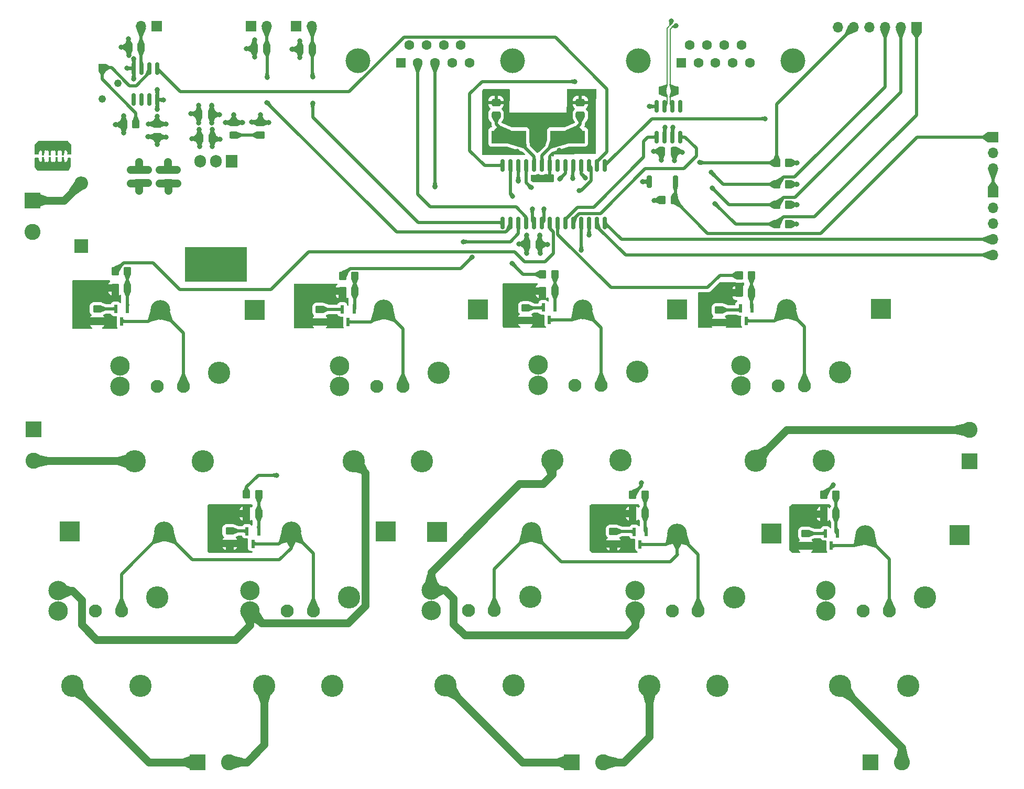
<source format=gbr>
%TF.GenerationSoftware,KiCad,Pcbnew,7.0.2-6a45011f42~172~ubuntu22.04.1*%
%TF.CreationDate,2023-04-27T13:30:21+02:00*%
%TF.ProjectId,Grup3_Tarda_Projecte_Netejaparabrises,47727570-335f-4546-9172-64615f50726f,1.4.27042023*%
%TF.SameCoordinates,Original*%
%TF.FileFunction,Copper,L1,Top*%
%TF.FilePolarity,Positive*%
%FSLAX46Y46*%
G04 Gerber Fmt 4.6, Leading zero omitted, Abs format (unit mm)*
G04 Created by KiCad (PCBNEW 7.0.2-6a45011f42~172~ubuntu22.04.1) date 2023-04-27 13:30:21*
%MOMM*%
%LPD*%
G01*
G04 APERTURE LIST*
G04 Aperture macros list*
%AMRoundRect*
0 Rectangle with rounded corners*
0 $1 Rounding radius*
0 $2 $3 $4 $5 $6 $7 $8 $9 X,Y pos of 4 corners*
0 Add a 4 corners polygon primitive as box body*
4,1,4,$2,$3,$4,$5,$6,$7,$8,$9,$2,$3,0*
0 Add four circle primitives for the rounded corners*
1,1,$1+$1,$2,$3*
1,1,$1+$1,$4,$5*
1,1,$1+$1,$6,$7*
1,1,$1+$1,$8,$9*
0 Add four rect primitives between the rounded corners*
20,1,$1+$1,$2,$3,$4,$5,0*
20,1,$1+$1,$4,$5,$6,$7,0*
20,1,$1+$1,$6,$7,$8,$9,0*
20,1,$1+$1,$8,$9,$2,$3,0*%
G04 Aperture macros list end*
%TA.AperFunction,SMDPad,CuDef*%
%ADD10RoundRect,0.250000X-0.350000X-0.450000X0.350000X-0.450000X0.350000X0.450000X-0.350000X0.450000X0*%
%TD*%
%TA.AperFunction,SMDPad,CuDef*%
%ADD11RoundRect,0.250000X0.450000X-0.325000X0.450000X0.325000X-0.450000X0.325000X-0.450000X-0.325000X0*%
%TD*%
%TA.AperFunction,ComponentPad*%
%ADD12R,1.700000X1.700000*%
%TD*%
%TA.AperFunction,ComponentPad*%
%ADD13O,1.700000X1.700000*%
%TD*%
%TA.AperFunction,ComponentPad*%
%ADD14R,2.600000X2.600000*%
%TD*%
%TA.AperFunction,ComponentPad*%
%ADD15C,2.600000*%
%TD*%
%TA.AperFunction,SMDPad,CuDef*%
%ADD16RoundRect,0.250000X-0.337500X-0.475000X0.337500X-0.475000X0.337500X0.475000X-0.337500X0.475000X0*%
%TD*%
%TA.AperFunction,SMDPad,CuDef*%
%ADD17RoundRect,0.150000X-0.150000X0.825000X-0.150000X-0.825000X0.150000X-0.825000X0.150000X0.825000X0*%
%TD*%
%TA.AperFunction,ComponentPad*%
%ADD18C,2.100000*%
%TD*%
%TA.AperFunction,ComponentPad*%
%ADD19C,3.150000*%
%TD*%
%TA.AperFunction,ComponentPad*%
%ADD20C,3.600000*%
%TD*%
%TA.AperFunction,SMDPad,CuDef*%
%ADD21R,0.400000X0.380000*%
%TD*%
%TA.AperFunction,SMDPad,CuDef*%
%ADD22RoundRect,0.250000X0.350000X0.450000X-0.350000X0.450000X-0.350000X-0.450000X0.350000X-0.450000X0*%
%TD*%
%TA.AperFunction,SMDPad,CuDef*%
%ADD23RoundRect,0.250000X0.450000X-0.350000X0.450000X0.350000X-0.450000X0.350000X-0.450000X-0.350000X0*%
%TD*%
%TA.AperFunction,SMDPad,CuDef*%
%ADD24RoundRect,0.041300X-0.253700X0.618700X-0.253700X-0.618700X0.253700X-0.618700X0.253700X0.618700X0*%
%TD*%
%TA.AperFunction,ComponentPad*%
%ADD25R,1.222000X1.222000*%
%TD*%
%TA.AperFunction,ComponentPad*%
%ADD26C,1.222000*%
%TD*%
%TA.AperFunction,ComponentPad*%
%ADD27R,3.200000X3.200000*%
%TD*%
%TA.AperFunction,ComponentPad*%
%ADD28O,3.200000X3.200000*%
%TD*%
%TA.AperFunction,SMDPad,CuDef*%
%ADD29RoundRect,0.250000X-0.475000X0.337500X-0.475000X-0.337500X0.475000X-0.337500X0.475000X0.337500X0*%
%TD*%
%TA.AperFunction,ComponentPad*%
%ADD30R,2.200000X2.200000*%
%TD*%
%TA.AperFunction,ComponentPad*%
%ADD31O,2.200000X2.200000*%
%TD*%
%TA.AperFunction,SMDPad,CuDef*%
%ADD32RoundRect,0.250000X0.337500X0.475000X-0.337500X0.475000X-0.337500X-0.475000X0.337500X-0.475000X0*%
%TD*%
%TA.AperFunction,SMDPad,CuDef*%
%ADD33RoundRect,0.250000X0.475000X-0.337500X0.475000X0.337500X-0.475000X0.337500X-0.475000X-0.337500X0*%
%TD*%
%TA.AperFunction,ComponentPad*%
%ADD34R,1.905000X2.000000*%
%TD*%
%TA.AperFunction,ComponentPad*%
%ADD35O,1.905000X2.000000*%
%TD*%
%TA.AperFunction,ComponentPad*%
%ADD36R,10.000000X5.600000*%
%TD*%
%TA.AperFunction,SMDPad,CuDef*%
%ADD37R,5.600000X2.100000*%
%TD*%
%TA.AperFunction,ComponentPad*%
%ADD38C,4.000000*%
%TD*%
%TA.AperFunction,ComponentPad*%
%ADD39R,1.600000X1.600000*%
%TD*%
%TA.AperFunction,ComponentPad*%
%ADD40C,1.600000*%
%TD*%
%TA.AperFunction,SMDPad,CuDef*%
%ADD41RoundRect,0.200000X0.200000X0.800000X-0.200000X0.800000X-0.200000X-0.800000X0.200000X-0.800000X0*%
%TD*%
%TA.AperFunction,SMDPad,CuDef*%
%ADD42RoundRect,0.150000X0.150000X-0.825000X0.150000X0.825000X-0.150000X0.825000X-0.150000X-0.825000X0*%
%TD*%
%TA.AperFunction,SMDPad,CuDef*%
%ADD43RoundRect,0.150000X-0.150000X0.875000X-0.150000X-0.875000X0.150000X-0.875000X0.150000X0.875000X0*%
%TD*%
%TA.AperFunction,ViaPad*%
%ADD44C,0.800000*%
%TD*%
%TA.AperFunction,Conductor*%
%ADD45C,1.300000*%
%TD*%
%TA.AperFunction,Conductor*%
%ADD46C,0.500000*%
%TD*%
%TA.AperFunction,Conductor*%
%ADD47C,0.200000*%
%TD*%
G04 APERTURE END LIST*
D10*
%TO.P,R25,1*%
%TO.N,+VCC*%
X101800000Y-38350000D03*
%TO.P,R25,2*%
%TO.N,/Digital/Vfin_back*%
X103800000Y-38350000D03*
%TD*%
D11*
%TO.P,D3,1,K*%
%TO.N,/Alimentacio/Vled*%
X91100000Y-52265000D03*
%TO.P,D3,2,A*%
%TO.N,+VCC*%
X91100000Y-50215000D03*
%TD*%
D12*
%TO.P,J7,1,Pin_1*%
%TO.N,+VCC*%
X78680000Y-34605000D03*
D13*
%TO.P,J7,2,Pin_2*%
%TO.N,/Analog/Vsensor*%
X76140000Y-34605000D03*
%TD*%
D14*
%TO.P,J8,1,Pin_1*%
%TO.N,VMOT1-*%
X85255000Y-153645000D03*
D15*
%TO.P,J8,2,Pin_2*%
%TO.N,VMOT1+*%
X90335000Y-153645000D03*
%TD*%
D16*
%TO.P,C3,1*%
%TO.N,+VCC*%
X85565000Y-52750000D03*
%TO.P,C3,2*%
%TO.N,GND*%
X87640000Y-52750000D03*
%TD*%
D17*
%TO.P,U2,1*%
%TO.N,Sensordig_o*%
X78755000Y-41515000D03*
%TO.P,U2,2,-*%
%TO.N,/Analog/Vsensibilitat*%
X77485000Y-41515000D03*
%TO.P,U2,3,+*%
%TO.N,/Analog/Vsensor*%
X76215000Y-41515000D03*
%TO.P,U2,4,V-*%
%TO.N,GND*%
X74945000Y-41515000D03*
%TO.P,U2,5*%
%TO.N,N/C*%
X74945000Y-46465000D03*
%TO.P,U2,6*%
X76215000Y-46465000D03*
%TO.P,U2,7*%
X77485000Y-46465000D03*
%TO.P,U2,8,V+*%
%TO.N,+VCC*%
X78755000Y-46465000D03*
%TD*%
D10*
%TO.P,R24,1*%
%TO.N,+VCC*%
X94419030Y-38245671D03*
%TO.P,R24,2*%
%TO.N,/Digital/Vfin_front*%
X96419030Y-38245671D03*
%TD*%
D14*
%TO.P,J10,1,Pin_1*%
%TO.N,GNDPWR*%
X58795000Y-99845000D03*
D15*
%TO.P,J10,2,Pin_2*%
%TO.N,VBOMBA1*%
X58795000Y-104925000D03*
%TD*%
D18*
%TO.P,K3,1*%
%TO.N,VBAT*%
X99725000Y-129230000D03*
%TO.P,K3,2*%
%TO.N,/Potencia/Vc_m1*%
X103925000Y-129230000D03*
D19*
%TO.P,K3,3*%
%TO.N,GNDPWR*%
X93725000Y-125930000D03*
D20*
%TO.P,K3,4*%
%TO.N,VMOT1+*%
X96025000Y-141330000D03*
D19*
%TO.P,K3,5*%
%TO.N,EN1*%
X93725000Y-129230000D03*
D20*
%TO.P,K3,A4*%
%TO.N,N/C*%
X107025000Y-141330000D03*
%TO.P,K3,B4*%
X109725000Y-127030000D03*
%TD*%
D10*
%TO.P,R14,1*%
%TO.N,EnableM2*%
X140992500Y-74745000D03*
%TO.P,R14,2*%
%TO.N,/Potencia/Vb_EN2*%
X142992500Y-74745000D03*
%TD*%
D21*
%TO.P,FL3,1*%
%TO.N,GNDPWR*%
X62462862Y-55922624D03*
%TO.P,FL3,2*%
%TO.N,GND*%
X62462862Y-55360624D03*
%TD*%
D22*
%TO.P,RSens1,1*%
%TO.N,/Analog/Vsensor*%
X76150000Y-38040000D03*
%TO.P,RSens1,2*%
%TO.N,GND*%
X74150000Y-38040000D03*
%TD*%
D23*
%TO.P,R8,1*%
%TO.N,GNDPWR*%
X69040000Y-82330000D03*
%TO.P,R8,2*%
%TO.N,/Potencia/Ve_b1*%
X69040000Y-80330000D03*
%TD*%
D10*
%TO.P,R15,1*%
%TO.N,DriverM2*%
X155550000Y-110375000D03*
%TO.P,R15,2*%
%TO.N,/Potencia/Vb_m2*%
X157550000Y-110375000D03*
%TD*%
D23*
%TO.P,R1,1*%
%TO.N,/Alimentacio/Vled*%
X95400000Y-52240000D03*
%TO.P,R1,2*%
%TO.N,GND*%
X95400000Y-50240000D03*
%TD*%
D24*
%TO.P,Q3,1*%
%TO.N,/Potencia/Vb_m1*%
X95150000Y-116310000D03*
%TO.P,Q3,2*%
%TO.N,/Potencia/Ve_m1*%
X93250000Y-116310000D03*
%TO.P,Q3,3*%
%TO.N,/Potencia/Vc_m1*%
X94200000Y-118340000D03*
%TD*%
D22*
%TO.P,RBot2,1*%
%TO.N,+VCC*%
X180790000Y-63487500D03*
%TO.P,RBot2,2*%
%TO.N,/Digital/Vboto2*%
X178790000Y-63487500D03*
%TD*%
D24*
%TO.P,Q4,1*%
%TO.N,/Potencia/Vb_b2*%
X174840000Y-80245000D03*
%TO.P,Q4,2*%
%TO.N,/Potencia/Ve_b2*%
X172940000Y-80245000D03*
%TO.P,Q4,3*%
%TO.N,/Potencia/Vc_b2*%
X173890000Y-82275000D03*
%TD*%
D23*
%TO.P,R22,1*%
%TO.N,GNDPWR*%
X183490000Y-118660000D03*
%TO.P,R22,2*%
%TO.N,/Potencia/Ve_lu*%
X183490000Y-116660000D03*
%TD*%
D25*
%TO.P,RPOT1,1,1*%
%TO.N,/Analog/Vsensibilitat*%
X69830000Y-41304500D03*
D26*
%TO.P,RPOT1,2,2*%
%TO.N,GND*%
X72370000Y-43844500D03*
%TO.P,RPOT1,3,3*%
X69830000Y-46384500D03*
%TD*%
D23*
%TO.P,R13,1*%
%TO.N,GNDPWR*%
X169510000Y-82515000D03*
%TO.P,R13,2*%
%TO.N,/Potencia/Ve_b2*%
X169510000Y-80515000D03*
%TD*%
D27*
%TO.P,D12,1,K*%
%TO.N,VBAT*%
X208350000Y-116940000D03*
D28*
%TO.P,D12,2,A*%
%TO.N,/Potencia/Vc_lu*%
X193110000Y-116940000D03*
%TD*%
D18*
%TO.P,K2,1*%
%TO.N,VBAT*%
X114210000Y-92900000D03*
%TO.P,K2,2*%
%TO.N,/Potencia/Vc_EN1*%
X118410000Y-92900000D03*
D19*
%TO.P,K2,3*%
%TO.N,GNDPWR*%
X108210000Y-89600000D03*
D20*
%TO.P,K2,4*%
%TO.N,EN1*%
X110510000Y-105000000D03*
D19*
%TO.P,K2,5*%
%TO.N,VBAT*%
X108210000Y-92900000D03*
D20*
%TO.P,K2,A4*%
%TO.N,N/C*%
X121510000Y-105000000D03*
%TO.P,K2,B4*%
X124210000Y-90700000D03*
%TD*%
D29*
%TO.P,C2,1*%
%TO.N,VBAT*%
X80500000Y-57840000D03*
%TO.P,C2,2*%
%TO.N,GNDPWR*%
X80500000Y-59915000D03*
%TD*%
D27*
%TO.P,D6,1,K*%
%TO.N,VBAT*%
X115620000Y-116340000D03*
D28*
%TO.P,D6,2,A*%
%TO.N,/Potencia/Vc_m1*%
X100380000Y-116340000D03*
%TD*%
D14*
%TO.P,J9,1,Pin_1*%
%TO.N,VMOT2-*%
X145705000Y-153645000D03*
D15*
%TO.P,J9,2,Pin_2*%
%TO.N,VMOT2+*%
X150785000Y-153645000D03*
%TD*%
D10*
%TO.P,R16,1*%
%TO.N,GNDPWR*%
X140982500Y-77460000D03*
%TO.P,R16,2*%
%TO.N,/Potencia/Vb_EN2*%
X142982500Y-77460000D03*
%TD*%
D23*
%TO.P,R10,1*%
%TO.N,GNDPWR*%
X90465000Y-118255000D03*
%TO.P,R10,2*%
%TO.N,/Potencia/Ve_m1*%
X90465000Y-116255000D03*
%TD*%
D29*
%TO.P,C1,1*%
%TO.N,VBAT*%
X75790000Y-57860000D03*
%TO.P,C1,2*%
%TO.N,GNDPWR*%
X75790000Y-59935000D03*
%TD*%
%TO.P,CDesOpam1,1*%
%TO.N,+VCC*%
X78700000Y-50440000D03*
%TO.P,CDesOpam1,2*%
%TO.N,GND*%
X78700000Y-52515000D03*
%TD*%
D22*
%TO.P,RBot1,1*%
%TO.N,+VCC*%
X180770000Y-66620000D03*
%TO.P,RBot1,2*%
%TO.N,/Digital/Vboto1*%
X178770000Y-66620000D03*
%TD*%
D10*
%TO.P,R23,1*%
%TO.N,+VCC*%
X73300000Y-50490000D03*
%TO.P,R23,2*%
%TO.N,/Analog/Vsensibilitat*%
X75300000Y-50490000D03*
%TD*%
D30*
%TO.P,D1,1,K*%
%TO.N,VBAT*%
X66440000Y-70200000D03*
D31*
%TO.P,D1,2,A*%
%TO.N,/Alimentacio/Vbat*%
X66440000Y-60040000D03*
%TD*%
D10*
%TO.P,R12,1*%
%TO.N,GNDPWR*%
X172750000Y-77740000D03*
%TO.P,R12,2*%
%TO.N,/Potencia/Vb_b2*%
X174750000Y-77740000D03*
%TD*%
D24*
%TO.P,Q6,1*%
%TO.N,/Potencia/Vb_m2*%
X157700000Y-116380000D03*
%TO.P,Q6,2*%
%TO.N,/Potencia/Ve_m2*%
X155800000Y-116380000D03*
%TO.P,Q6,3*%
%TO.N,/Potencia/Vc_m2*%
X156750000Y-118410000D03*
%TD*%
D10*
%TO.P,R3,1*%
%TO.N,EnableM1*%
X108670000Y-74985000D03*
%TO.P,R3,2*%
%TO.N,/Potencia/Vb_EN1*%
X110670000Y-74985000D03*
%TD*%
%TO.P,R11,1*%
%TO.N,DriverB2*%
X172770000Y-74885000D03*
%TO.P,R11,2*%
%TO.N,/Potencia/Vb_b2*%
X174770000Y-74885000D03*
%TD*%
D18*
%TO.P,K4,1*%
%TO.N,VBAT*%
X68760000Y-129230000D03*
%TO.P,K4,2*%
%TO.N,/Potencia/Vc_m1*%
X72960000Y-129230000D03*
D19*
%TO.P,K4,3*%
%TO.N,EN1*%
X62760000Y-125930000D03*
D20*
%TO.P,K4,4*%
%TO.N,VMOT1-*%
X65060000Y-141330000D03*
D19*
%TO.P,K4,5*%
%TO.N,GNDPWR*%
X62760000Y-129230000D03*
D20*
%TO.P,K4,A4*%
%TO.N,N/C*%
X76060000Y-141330000D03*
%TO.P,K4,B4*%
X78760000Y-127030000D03*
%TD*%
D32*
%TO.P,CDesacobMicro1,1*%
%TO.N,+VCC*%
X140487500Y-69890000D03*
%TO.P,CDesacobMicro1,2*%
%TO.N,GND*%
X138412500Y-69890000D03*
%TD*%
D12*
%TO.P,J2,1,Pin_1*%
%TO.N,/Digital/Vboto1*%
X201390000Y-34780000D03*
D13*
%TO.P,J2,2,Pin_2*%
%TO.N,/Digital/Vboto2*%
X198850000Y-34780000D03*
%TO.P,J2,3,Pin_3*%
%TO.N,/Digital/Vboto3*%
X196310000Y-34780000D03*
%TO.P,J2,4,Pin_4*%
%TO.N,GND*%
X193770000Y-34780000D03*
%TO.P,J2,5,Pin_5*%
%TO.N,/Digital/Vboto4*%
X191230000Y-34780000D03*
%TO.P,J2,6,Pin_6*%
%TO.N,GND*%
X188690000Y-34780000D03*
%TD*%
D23*
%TO.P,R18,1*%
%TO.N,GNDPWR*%
X138232500Y-82210000D03*
%TO.P,R18,2*%
%TO.N,/Potencia/Ve_EN2*%
X138232500Y-80210000D03*
%TD*%
D33*
%TO.P,CClock1,1*%
%TO.N,/Digital/XTAL1*%
X147080000Y-49027500D03*
%TO.P,CClock1,2*%
%TO.N,GND*%
X147080000Y-46952500D03*
%TD*%
D34*
%TO.P,IC1,1*%
%TO.N,VBAT*%
X90740000Y-56460000D03*
D35*
%TO.P,IC1,2*%
%TO.N,GNDPWR*%
X88200000Y-56460000D03*
D36*
X88190000Y-73110000D03*
D35*
%TO.P,IC1,3*%
%TO.N,+VCC*%
X85660000Y-56460000D03*
%TD*%
D37*
%TO.P,Y1,1*%
%TO.N,/Digital/XTAL1*%
X145030000Y-52540000D03*
%TO.P,Y1,2*%
%TO.N,/Digital/XTAL2*%
X135530000Y-52540000D03*
%TD*%
D38*
%TO.P,J6,0,PAD*%
%TO.N,unconnected-(J6-PAD-Pad0)*%
X181445000Y-40240000D03*
X156445000Y-40240000D03*
D39*
%TO.P,J6,1,1*%
%TO.N,unconnected-(J6-Pad1)*%
X163405000Y-40540000D03*
D40*
%TO.P,J6,2,2*%
%TO.N,/Digital/CAN+*%
X166175000Y-40540000D03*
%TO.P,J6,3,3*%
%TO.N,unconnected-(J6-Pad3)*%
X168945000Y-40540000D03*
%TO.P,J6,4,4*%
%TO.N,unconnected-(J6-Pad4)*%
X171715000Y-40540000D03*
%TO.P,J6,5,5*%
%TO.N,unconnected-(J6-Pad5)*%
X174485000Y-40540000D03*
%TO.P,J6,6,6*%
%TO.N,GND*%
X164790000Y-37700000D03*
%TO.P,J6,7,7*%
%TO.N,/Digital/CAN-*%
X167560000Y-37700000D03*
%TO.P,J6,8,8*%
%TO.N,unconnected-(J6-Pad8)*%
X170330000Y-37700000D03*
%TO.P,J6,9,9*%
%TO.N,unconnected-(J6-Pad9)*%
X173100000Y-37700000D03*
%TD*%
D10*
%TO.P,R5,1*%
%TO.N,GNDPWR*%
X71930000Y-76980000D03*
%TO.P,R5,2*%
%TO.N,/Potencia/Vb_b1*%
X73930000Y-76980000D03*
%TD*%
D27*
%TO.P,D4,1,K*%
%TO.N,VBAT*%
X94440000Y-80480000D03*
D28*
%TO.P,D4,2,A*%
%TO.N,/Potencia/Vc_b1*%
X79200000Y-80480000D03*
%TD*%
D23*
%TO.P,R19,1*%
%TO.N,GNDPWR*%
X152430000Y-118325000D03*
%TO.P,R19,2*%
%TO.N,/Potencia/Ve_m2*%
X152430000Y-116325000D03*
%TD*%
D10*
%TO.P,R7,1*%
%TO.N,GNDPWR*%
X93125000Y-113450000D03*
%TO.P,R7,2*%
%TO.N,/Potencia/Vb_m1*%
X95125000Y-113450000D03*
%TD*%
%TO.P,RReset1,1*%
%TO.N,+VCC*%
X160260000Y-62730000D03*
%TO.P,RReset1,2*%
%TO.N,/Digital/Vsw*%
X162260000Y-62730000D03*
%TD*%
%TO.P,R6,1*%
%TO.N,GNDPWR*%
X108670000Y-77485000D03*
%TO.P,R6,2*%
%TO.N,/Potencia/Vb_EN1*%
X110670000Y-77485000D03*
%TD*%
D12*
%TO.P,J13,1,Pin_1*%
%TO.N,GND*%
X93860000Y-34600000D03*
D13*
%TO.P,J13,2,Pin_2*%
%TO.N,/Digital/Vfin_front*%
X96400000Y-34600000D03*
%TD*%
D22*
%TO.P,Rterm1,1*%
%TO.N,/Digital/CAN+*%
X162365000Y-45065000D03*
%TO.P,Rterm1,2*%
%TO.N,/Digital/CAN-*%
X160365000Y-45065000D03*
%TD*%
D24*
%TO.P,Q7,1*%
%TO.N,/Potencia/Vb_lu*%
X188600000Y-116625000D03*
%TO.P,Q7,2*%
%TO.N,/Potencia/Ve_lu*%
X186700000Y-116625000D03*
%TO.P,Q7,3*%
%TO.N,/Potencia/Vc_lu*%
X187650000Y-118655000D03*
%TD*%
D33*
%TO.P,CClock2,1*%
%TO.N,/Digital/XTAL2*%
X133480000Y-49027500D03*
%TO.P,CClock2,2*%
%TO.N,GND*%
X133480000Y-46952500D03*
%TD*%
D22*
%TO.P,RBot4,1*%
%TO.N,+VCC*%
X180790000Y-56737500D03*
%TO.P,RBot4,2*%
%TO.N,/Digital/Vboto4*%
X178790000Y-56737500D03*
%TD*%
D21*
%TO.P,FL2,1*%
%TO.N,GNDPWR*%
X61382862Y-55922624D03*
%TO.P,FL2,2*%
%TO.N,GND*%
X61382862Y-55360624D03*
%TD*%
D27*
%TO.P,D10,1,K*%
%TO.N,VBAT*%
X123950000Y-116430000D03*
D28*
%TO.P,D10,2,A*%
%TO.N,/Potencia/Vc_m2*%
X139190000Y-116430000D03*
%TD*%
D24*
%TO.P,Q1,1*%
%TO.N,/Potencia/Vb_b1*%
X73920000Y-80335000D03*
%TO.P,Q1,2*%
%TO.N,/Potencia/Ve_b1*%
X72020000Y-80335000D03*
%TO.P,Q1,3*%
%TO.N,/Potencia/Vc_b1*%
X72970000Y-82365000D03*
%TD*%
%TO.P,Q2,1*%
%TO.N,/Potencia/Vb_EN1*%
X110530000Y-80420000D03*
%TO.P,Q2,2*%
%TO.N,/Potencia/Ve_EN1*%
X108630000Y-80420000D03*
%TO.P,Q2,3*%
%TO.N,/Potencia/Vc_EN1*%
X109580000Y-82450000D03*
%TD*%
%TO.P,Q5,1*%
%TO.N,/Potencia/Vb_EN2*%
X143022500Y-80095000D03*
%TO.P,Q5,2*%
%TO.N,/Potencia/Ve_EN2*%
X141122500Y-80095000D03*
%TO.P,Q5,3*%
%TO.N,/Potencia/Vc_EN2*%
X142072500Y-82125000D03*
%TD*%
D21*
%TO.P,FL1,1*%
%TO.N,GNDPWR*%
X60314862Y-55923624D03*
%TO.P,FL1,2*%
%TO.N,GND*%
X60314862Y-55361624D03*
%TD*%
D12*
%TO.P,J3,1,Pin_1*%
%TO.N,/Digital/PROG_MCLR*%
X213810000Y-61490000D03*
D13*
%TO.P,J3,2,Pin_2*%
%TO.N,+VCC*%
X213810000Y-64030000D03*
%TO.P,J3,3,Pin_3*%
%TO.N,GND*%
X213810000Y-66570000D03*
%TO.P,J3,4,Pin_4*%
%TO.N,PGD*%
X213810000Y-69110000D03*
%TO.P,J3,5,Pin_5*%
%TO.N,PGC*%
X213810000Y-71650000D03*
%TD*%
D14*
%TO.P,J1,1,Pin_1*%
%TO.N,/Alimentacio/Vbat*%
X58575000Y-62790000D03*
D15*
%TO.P,J1,2,Pin_2*%
%TO.N,GNDPWR*%
X58575000Y-67870000D03*
%TD*%
D12*
%TO.P,J14,1,Pin_1*%
%TO.N,GND*%
X101210000Y-34600000D03*
D13*
%TO.P,J14,2,Pin_2*%
%TO.N,/Digital/Vfin_back*%
X103750000Y-34600000D03*
%TD*%
D10*
%TO.P,R2,1*%
%TO.N,DriverB1*%
X71940000Y-74220000D03*
%TO.P,R2,2*%
%TO.N,/Potencia/Vb_b1*%
X73940000Y-74220000D03*
%TD*%
D41*
%TO.P,SWReset1,1,1*%
%TO.N,/Digital/Vsw*%
X162460000Y-59780000D03*
%TO.P,SWReset1,2,2*%
%TO.N,GND*%
X158260000Y-59780000D03*
%TD*%
D22*
%TO.P,RBot3,1*%
%TO.N,+VCC*%
X180790000Y-60187500D03*
%TO.P,RBot3,2*%
%TO.N,/Digital/Vboto3*%
X178790000Y-60187500D03*
%TD*%
D10*
%TO.P,R20,1*%
%TO.N,DriverLuneta*%
X186400000Y-110405000D03*
%TO.P,R20,2*%
%TO.N,/Potencia/Vb_lu*%
X188400000Y-110405000D03*
%TD*%
D18*
%TO.P,K1,1*%
%TO.N,VBAT*%
X78760000Y-92900000D03*
%TO.P,K1,2*%
%TO.N,/Potencia/Vc_b1*%
X82960000Y-92900000D03*
D19*
%TO.P,K1,3*%
%TO.N,GNDPWR*%
X72760000Y-89600000D03*
D20*
%TO.P,K1,4*%
%TO.N,VBOMBA1*%
X75060000Y-105000000D03*
D19*
%TO.P,K1,5*%
%TO.N,VBAT*%
X72760000Y-92900000D03*
D20*
%TO.P,K1,A4*%
%TO.N,N/C*%
X86060000Y-105000000D03*
%TO.P,K1,B4*%
X88760000Y-90700000D03*
%TD*%
D10*
%TO.P,R4,1*%
%TO.N,DriverM1*%
X93150000Y-110340000D03*
%TO.P,R4,2*%
%TO.N,/Potencia/Vb_m1*%
X95150000Y-110340000D03*
%TD*%
D38*
%TO.P,J5,0,PAD*%
%TO.N,unconnected-(J5-PAD-Pad0)*%
X136120000Y-40210000D03*
X111120000Y-40210000D03*
D39*
%TO.P,J5,1,1*%
%TO.N,unconnected-(J5-Pad1)*%
X118080000Y-40510000D03*
D40*
%TO.P,J5,2,2*%
%TO.N,/Digital/Rx*%
X120850000Y-40510000D03*
%TO.P,J5,3,3*%
%TO.N,/Digital/Tx*%
X123620000Y-40510000D03*
%TO.P,J5,4,4*%
%TO.N,unconnected-(J5-Pad4)*%
X126390000Y-40510000D03*
%TO.P,J5,5,5*%
%TO.N,GND*%
X129160000Y-40510000D03*
%TO.P,J5,6,6*%
%TO.N,unconnected-(J5-Pad6)*%
X119465000Y-37670000D03*
%TO.P,J5,7,7*%
%TO.N,unconnected-(J5-Pad7)*%
X122235000Y-37670000D03*
%TO.P,J5,8,8*%
%TO.N,unconnected-(J5-Pad8)*%
X125005000Y-37670000D03*
%TO.P,J5,9,9*%
%TO.N,unconnected-(J5-Pad9)*%
X127775000Y-37670000D03*
%TD*%
D21*
%TO.P,FL4,1*%
%TO.N,GNDPWR*%
X63522862Y-55922624D03*
%TO.P,FL4,2*%
%TO.N,GND*%
X63522862Y-55360624D03*
%TD*%
D18*
%TO.P,K9,1*%
%TO.N,VBAT*%
X192790000Y-129200000D03*
%TO.P,K9,2*%
%TO.N,/Potencia/Vc_lu*%
X196990000Y-129200000D03*
D19*
%TO.P,K9,3*%
%TO.N,GNDPWR*%
X186790000Y-125900000D03*
D20*
%TO.P,K9,4*%
%TO.N,VLUNETA*%
X189090000Y-141300000D03*
D19*
%TO.P,K9,5*%
%TO.N,VBAT*%
X186790000Y-129200000D03*
D20*
%TO.P,K9,A4*%
%TO.N,N/C*%
X200090000Y-141300000D03*
%TO.P,K9,B4*%
X202790000Y-127000000D03*
%TD*%
D10*
%TO.P,R21,1*%
%TO.N,GNDPWR*%
X186400000Y-113515000D03*
%TO.P,R21,2*%
%TO.N,/Potencia/Vb_lu*%
X188400000Y-113515000D03*
%TD*%
D14*
%TO.P,J11,1,Pin_1*%
%TO.N,GNDPWR*%
X210005000Y-104985000D03*
D15*
%TO.P,J11,2,Pin_2*%
%TO.N,VBOMBA2*%
X210005000Y-99905000D03*
%TD*%
D27*
%TO.P,D9,1,K*%
%TO.N,VBAT*%
X162710000Y-80410000D03*
D28*
%TO.P,D9,2,A*%
%TO.N,/Potencia/Vc_EN2*%
X147470000Y-80410000D03*
%TD*%
D10*
%TO.P,R17,1*%
%TO.N,GNDPWR*%
X155550000Y-113440000D03*
%TO.P,R17,2*%
%TO.N,/Potencia/Vb_m2*%
X157550000Y-113440000D03*
%TD*%
D18*
%TO.P,K7,1*%
%TO.N,VBAT*%
X128990000Y-129105000D03*
%TO.P,K7,2*%
%TO.N,/Potencia/Vc_m2*%
X133190000Y-129105000D03*
D19*
%TO.P,K7,3*%
%TO.N,EN2*%
X122990000Y-125805000D03*
D20*
%TO.P,K7,4*%
%TO.N,VMOT2-*%
X125290000Y-141205000D03*
D19*
%TO.P,K7,5*%
%TO.N,GNDPWR*%
X122990000Y-129105000D03*
D20*
%TO.P,K7,A4*%
%TO.N,N/C*%
X136290000Y-141205000D03*
%TO.P,K7,B4*%
X138990000Y-126905000D03*
%TD*%
D27*
%TO.P,D11,1,K*%
%TO.N,VBAT*%
X177990000Y-116640000D03*
D28*
%TO.P,D11,2,A*%
%TO.N,/Potencia/Vc_m2*%
X162750000Y-116640000D03*
%TD*%
D27*
%TO.P,D7,1,K*%
%TO.N,VBAT*%
X64630000Y-116340000D03*
D28*
%TO.P,D7,2,A*%
%TO.N,/Potencia/Vc_m1*%
X79870000Y-116340000D03*
%TD*%
D32*
%TO.P,CDesacobCan1,1*%
%TO.N,+VCC*%
X162287500Y-54890000D03*
%TO.P,CDesacobCan1,2*%
%TO.N,GND*%
X160212500Y-54890000D03*
%TD*%
D27*
%TO.P,D8,1,K*%
%TO.N,VBAT*%
X195640000Y-80340000D03*
D28*
%TO.P,D8,2,A*%
%TO.N,/Potencia/Vc_b2*%
X180400000Y-80340000D03*
%TD*%
D42*
%TO.P,U1,1,TXD*%
%TO.N,/Digital/CANTX*%
X159460000Y-52540000D03*
%TO.P,U1,2,GND*%
%TO.N,GND*%
X160730000Y-52540000D03*
%TO.P,U1,3,VCC*%
%TO.N,+VCC*%
X162000000Y-52540000D03*
%TO.P,U1,4,RXD*%
%TO.N,/Digital/CANRX*%
X163270000Y-52540000D03*
%TO.P,U1,5,VIO*%
%TO.N,unconnected-(U1-VIO-Pad5)*%
X163270000Y-47590000D03*
%TO.P,U1,6,CANL*%
%TO.N,/Digital/CAN+*%
X162000000Y-47590000D03*
%TO.P,U1,7,CANH*%
%TO.N,/Digital/CAN-*%
X160730000Y-47590000D03*
%TO.P,U1,8,STB*%
%TO.N,STB*%
X159460000Y-47590000D03*
%TD*%
D18*
%TO.P,K5,1*%
%TO.N,VBAT*%
X179090000Y-92820000D03*
%TO.P,K5,2*%
%TO.N,/Potencia/Vc_b2*%
X183290000Y-92820000D03*
D19*
%TO.P,K5,3*%
%TO.N,GNDPWR*%
X173090000Y-89520000D03*
D20*
%TO.P,K5,4*%
%TO.N,VBOMBA2*%
X175390000Y-104920000D03*
D19*
%TO.P,K5,5*%
%TO.N,VBAT*%
X173090000Y-92820000D03*
D20*
%TO.P,K5,A4*%
%TO.N,N/C*%
X186390000Y-104920000D03*
%TO.P,K5,B4*%
X189090000Y-90620000D03*
%TD*%
D18*
%TO.P,K6,1*%
%TO.N,VBAT*%
X146250000Y-92740000D03*
%TO.P,K6,2*%
%TO.N,/Potencia/Vc_EN2*%
X150450000Y-92740000D03*
D19*
%TO.P,K6,3*%
%TO.N,GNDPWR*%
X140250000Y-89440000D03*
D20*
%TO.P,K6,4*%
%TO.N,EN2*%
X142550000Y-104840000D03*
D19*
%TO.P,K6,5*%
%TO.N,VBAT*%
X140250000Y-92740000D03*
D20*
%TO.P,K6,A4*%
%TO.N,N/C*%
X153550000Y-104840000D03*
%TO.P,K6,B4*%
X156250000Y-90540000D03*
%TD*%
D14*
%TO.P,J12,1,Pin_1*%
%TO.N,GNDPWR*%
X194005000Y-153645000D03*
D15*
%TO.P,J12,2,Pin_2*%
%TO.N,VLUNETA*%
X199085000Y-153645000D03*
%TD*%
D27*
%TO.P,D5,1,K*%
%TO.N,VBAT*%
X130540000Y-80425000D03*
D28*
%TO.P,D5,2,A*%
%TO.N,/Potencia/Vc_EN1*%
X115300000Y-80425000D03*
%TD*%
D16*
%TO.P,C4,1*%
%TO.N,+VCC*%
X85462500Y-48890000D03*
%TO.P,C4,2*%
%TO.N,GND*%
X87537500Y-48890000D03*
%TD*%
D43*
%TO.P,IC2,1,~{MCLR}/VPP*%
%TO.N,/Digital/MCLR*%
X151060000Y-57140000D03*
%TO.P,IC2,2,RA0/AN0/CVREF*%
%TO.N,Sensordig_o*%
X149790000Y-57140000D03*
%TO.P,IC2,3,RA1/AN1*%
%TO.N,/Digital/Vboto1*%
X148520000Y-57140000D03*
%TO.P,IC2,4,RA2/AN2/VREF-*%
%TO.N,/Digital/Vboto2*%
X147250000Y-57140000D03*
%TO.P,IC2,5,RA3/AN3/VREF+*%
%TO.N,/Digital/Vboto3*%
X145980000Y-57140000D03*
%TO.P,IC2,6,RA4/T0CKI*%
%TO.N,/Digital/Vboto4*%
X144710000Y-57140000D03*
%TO.P,IC2,7,RA5/AN4/~{SS}/LVDIN*%
%TO.N,unconnected-(IC2-RA5{slash}AN4{slash}~{SS}{slash}LVDIN-Pad7)*%
X143440000Y-57140000D03*
%TO.P,IC2,8,VSS_1*%
%TO.N,GND*%
X142170000Y-57140000D03*
%TO.P,IC2,9,OSC1/CLKI*%
%TO.N,/Digital/XTAL1*%
X140900000Y-57140000D03*
%TO.P,IC2,10,OSC2/CLKO/RA6*%
%TO.N,/Digital/XTAL2*%
X139630000Y-57140000D03*
%TO.P,IC2,11,RC0/T1OSO/T1CKI*%
%TO.N,DriverLuneta*%
X138360000Y-57140000D03*
%TO.P,IC2,12,RC1/T1OSI*%
%TO.N,EnableM1*%
X137090000Y-57140000D03*
%TO.P,IC2,13,RC2/CCP1*%
%TO.N,EnableM2*%
X135820000Y-57140000D03*
%TO.P,IC2,14,RC3/SCK/SCL*%
%TO.N,STB*%
X134550000Y-57140000D03*
%TO.P,IC2,15,RC4/SDI/SDA*%
%TO.N,/Digital/Vfin_back*%
X134550000Y-66440000D03*
%TO.P,IC2,16,RC5/SDO*%
%TO.N,/Digital/Vfin_front*%
X135820000Y-66440000D03*
%TO.P,IC2,17,RC6/TX/CK*%
%TO.N,/Digital/Tx*%
X137090000Y-66440000D03*
%TO.P,IC2,18,RC7/RX/DT*%
%TO.N,/Digital/Rx*%
X138360000Y-66440000D03*
%TO.P,IC2,19,VSS_2*%
%TO.N,GND*%
X139630000Y-66440000D03*
%TO.P,IC2,20,VDD*%
%TO.N,+VCC*%
X140900000Y-66440000D03*
%TO.P,IC2,21,RB0/INT0*%
%TO.N,DriverB1*%
X142170000Y-66440000D03*
%TO.P,IC2,22,RB1/INT1*%
%TO.N,DriverB2*%
X143440000Y-66440000D03*
%TO.P,IC2,23,RB2/CANTX/INT2*%
%TO.N,/Digital/CANTX*%
X144710000Y-66440000D03*
%TO.P,IC2,24,RB3/CANRX*%
%TO.N,/Digital/CANRX*%
X145980000Y-66440000D03*
%TO.P,IC2,25,RB4*%
%TO.N,DriverM2*%
X147250000Y-66440000D03*
%TO.P,IC2,26,RB5/PGM*%
%TO.N,DriverM1*%
X148520000Y-66440000D03*
%TO.P,IC2,27,RB6/PGC*%
%TO.N,PGC*%
X149790000Y-66440000D03*
%TO.P,IC2,28,RB7/PGD*%
%TO.N,PGD*%
X151060000Y-66440000D03*
%TD*%
D12*
%TO.P,J4,1,Pin_1*%
%TO.N,/Digital/Vsw*%
X213770000Y-52610000D03*
D13*
%TO.P,J4,2,Pin_2*%
%TO.N,/Digital/MCLR*%
X213770000Y-55150000D03*
%TO.P,J4,3,Pin_3*%
%TO.N,/Digital/PROG_MCLR*%
X213770000Y-57690000D03*
%TD*%
D23*
%TO.P,R9,1*%
%TO.N,GNDPWR*%
X105000000Y-82440000D03*
%TO.P,R9,2*%
%TO.N,/Potencia/Ve_EN1*%
X105000000Y-80440000D03*
%TD*%
D18*
%TO.P,K8,1*%
%TO.N,VBAT*%
X161950000Y-129190000D03*
%TO.P,K8,2*%
%TO.N,/Potencia/Vc_m2*%
X166150000Y-129190000D03*
D19*
%TO.P,K8,3*%
%TO.N,GNDPWR*%
X155950000Y-125890000D03*
D20*
%TO.P,K8,4*%
%TO.N,VMOT2+*%
X158250000Y-141290000D03*
D19*
%TO.P,K8,5*%
%TO.N,EN2*%
X155950000Y-129190000D03*
D20*
%TO.P,K8,A4*%
%TO.N,N/C*%
X169250000Y-141290000D03*
%TO.P,K8,B4*%
X171950000Y-126990000D03*
%TD*%
D44*
%TO.N,GNDPWR*%
X67370000Y-77430000D03*
X139170000Y-78430000D03*
X67160000Y-82320000D03*
X154250000Y-114980000D03*
X150600000Y-114640000D03*
X152870000Y-114540000D03*
X169950000Y-76740000D03*
X77190000Y-59960000D03*
X182890000Y-113420000D03*
X60312862Y-56791624D03*
X67090000Y-79720000D03*
X74390000Y-60010000D03*
X181590000Y-118750000D03*
X87660000Y-115250000D03*
X140110000Y-82140000D03*
X65840000Y-78630000D03*
X152880000Y-112530000D03*
X65910000Y-76520000D03*
X166850000Y-82540000D03*
X184180000Y-112620000D03*
X90240000Y-112890000D03*
X103100000Y-80050000D03*
X151660000Y-113610000D03*
X92120000Y-118190000D03*
X154350000Y-118340000D03*
X167680000Y-80170000D03*
X170740000Y-78520000D03*
X80550000Y-61190000D03*
X68880000Y-78450000D03*
X63522862Y-56791624D03*
X153770000Y-113580000D03*
X150610000Y-112610000D03*
X150600000Y-116640000D03*
X87790000Y-112930000D03*
X171480000Y-82370000D03*
X70040000Y-77450000D03*
X62462862Y-56791624D03*
X104940000Y-78310000D03*
X101750000Y-81170000D03*
X107040000Y-82410000D03*
X103160000Y-82500000D03*
X181620000Y-117130000D03*
X135220000Y-79370000D03*
X70760000Y-82250000D03*
X149470000Y-117720000D03*
X149480000Y-115570000D03*
X88900000Y-114100000D03*
X106540000Y-77820000D03*
X166890000Y-78450000D03*
X101810000Y-76950000D03*
X181650000Y-112700000D03*
X184180000Y-114080000D03*
X68850000Y-76480000D03*
X91200000Y-114040000D03*
X88790000Y-116330000D03*
X137400000Y-77030000D03*
X87690000Y-117570000D03*
X185020000Y-115150000D03*
X150580000Y-118880000D03*
X181620000Y-115580000D03*
X135350000Y-77130000D03*
X181670000Y-114080000D03*
X168910000Y-78500000D03*
X81950000Y-59990000D03*
X185340000Y-118630000D03*
X75790000Y-61210000D03*
X103370000Y-77710000D03*
X79100000Y-59990000D03*
X65860000Y-81110000D03*
X149470000Y-113580000D03*
X101920000Y-78910000D03*
X61382862Y-56791624D03*
X136350000Y-78180000D03*
X88630000Y-118690000D03*
X105130000Y-76880000D03*
X135980000Y-82210000D03*
X182910000Y-114820000D03*
%TO.N,+VCC*%
X80150000Y-50440000D03*
X78700000Y-49190000D03*
X101790000Y-36960000D03*
X85450000Y-47390000D03*
X72000000Y-50540000D03*
X77300000Y-50440000D03*
X85600000Y-54140000D03*
X101800000Y-39730000D03*
X91100000Y-48940000D03*
X100530000Y-38340000D03*
X162300000Y-56390000D03*
X93139030Y-38245671D03*
X84150000Y-48790000D03*
X140600000Y-71340000D03*
X162010000Y-50940000D03*
X89750000Y-50190000D03*
X182050000Y-66630000D03*
X92500000Y-50190000D03*
X182080000Y-60180000D03*
X73300000Y-51890000D03*
X85450000Y-50290000D03*
X163600000Y-54990000D03*
X84300000Y-52790000D03*
X141800000Y-69940000D03*
X85500000Y-51290000D03*
X94449030Y-39645671D03*
X79750000Y-46540000D03*
X140550000Y-68440000D03*
X141180000Y-64160000D03*
X78750000Y-44840000D03*
X182080000Y-63490000D03*
X94440000Y-36864671D03*
X158960000Y-62780000D03*
X73300000Y-49090000D03*
X182090000Y-56740000D03*
X78750000Y-48090000D03*
%TO.N,GND*%
X145550000Y-54680000D03*
X77250000Y-52490000D03*
X73850000Y-41440000D03*
X139320000Y-64170000D03*
X78750000Y-53790000D03*
X62472862Y-54481624D03*
X74100000Y-36640000D03*
X94000000Y-50140000D03*
X157160000Y-59780000D03*
X60312862Y-54491624D03*
X74150000Y-39390000D03*
X135070000Y-45600000D03*
X96800000Y-50190000D03*
X148930000Y-48950000D03*
X131720000Y-53550000D03*
X88900000Y-52890000D03*
X133410000Y-45390000D03*
X74950000Y-39890000D03*
X139630000Y-59260000D03*
X95450000Y-48940000D03*
X87550000Y-50290000D03*
X87550000Y-47440000D03*
X147300000Y-54720000D03*
X137150000Y-69840000D03*
X158900000Y-54890000D03*
X138180000Y-49360000D03*
X61362862Y-54491624D03*
X136530000Y-49340000D03*
X139870000Y-49380000D03*
X135180000Y-54910000D03*
X143240000Y-49320000D03*
X138400000Y-71340000D03*
X74950000Y-43140000D03*
X148740000Y-45600000D03*
X63522862Y-54481624D03*
X141610000Y-49400000D03*
X135190000Y-47150000D03*
X87600000Y-54140000D03*
X72850000Y-38040000D03*
X80150000Y-52540000D03*
X148940000Y-53110000D03*
X87650000Y-51290000D03*
X136870000Y-54900000D03*
X147200000Y-45290000D03*
X160150000Y-56340000D03*
X131880000Y-45700000D03*
X131840000Y-50290000D03*
X160750000Y-50940000D03*
X140910000Y-59250000D03*
X148960000Y-51790000D03*
X131720000Y-47390000D03*
X135210000Y-48710000D03*
X144780000Y-49260000D03*
X145590000Y-45710000D03*
X145410000Y-47670000D03*
X131740000Y-51940000D03*
X142170000Y-59240000D03*
X133610000Y-54910000D03*
X143700000Y-54730000D03*
X131740000Y-48770000D03*
X148760000Y-54660000D03*
X148930000Y-50430000D03*
X132160000Y-54870000D03*
X88850000Y-48940000D03*
X148890000Y-47350000D03*
X138400000Y-68440000D03*
%TO.N,VBAT*%
X74390000Y-57860000D03*
X75740000Y-56560000D03*
X81900000Y-57790000D03*
X77240000Y-57810000D03*
X79100000Y-57840000D03*
X80450000Y-56540000D03*
%TO.N,/Digital/MCLR*%
X176980000Y-49570000D03*
%TO.N,/Digital/Vboto1*%
X146880000Y-61240000D03*
X168860000Y-63310000D03*
%TO.N,/Digital/Vboto2*%
X147940000Y-59170000D03*
X168370000Y-60750000D03*
%TO.N,/Digital/Vboto3*%
X168220000Y-58230000D03*
X145840000Y-59270000D03*
%TO.N,/Digital/Vboto4*%
X166350000Y-56660000D03*
X143770000Y-59320000D03*
%TO.N,/Digital/Vfin_back*%
X103840000Y-42810000D03*
X103840000Y-47090000D03*
%TO.N,DriverLuneta*%
X139150000Y-60730000D03*
X187982500Y-108822500D03*
%TO.N,EnableM1*%
X129640000Y-71930000D03*
X137080000Y-59650000D03*
%TO.N,EnableM2*%
X136140000Y-62130000D03*
X136050000Y-72940000D03*
%TO.N,STB*%
X146230000Y-43560000D03*
X158265000Y-47595000D03*
%TO.N,/Digital/Vfin_front*%
X96460000Y-46960000D03*
X96480000Y-42890000D03*
%TO.N,/Digital/Tx*%
X128170000Y-69470000D03*
X123620000Y-60580000D03*
%TO.N,DriverM2*%
X156950000Y-108440000D03*
X147250000Y-70900000D03*
%TO.N,DriverM1*%
X98010000Y-107250000D03*
X148500000Y-68440000D03*
%TO.N,/Digital/CAN+*%
X162571232Y-34561232D03*
%TO.N,/Digital/CAN-*%
X161828768Y-33818768D03*
%TD*%
D45*
%TO.N,/Alimentacio/Vbat*%
X58575000Y-62790000D02*
X63690000Y-62790000D01*
X63690000Y-62790000D02*
X66440000Y-60040000D01*
%TO.N,GNDPWR*%
X80550000Y-59965000D02*
X80500000Y-59915000D01*
X80575000Y-59990000D02*
X80500000Y-59915000D01*
X74390000Y-60010000D02*
X75715000Y-60010000D01*
X77190000Y-59960000D02*
X75815000Y-59960000D01*
X81950000Y-59990000D02*
X80575000Y-59990000D01*
X80425000Y-59990000D02*
X80500000Y-59915000D01*
X75790000Y-61210000D02*
X75790000Y-59935000D01*
X75715000Y-60010000D02*
X75790000Y-59935000D01*
X79100000Y-59990000D02*
X80425000Y-59990000D01*
X75815000Y-59960000D02*
X75790000Y-59935000D01*
X80550000Y-61190000D02*
X80550000Y-59965000D01*
D46*
%TO.N,+VCC*%
X180790000Y-60187500D02*
X182072500Y-60187500D01*
X100530000Y-38340000D02*
X101790000Y-38340000D01*
X85600000Y-52785000D02*
X85565000Y-52750000D01*
X101790000Y-38340000D02*
X101800000Y-38350000D01*
X140600000Y-70002500D02*
X140487500Y-69890000D01*
X180790000Y-56737500D02*
X182087500Y-56737500D01*
X91100000Y-48940000D02*
X91100000Y-50215000D01*
X77300000Y-50440000D02*
X78700000Y-50440000D01*
X85500000Y-51290000D02*
X85500000Y-52685000D01*
X92500000Y-50190000D02*
X91125000Y-50190000D01*
X73300000Y-51890000D02*
X73300000Y-50490000D01*
X85450000Y-47390000D02*
X85450000Y-48877500D01*
X85525000Y-52790000D02*
X85565000Y-52750000D01*
X162287500Y-54890000D02*
X163500000Y-54890000D01*
X182072500Y-60187500D02*
X182080000Y-60180000D01*
X180790000Y-63487500D02*
X182077500Y-63487500D01*
X160210000Y-62780000D02*
X160260000Y-62730000D01*
X78750000Y-46470000D02*
X78755000Y-46465000D01*
X85450000Y-48902500D02*
X85462500Y-48890000D01*
X91075000Y-50190000D02*
X91100000Y-50215000D01*
X162010000Y-50940000D02*
X162010000Y-52530000D01*
X85600000Y-54140000D02*
X85600000Y-52785000D01*
X182087500Y-56737500D02*
X182090000Y-56740000D01*
X73300000Y-49090000D02*
X73300000Y-50490000D01*
X101790000Y-36960000D02*
X101790000Y-38340000D01*
X182077500Y-63487500D02*
X182080000Y-63490000D01*
X89750000Y-50190000D02*
X91075000Y-50190000D01*
X85500000Y-52685000D02*
X85565000Y-52750000D01*
X94449030Y-39645671D02*
X94449030Y-38275671D01*
X140550000Y-68440000D02*
X140550000Y-69827500D01*
X85450000Y-50290000D02*
X85450000Y-48902500D01*
X158960000Y-62780000D02*
X160210000Y-62780000D01*
X101800000Y-39730000D02*
X101800000Y-38350000D01*
X78700000Y-49190000D02*
X78700000Y-50440000D01*
X162287500Y-56377500D02*
X162300000Y-56390000D01*
X163500000Y-54890000D02*
X163600000Y-54990000D01*
X162010000Y-52530000D02*
X162000000Y-52540000D01*
X84300000Y-52790000D02*
X85525000Y-52790000D01*
X78750000Y-48090000D02*
X78750000Y-46470000D01*
X180770000Y-66620000D02*
X182040000Y-66620000D01*
X93139030Y-38245671D02*
X94419030Y-38245671D01*
X141800000Y-69940000D02*
X140537500Y-69940000D01*
X141180000Y-64160000D02*
X141180000Y-66160000D01*
X94449030Y-38275671D02*
X94419030Y-38245671D01*
X140600000Y-71340000D02*
X140600000Y-70002500D01*
X78750000Y-44840000D02*
X78750000Y-46460000D01*
X94419030Y-36865671D02*
X94419030Y-38245671D01*
X141180000Y-66160000D02*
X140900000Y-66440000D01*
X162287500Y-54890000D02*
X162287500Y-56377500D01*
X78830000Y-46540000D02*
X78755000Y-46465000D01*
X73250000Y-50540000D02*
X73300000Y-50490000D01*
X85450000Y-48877500D02*
X85462500Y-48890000D01*
X84150000Y-48790000D02*
X85362500Y-48790000D01*
X182040000Y-66620000D02*
X182050000Y-66630000D01*
X80150000Y-50440000D02*
X78700000Y-50440000D01*
X140550000Y-69827500D02*
X140487500Y-69890000D01*
X91125000Y-50190000D02*
X91100000Y-50215000D01*
X79750000Y-46540000D02*
X78830000Y-46540000D01*
X85362500Y-48790000D02*
X85462500Y-48890000D01*
X72000000Y-50540000D02*
X73250000Y-50540000D01*
X78750000Y-46460000D02*
X78755000Y-46465000D01*
X140537500Y-69940000D02*
X140487500Y-69890000D01*
%TO.N,/Digital/XTAL1*%
X140900000Y-55507918D02*
X140900000Y-57140000D01*
X147080000Y-50490000D02*
X145030000Y-52540000D01*
X147080000Y-49027500D02*
X147080000Y-50490000D01*
X143867918Y-52540000D02*
X140900000Y-55507918D01*
X145030000Y-52540000D02*
X143280000Y-52540000D01*
X145030000Y-52540000D02*
X143867918Y-52540000D01*
%TO.N,GND*%
X95450000Y-50190000D02*
X95400000Y-50240000D01*
X87550000Y-48877500D02*
X87537500Y-48890000D01*
X87650000Y-52740000D02*
X87640000Y-52750000D01*
X74950000Y-41520000D02*
X74945000Y-41515000D01*
X87550000Y-50290000D02*
X87550000Y-48902500D01*
X74870000Y-41440000D02*
X74945000Y-41515000D01*
X80150000Y-52540000D02*
X78725000Y-52540000D01*
X139320000Y-64170000D02*
X139320000Y-66130000D01*
X96800000Y-50190000D02*
X95450000Y-50190000D01*
X87550000Y-48902500D02*
X87537500Y-48890000D01*
X158900000Y-54890000D02*
X160212500Y-54890000D01*
X87780000Y-52890000D02*
X87640000Y-52750000D01*
X138400000Y-69902500D02*
X138412500Y-69890000D01*
X87600000Y-52790000D02*
X87640000Y-52750000D01*
X87550000Y-47440000D02*
X87550000Y-48877500D01*
X88900000Y-52890000D02*
X87780000Y-52890000D01*
X139320000Y-66130000D02*
X139630000Y-66440000D01*
X87600000Y-54140000D02*
X87600000Y-52790000D01*
X137150000Y-69840000D02*
X138362500Y-69840000D01*
X77250000Y-52490000D02*
X78675000Y-52490000D01*
X74100000Y-36640000D02*
X74100000Y-37990000D01*
X87650000Y-51290000D02*
X87650000Y-52740000D01*
X72850000Y-38040000D02*
X74150000Y-38040000D01*
X88850000Y-48940000D02*
X87587500Y-48940000D01*
X160212500Y-56277500D02*
X160150000Y-56340000D01*
X94000000Y-50140000D02*
X95300000Y-50140000D01*
X74100000Y-37990000D02*
X74150000Y-38040000D01*
X160212500Y-54890000D02*
X160212500Y-56277500D01*
X138400000Y-68440000D02*
X138400000Y-69877500D01*
X74950000Y-43140000D02*
X74950000Y-41520000D01*
X87587500Y-48940000D02*
X87537500Y-48890000D01*
X95300000Y-50140000D02*
X95400000Y-50240000D01*
X73850000Y-41440000D02*
X74870000Y-41440000D01*
X78675000Y-52490000D02*
X78700000Y-52515000D01*
X74150000Y-39390000D02*
X74150000Y-38040000D01*
X78725000Y-52540000D02*
X78700000Y-52515000D01*
X157160000Y-59780000D02*
X158260000Y-59780000D01*
X160750000Y-52520000D02*
X160730000Y-52540000D01*
X160750000Y-50940000D02*
X160750000Y-52520000D01*
X95450000Y-48940000D02*
X95450000Y-50190000D01*
X74950000Y-41510000D02*
X74945000Y-41515000D01*
X138400000Y-71340000D02*
X138400000Y-69902500D01*
X138400000Y-69877500D02*
X138412500Y-69890000D01*
X78750000Y-52565000D02*
X78700000Y-52515000D01*
X78750000Y-53790000D02*
X78750000Y-52565000D01*
X138362500Y-69840000D02*
X138412500Y-69890000D01*
X74950000Y-39890000D02*
X74950000Y-41510000D01*
%TO.N,/Digital/XTAL2*%
X139630000Y-55667918D02*
X139630000Y-57140000D01*
X133480000Y-49027500D02*
X133480000Y-50490000D01*
X133480000Y-50490000D02*
X135530000Y-52540000D01*
X136502082Y-52540000D02*
X139630000Y-55667918D01*
X135530000Y-52540000D02*
X136502082Y-52540000D01*
D45*
%TO.N,VBAT*%
X80550000Y-57790000D02*
X80500000Y-57840000D01*
X77240000Y-57810000D02*
X75840000Y-57810000D01*
X80450000Y-57790000D02*
X80500000Y-57840000D01*
X80450000Y-56540000D02*
X80450000Y-57790000D01*
X81900000Y-57790000D02*
X80550000Y-57790000D01*
X75840000Y-57810000D02*
X75790000Y-57860000D01*
X75740000Y-57810000D02*
X75790000Y-57860000D01*
X75740000Y-56560000D02*
X75740000Y-57810000D01*
X74390000Y-57860000D02*
X75790000Y-57860000D01*
X79100000Y-57840000D02*
X80500000Y-57840000D01*
D46*
%TO.N,/Alimentacio/Vled*%
X95375000Y-52265000D02*
X95400000Y-52240000D01*
X91100000Y-52265000D02*
X95375000Y-52265000D01*
%TO.N,/Potencia/Vc_b1*%
X82960000Y-84240000D02*
X82960000Y-92900000D01*
X72970000Y-82365000D02*
X77315000Y-82365000D01*
X79200000Y-80480000D02*
X82960000Y-84240000D01*
X77315000Y-82365000D02*
X79200000Y-80480000D01*
%TO.N,/Potencia/Vc_EN1*%
X118410000Y-83535000D02*
X118410000Y-92900000D01*
X115300000Y-80425000D02*
X118410000Y-83535000D01*
X113275000Y-82450000D02*
X109580000Y-82450000D01*
X115300000Y-80425000D02*
X113275000Y-82450000D01*
%TO.N,/Potencia/Vc_m1*%
X98500000Y-120890000D02*
X100380000Y-119010000D01*
X103925000Y-119885000D02*
X103925000Y-129230000D01*
X72960000Y-129230000D02*
X72960000Y-123250000D01*
X84420000Y-120890000D02*
X98500000Y-120890000D01*
X98380000Y-118340000D02*
X100380000Y-116340000D01*
X72960000Y-123250000D02*
X79870000Y-116340000D01*
X100380000Y-116340000D02*
X103925000Y-119885000D01*
X94200000Y-118340000D02*
X98380000Y-118340000D01*
X79870000Y-116340000D02*
X84420000Y-120890000D01*
X100380000Y-119010000D02*
X100380000Y-116340000D01*
%TO.N,/Potencia/Vc_b2*%
X183290000Y-83230000D02*
X183290000Y-92820000D01*
X180400000Y-80340000D02*
X183290000Y-83230000D01*
X173890000Y-82275000D02*
X178465000Y-82275000D01*
X178465000Y-82275000D02*
X180400000Y-80340000D01*
%TO.N,/Potencia/Vc_EN2*%
X145755000Y-82125000D02*
X147470000Y-80410000D01*
X147470000Y-80410000D02*
X150450000Y-83390000D01*
X142072500Y-82125000D02*
X145755000Y-82125000D01*
X150450000Y-83390000D02*
X150450000Y-92740000D01*
%TO.N,/Potencia/Vc_m2*%
X160980000Y-118410000D02*
X156750000Y-118410000D01*
X133190000Y-122430000D02*
X133190000Y-129105000D01*
X139190000Y-116430000D02*
X144000000Y-121240000D01*
X144000000Y-121240000D02*
X161650000Y-121240000D01*
X162750000Y-116640000D02*
X160980000Y-118410000D01*
X162800000Y-120090000D02*
X162750000Y-120040000D01*
X139190000Y-116430000D02*
X133190000Y-122430000D01*
X161650000Y-121240000D02*
X162800000Y-120090000D01*
X162750000Y-120040000D02*
X162750000Y-116640000D01*
X166150000Y-120040000D02*
X166150000Y-129190000D01*
X162750000Y-116640000D02*
X166150000Y-120040000D01*
%TO.N,/Potencia/Vc_lu*%
X196990000Y-120820000D02*
X196990000Y-129200000D01*
X187650000Y-118655000D02*
X191395000Y-118655000D01*
X193110000Y-116940000D02*
X196990000Y-120820000D01*
X191395000Y-118655000D02*
X193110000Y-116940000D01*
%TO.N,/Digital/MCLR*%
X151060000Y-57140000D02*
X158630000Y-49570000D01*
X158630000Y-49570000D02*
X176980000Y-49570000D01*
%TO.N,Sensordig_o*%
X143060000Y-36420000D02*
X151400000Y-44760000D01*
X78755000Y-41515000D02*
X82480000Y-45240000D01*
X151400000Y-44760000D02*
X151400000Y-54926472D01*
X82480000Y-45240000D02*
X109760000Y-45240000D01*
X149790000Y-56536472D02*
X149790000Y-57140000D01*
X118580000Y-36420000D02*
X143060000Y-36420000D01*
X109760000Y-45240000D02*
X118580000Y-36420000D01*
X151400000Y-54926472D02*
X149790000Y-56536472D01*
%TO.N,/Digital/Vboto1*%
X148860000Y-59622082D02*
X148860000Y-57480000D01*
X148860000Y-57480000D02*
X148520000Y-57140000D01*
X201390000Y-34780000D02*
X201390000Y-48982082D01*
X172170000Y-66620000D02*
X168860000Y-63310000D01*
X184902082Y-65470000D02*
X179920000Y-65470000D01*
X201390000Y-48982082D02*
X184902082Y-65470000D01*
X146880000Y-61240000D02*
X147242082Y-61240000D01*
X147242082Y-61240000D02*
X148860000Y-59622082D01*
X179920000Y-65470000D02*
X178770000Y-66620000D01*
X178770000Y-66620000D02*
X172170000Y-66620000D01*
%TO.N,/Digital/Vboto2*%
X178790000Y-63487500D02*
X171107500Y-63487500D01*
X198850000Y-45260000D02*
X198850000Y-34780000D01*
X178790000Y-63487500D02*
X179940000Y-62337500D01*
X147910000Y-59170000D02*
X147250000Y-58510000D01*
X179940000Y-62337500D02*
X181772500Y-62337500D01*
X181772500Y-62337500D02*
X198850000Y-45260000D01*
X171107500Y-63487500D02*
X168370000Y-60750000D01*
X147250000Y-58510000D02*
X147250000Y-57140000D01*
X147940000Y-59170000D02*
X147910000Y-59170000D01*
%TO.N,/Digital/Vboto3*%
X179940000Y-59037500D02*
X181682500Y-59037500D01*
X196310000Y-44410000D02*
X196310000Y-34780000D01*
X145840000Y-57280000D02*
X145980000Y-57140000D01*
X178790000Y-60187500D02*
X179940000Y-59037500D01*
X181682500Y-59037500D02*
X196310000Y-44410000D01*
X145840000Y-59270000D02*
X145840000Y-57280000D01*
X178790000Y-60187500D02*
X170177500Y-60187500D01*
X170177500Y-60187500D02*
X168220000Y-58230000D01*
%TO.N,/Digital/Vboto4*%
X143770000Y-59320000D02*
X144710000Y-58380000D01*
X178790000Y-56737500D02*
X166427500Y-56737500D01*
X178790000Y-47220000D02*
X191230000Y-34780000D01*
X178790000Y-56737500D02*
X178790000Y-47220000D01*
X166427500Y-56737500D02*
X166350000Y-56660000D01*
X144710000Y-58380000D02*
X144710000Y-57140000D01*
%TO.N,/Digital/Vfin_back*%
X103800000Y-34650000D02*
X103750000Y-34600000D01*
X120920000Y-66410000D02*
X134520000Y-66410000D01*
X103800000Y-38350000D02*
X103800000Y-34650000D01*
X103800000Y-42770000D02*
X103840000Y-42810000D01*
X134520000Y-66410000D02*
X134550000Y-66440000D01*
X103840000Y-49330000D02*
X120920000Y-66410000D01*
X103800000Y-38350000D02*
X103800000Y-42770000D01*
X103840000Y-47090000D02*
X103840000Y-49330000D01*
%TO.N,DriverLuneta*%
X187982500Y-108822500D02*
X186400000Y-110405000D01*
X138360000Y-57140000D02*
X138360000Y-59940000D01*
X138360000Y-59940000D02*
X139150000Y-60730000D01*
%TO.N,EnableM1*%
X127780000Y-73790000D02*
X109865000Y-73790000D01*
X109865000Y-73790000D02*
X108670000Y-74985000D01*
X137080000Y-59650000D02*
X137080000Y-57150000D01*
X137080000Y-57150000D02*
X137090000Y-57140000D01*
X129640000Y-71930000D02*
X127780000Y-73790000D01*
%TO.N,EnableM2*%
X135820000Y-61810000D02*
X136140000Y-62130000D01*
X136050000Y-72940000D02*
X137855000Y-74745000D01*
X135820000Y-57140000D02*
X135820000Y-61810000D01*
X137855000Y-74745000D02*
X140992500Y-74745000D01*
%TO.N,STB*%
X129230000Y-54740000D02*
X129230000Y-45570000D01*
X131240000Y-43560000D02*
X146230000Y-43560000D01*
X134550000Y-57140000D02*
X131630000Y-57140000D01*
X131630000Y-57140000D02*
X129230000Y-54740000D01*
X159455000Y-47595000D02*
X159460000Y-47590000D01*
X158265000Y-47595000D02*
X159455000Y-47595000D01*
X129230000Y-45570000D02*
X131240000Y-43560000D01*
%TO.N,/Digital/Vfin_front*%
X96400000Y-34600000D02*
X96400000Y-38226641D01*
X135820000Y-66440000D02*
X135820000Y-67095000D01*
X117415000Y-67915000D02*
X96460000Y-46960000D01*
X96400000Y-38226641D02*
X96419030Y-38245671D01*
X135820000Y-67095000D02*
X135000000Y-67915000D01*
X96480000Y-38306641D02*
X96419030Y-38245671D01*
X135000000Y-67915000D02*
X117415000Y-67915000D01*
X96480000Y-42890000D02*
X96480000Y-38306641D01*
X96440000Y-42850000D02*
X96480000Y-42890000D01*
%TO.N,/Digital/Tx*%
X128170000Y-69470000D02*
X135780000Y-69470000D01*
X123620000Y-40510000D02*
X123620000Y-60580000D01*
X137090000Y-68160000D02*
X137090000Y-66440000D01*
X135780000Y-69470000D02*
X137090000Y-68160000D01*
%TO.N,/Digital/Rx*%
X120850000Y-40510000D02*
X120850000Y-61830000D01*
X120850000Y-61830000D02*
X122840000Y-63820000D01*
X136690000Y-63820000D02*
X138360000Y-65490000D01*
X138360000Y-65490000D02*
X138360000Y-66440000D01*
X122840000Y-63820000D02*
X136690000Y-63820000D01*
%TO.N,DriverB1*%
X82360000Y-77180000D02*
X97070000Y-77180000D01*
X142740000Y-67890000D02*
X142170000Y-67320000D01*
X142740000Y-71350000D02*
X142740000Y-67890000D01*
X97070000Y-77180000D02*
X103170000Y-71080000D01*
X71940000Y-74220000D02*
X73290000Y-72870000D01*
X73290000Y-72870000D02*
X78050000Y-72870000D01*
X136450000Y-71080000D02*
X138080000Y-72710000D01*
X142170000Y-67320000D02*
X142170000Y-66440000D01*
X103170000Y-71080000D02*
X136450000Y-71080000D01*
X78050000Y-72870000D02*
X82360000Y-77180000D01*
X141380000Y-72710000D02*
X142740000Y-71350000D01*
X138080000Y-72710000D02*
X141380000Y-72710000D01*
%TO.N,DriverB2*%
X152047918Y-76900000D02*
X167670000Y-76900000D01*
X167670000Y-76900000D02*
X169685000Y-74885000D01*
X143440000Y-66440000D02*
X143440000Y-68292082D01*
X169685000Y-74885000D02*
X172770000Y-74885000D01*
X143440000Y-68292082D02*
X152047918Y-76900000D01*
%TO.N,/Digital/CANTX*%
X159410000Y-52590000D02*
X157950000Y-52590000D01*
X157311472Y-55828528D02*
X149230000Y-63910000D01*
X157311472Y-53228528D02*
X157311472Y-55828528D01*
X144710000Y-65836472D02*
X144710000Y-66440000D01*
X157950000Y-52590000D02*
X157311472Y-53228528D01*
X149230000Y-63910000D02*
X146636472Y-63910000D01*
X146636472Y-63910000D02*
X144710000Y-65836472D01*
X159460000Y-52540000D02*
X159410000Y-52590000D01*
%TO.N,/Digital/CANRX*%
X165850000Y-54390000D02*
X164000000Y-52540000D01*
X145980000Y-66440000D02*
X145980000Y-65836472D01*
X145980000Y-65836472D02*
X146851472Y-64965000D01*
X157600000Y-57690000D02*
X163800000Y-57690000D01*
X164000000Y-52540000D02*
X163270000Y-52540000D01*
X150325000Y-64965000D02*
X157600000Y-57690000D01*
X146851472Y-64965000D02*
X150325000Y-64965000D01*
X165850000Y-55640000D02*
X165850000Y-54390000D01*
X163800000Y-57690000D02*
X165850000Y-55640000D01*
%TO.N,DriverM2*%
X156950000Y-108440000D02*
X156950000Y-108975000D01*
X156950000Y-108975000D02*
X155550000Y-110375000D01*
X147250000Y-66440000D02*
X147250000Y-70900000D01*
%TO.N,DriverM1*%
X148520000Y-68420000D02*
X148500000Y-68440000D01*
X98010000Y-107250000D02*
X95040000Y-107250000D01*
X148520000Y-66440000D02*
X148520000Y-68420000D01*
X95040000Y-107250000D02*
X93150000Y-109140000D01*
X93150000Y-109140000D02*
X93150000Y-110340000D01*
%TO.N,PGC*%
X149790000Y-67043528D02*
X154396472Y-71650000D01*
X154396472Y-71650000D02*
X213810000Y-71650000D01*
X149790000Y-66440000D02*
X149790000Y-67043528D01*
%TO.N,PGD*%
X153730000Y-69110000D02*
X213810000Y-69110000D01*
X151060000Y-66440000D02*
X153730000Y-69110000D01*
%TO.N,/Digital/PROG_MCLR*%
X213770000Y-57690000D02*
X213770000Y-61450000D01*
X213770000Y-61450000D02*
X213810000Y-61490000D01*
%TO.N,/Digital/Vsw*%
X162460000Y-59780000D02*
X162460000Y-62530000D01*
X201480000Y-52610000D02*
X213770000Y-52610000D01*
X167650000Y-68120000D02*
X185950000Y-68120000D01*
X162260000Y-62730000D02*
X167650000Y-68120000D01*
X201470000Y-52600000D02*
X201480000Y-52610000D01*
X162460000Y-62530000D02*
X162260000Y-62730000D01*
X185950000Y-68120000D02*
X201470000Y-52600000D01*
D47*
%TO.N,/Digital/CAN+*%
X162146967Y-34561232D02*
X162571232Y-34561232D01*
X162365000Y-45065000D02*
X161590001Y-45839999D01*
X161590001Y-35118198D02*
X162146967Y-34561232D01*
X161590001Y-45839999D02*
X161590001Y-47180001D01*
X161590001Y-47180001D02*
X162000000Y-47590000D01*
X162365000Y-45065000D02*
X161590001Y-44290001D01*
X161590001Y-44290001D02*
X161590001Y-35118198D01*
%TO.N,/Digital/CAN-*%
X161139999Y-45839999D02*
X161139999Y-47180001D01*
X161139999Y-34931802D02*
X161828768Y-34243033D01*
X161139999Y-44290001D02*
X161139999Y-34931802D01*
X161139999Y-47180001D02*
X160730000Y-47590000D01*
X160365000Y-45065000D02*
X161139999Y-45839999D01*
X161828768Y-34243033D02*
X161828768Y-33818768D01*
X160365000Y-45065000D02*
X161139999Y-44290001D01*
D46*
%TO.N,/Analog/Vsensor*%
X76140000Y-34605000D02*
X76140000Y-38030000D01*
X76150000Y-41450000D02*
X76215000Y-41515000D01*
X76150000Y-38040000D02*
X76150000Y-41450000D01*
X76140000Y-38030000D02*
X76150000Y-38040000D01*
D45*
%TO.N,VMOT1+*%
X93100000Y-153640000D02*
X93095000Y-153645000D01*
X93200000Y-153640000D02*
X93100000Y-153640000D01*
X93095000Y-153645000D02*
X90335000Y-153645000D01*
X96025000Y-141330000D02*
X96025000Y-150815000D01*
X96025000Y-150815000D02*
X93200000Y-153640000D01*
%TO.N,VMOT1-*%
X65060000Y-141330000D02*
X77375000Y-153645000D01*
X77375000Y-153645000D02*
X85255000Y-153645000D01*
%TO.N,VMOT2+*%
X158250000Y-149490000D02*
X154095000Y-153645000D01*
X158250000Y-141290000D02*
X158250000Y-149490000D01*
X154095000Y-153645000D02*
X150785000Y-153645000D01*
%TO.N,VMOT2-*%
X145705000Y-153645000D02*
X137730000Y-153645000D01*
X137730000Y-153645000D02*
X125290000Y-141205000D01*
%TO.N,VBOMBA1*%
X74985000Y-104925000D02*
X75060000Y-105000000D01*
X58795000Y-104925000D02*
X74985000Y-104925000D01*
%TO.N,VBOMBA2*%
X180405000Y-99905000D02*
X175390000Y-104920000D01*
X210005000Y-99905000D02*
X180405000Y-99905000D01*
%TO.N,VLUNETA*%
X199085000Y-151295000D02*
X189090000Y-141300000D01*
X199085000Y-153645000D02*
X199085000Y-151295000D01*
%TO.N,EN1*%
X66500000Y-131440000D02*
X68950000Y-133890000D01*
X109560000Y-131130000D02*
X112375000Y-128315000D01*
X64987386Y-125930000D02*
X66500000Y-127442614D01*
X93725000Y-129230000D02*
X95625000Y-131130000D01*
X91350000Y-133890000D02*
X93725000Y-131515000D01*
X62760000Y-125930000D02*
X64987386Y-125930000D01*
X112375000Y-106865000D02*
X110510000Y-105000000D01*
X112375000Y-128315000D02*
X112375000Y-106865000D01*
X66500000Y-127442614D02*
X66500000Y-131440000D01*
X68950000Y-133890000D02*
X91350000Y-133890000D01*
X95625000Y-131130000D02*
X109560000Y-131130000D01*
X93725000Y-131515000D02*
X93725000Y-129230000D01*
%TO.N,EN2*%
X122990000Y-125805000D02*
X122990000Y-122900000D01*
X154500000Y-133090000D02*
X155950000Y-131640000D01*
X126600000Y-127187614D02*
X126600000Y-131290000D01*
X155950000Y-131640000D02*
X155950000Y-129190000D01*
X122990000Y-122900000D02*
X137250000Y-108640000D01*
X128400000Y-133090000D02*
X154500000Y-133090000D01*
X122990000Y-125805000D02*
X125217386Y-125805000D01*
X141050000Y-108640000D02*
X142550000Y-107140000D01*
X137250000Y-108640000D02*
X141050000Y-108640000D01*
X142550000Y-107140000D02*
X142550000Y-104840000D01*
X126600000Y-131290000D02*
X128400000Y-133090000D01*
X125217386Y-125805000D02*
X126600000Y-127187614D01*
D46*
%TO.N,/Potencia/Vb_b1*%
X73920000Y-76990000D02*
X73930000Y-76980000D01*
X73920000Y-80335000D02*
X73920000Y-76990000D01*
X73940000Y-74220000D02*
X73940000Y-76970000D01*
X73940000Y-76970000D02*
X73930000Y-76980000D01*
%TO.N,/Potencia/Ve_b1*%
X69040000Y-80330000D02*
X72015000Y-80330000D01*
X72015000Y-80330000D02*
X72020000Y-80335000D01*
%TO.N,/Potencia/Vb_EN1*%
X110670000Y-74985000D02*
X110670000Y-77485000D01*
X110670000Y-80280000D02*
X110530000Y-80420000D01*
X110670000Y-77485000D02*
X110670000Y-80280000D01*
%TO.N,/Potencia/Ve_EN1*%
X108610000Y-80440000D02*
X108630000Y-80420000D01*
X105000000Y-80440000D02*
X108610000Y-80440000D01*
%TO.N,/Potencia/Vb_m1*%
X95150000Y-113475000D02*
X95125000Y-113450000D01*
X95150000Y-116310000D02*
X95150000Y-113475000D01*
X95125000Y-113450000D02*
X95125000Y-110365000D01*
X95125000Y-110365000D02*
X95150000Y-110340000D01*
%TO.N,/Potencia/Ve_m1*%
X93195000Y-116255000D02*
X93250000Y-116310000D01*
X90465000Y-116255000D02*
X93195000Y-116255000D01*
%TO.N,/Potencia/Vb_b2*%
X174770000Y-77720000D02*
X174750000Y-77740000D01*
X174770000Y-74885000D02*
X174770000Y-77720000D01*
X174750000Y-77740000D02*
X174750000Y-80155000D01*
X174750000Y-80155000D02*
X174840000Y-80245000D01*
%TO.N,/Potencia/Ve_b2*%
X172670000Y-80515000D02*
X172940000Y-80245000D01*
X169510000Y-80515000D02*
X172670000Y-80515000D01*
%TO.N,/Potencia/Vb_EN2*%
X142992500Y-77450000D02*
X142982500Y-77460000D01*
X142982500Y-80055000D02*
X143022500Y-80095000D01*
X142992500Y-74745000D02*
X142992500Y-77450000D01*
X142982500Y-77460000D02*
X142982500Y-80055000D01*
%TO.N,/Potencia/Ve_EN2*%
X141007500Y-80210000D02*
X141122500Y-80095000D01*
X138232500Y-80210000D02*
X141007500Y-80210000D01*
%TO.N,/Potencia/Vb_m2*%
X157550000Y-110375000D02*
X157550000Y-113440000D01*
X157550000Y-116230000D02*
X157700000Y-116380000D01*
X157550000Y-113440000D02*
X157550000Y-116230000D01*
%TO.N,/Potencia/Ve_m2*%
X155745000Y-116325000D02*
X155800000Y-116380000D01*
X152430000Y-116325000D02*
X155745000Y-116325000D01*
%TO.N,/Potencia/Vb_lu*%
X188400000Y-113515000D02*
X188400000Y-116425000D01*
X188400000Y-110405000D02*
X188400000Y-113515000D01*
X188400000Y-116425000D02*
X188600000Y-116625000D01*
%TO.N,/Potencia/Ve_lu*%
X183490000Y-116660000D02*
X186665000Y-116660000D01*
X186665000Y-116660000D02*
X186700000Y-116625000D01*
%TO.N,/Analog/Vsensibilitat*%
X69830000Y-43173528D02*
X69830000Y-41304500D01*
X77485000Y-42097082D02*
X75322082Y-44260000D01*
X71330481Y-41304500D02*
X73939949Y-43913968D01*
X75300000Y-50490000D02*
X75300000Y-48643528D01*
X75300000Y-48643528D02*
X69830000Y-43173528D01*
X77485000Y-41515000D02*
X77485000Y-42097082D01*
X74285981Y-44260000D02*
X73939949Y-43913968D01*
X75322082Y-44260000D02*
X74285981Y-44260000D01*
X69830000Y-41304500D02*
X71330481Y-41304500D01*
%TD*%
%TA.AperFunction,Conductor*%
%TO.N,/Digital/Vfin_back*%
G36*
X103754484Y-34600863D02*
G01*
X104525043Y-34921020D01*
X104531367Y-34927358D01*
X104531577Y-34935744D01*
X104052766Y-36282274D01*
X104046765Y-36288921D01*
X104041742Y-36290054D01*
X103557713Y-36290054D01*
X103549440Y-36286627D01*
X103546960Y-36282965D01*
X102969366Y-34936156D01*
X102969255Y-34927202D01*
X102975508Y-34920792D01*
X102975577Y-34920762D01*
X103745511Y-34600864D01*
X103754466Y-34600856D01*
X103754484Y-34600863D01*
G37*
%TD.AperFunction*%
%TD*%
%TA.AperFunction,Conductor*%
%TO.N,DriverM2*%
G36*
X147498563Y-70103427D02*
G01*
X147501790Y-70109544D01*
X147647408Y-70886179D01*
X147645564Y-70894942D01*
X147638064Y-70899835D01*
X147635937Y-70900035D01*
X147250000Y-70901000D01*
X146864062Y-70900035D01*
X146855797Y-70896587D01*
X146852391Y-70888306D01*
X146852591Y-70886179D01*
X146998210Y-70109544D01*
X147003103Y-70102044D01*
X147009710Y-70100000D01*
X147490290Y-70100000D01*
X147498563Y-70103427D01*
G37*
%TD.AperFunction*%
%TD*%
%TA.AperFunction,Conductor*%
%TO.N,/Analog/Vsensibilitat*%
G36*
X69838265Y-41311778D02*
G01*
X70434596Y-41909085D01*
X70438016Y-41917361D01*
X70436389Y-41923303D01*
X70083396Y-42520752D01*
X70076237Y-42526131D01*
X70073323Y-42526500D01*
X69586677Y-42526500D01*
X69578404Y-42523073D01*
X69576604Y-42520752D01*
X69223610Y-41923303D01*
X69222352Y-41914437D01*
X69225400Y-41909088D01*
X69821720Y-41311792D01*
X69829990Y-41308359D01*
X69838265Y-41311778D01*
G37*
%TD.AperFunction*%
%TD*%
%TA.AperFunction,Conductor*%
%TO.N,GND*%
G36*
X78131160Y-51949491D02*
G01*
X78134760Y-51951931D01*
X78692657Y-52506704D01*
X78696107Y-52514967D01*
X78692703Y-52523250D01*
X78692657Y-52523296D01*
X78135104Y-53077727D01*
X78126821Y-53081131D01*
X78121938Y-53080048D01*
X77394284Y-52743141D01*
X77388217Y-52736555D01*
X77387500Y-52732524D01*
X77387500Y-52247954D01*
X77390927Y-52239681D01*
X77394896Y-52237074D01*
X78122208Y-51949347D01*
X78131160Y-51949491D01*
G37*
%TD.AperFunction*%
%TD*%
%TA.AperFunction,Conductor*%
%TO.N,GND*%
G36*
X94013817Y-49742590D02*
G01*
X94790457Y-49888210D01*
X94797956Y-49893103D01*
X94800000Y-49899710D01*
X94800000Y-50380289D01*
X94796573Y-50388562D01*
X94790456Y-50391789D01*
X94013820Y-50537408D01*
X94005057Y-50535564D01*
X94000164Y-50528064D01*
X93999964Y-50525946D01*
X93999000Y-50140000D01*
X93999964Y-49754059D01*
X94003412Y-49745797D01*
X94011693Y-49742391D01*
X94013817Y-49742590D01*
G37*
%TD.AperFunction*%
%TD*%
%TA.AperFunction,Conductor*%
%TO.N,/Potencia/Vb_lu*%
G36*
X188650228Y-115673427D02*
G01*
X188652880Y-115677512D01*
X188761788Y-115961573D01*
X188762222Y-115968564D01*
X188601971Y-116618011D01*
X188596662Y-116625222D01*
X188591816Y-116626846D01*
X188316039Y-116655384D01*
X188307457Y-116652827D01*
X188303277Y-116645562D01*
X188300336Y-116626846D01*
X188251359Y-116315122D01*
X188152124Y-115683516D01*
X188154225Y-115674811D01*
X188161866Y-115670142D01*
X188163682Y-115670000D01*
X188641955Y-115670000D01*
X188650228Y-115673427D01*
G37*
%TD.AperFunction*%
%TD*%
%TA.AperFunction,Conductor*%
%TO.N,/Digital/CAN+*%
G36*
X161777287Y-44875177D02*
G01*
X162359374Y-45062192D01*
X162366202Y-45067985D01*
X162366884Y-45069600D01*
X162597365Y-45754674D01*
X162596755Y-45763608D01*
X162590787Y-45769200D01*
X161692167Y-46144700D01*
X161687656Y-46145605D01*
X161504495Y-46145605D01*
X161496222Y-46142178D01*
X161492795Y-46133905D01*
X161493058Y-46131437D01*
X161762277Y-44883848D01*
X161767371Y-44876486D01*
X161776181Y-44874881D01*
X161777287Y-44875177D01*
G37*
%TD.AperFunction*%
%TD*%
%TA.AperFunction,Conductor*%
%TO.N,DriverM1*%
G36*
X93052341Y-108901673D02*
G01*
X93055184Y-108903763D01*
X93396493Y-109245072D01*
X93398216Y-109247265D01*
X93726037Y-109786219D01*
X93727409Y-109795068D01*
X93724051Y-109800827D01*
X93157509Y-110332988D01*
X93149133Y-110336154D01*
X93141274Y-110332781D01*
X92603075Y-109800827D01*
X92586110Y-109784059D01*
X92582636Y-109775807D01*
X92583973Y-109770309D01*
X93036550Y-108906604D01*
X93043423Y-108900868D01*
X93052341Y-108901673D01*
G37*
%TD.AperFunction*%
%TD*%
%TA.AperFunction,Conductor*%
%TO.N,/Digital/Vboto4*%
G36*
X144165775Y-58584404D02*
G01*
X144505595Y-58924224D01*
X144509022Y-58932497D01*
X144506978Y-58939104D01*
X144060783Y-59591237D01*
X144053283Y-59596130D01*
X144044520Y-59594286D01*
X144042875Y-59592924D01*
X143769293Y-59320707D01*
X143497075Y-59047124D01*
X143493669Y-59038843D01*
X143497117Y-59030578D01*
X143498756Y-59029220D01*
X144150895Y-58583020D01*
X144159658Y-58581177D01*
X144165775Y-58584404D01*
G37*
%TD.AperFunction*%
%TD*%
%TA.AperFunction,Conductor*%
%TO.N,/Potencia/Ve_lu*%
G36*
X184043233Y-116082348D02*
G01*
X184783001Y-116406929D01*
X184789200Y-116413391D01*
X184790000Y-116417643D01*
X184790000Y-116902356D01*
X184786573Y-116910629D01*
X184783001Y-116913070D01*
X184043233Y-117237651D01*
X184034280Y-117237837D01*
X184030011Y-117234955D01*
X183724832Y-116910629D01*
X183496543Y-116668016D01*
X183493370Y-116659644D01*
X183496543Y-116651983D01*
X184030012Y-116085043D01*
X184038176Y-116081367D01*
X184043233Y-116082348D01*
G37*
%TD.AperFunction*%
%TD*%
%TA.AperFunction,Conductor*%
%TO.N,DriverB1*%
G36*
X72760210Y-73058021D02*
G01*
X73101736Y-73399547D01*
X73105163Y-73407820D01*
X73103782Y-73413334D01*
X72544990Y-74459187D01*
X72538069Y-74464869D01*
X72530209Y-74464489D01*
X72360989Y-74394677D01*
X71945003Y-74223062D01*
X71938662Y-74216739D01*
X71938018Y-74214666D01*
X71793358Y-73528941D01*
X71795003Y-73520141D01*
X71799690Y-73516006D01*
X72746823Y-73055770D01*
X72755762Y-73055237D01*
X72760210Y-73058021D01*
G37*
%TD.AperFunction*%
%TD*%
%TA.AperFunction,Conductor*%
%TO.N,+VCC*%
G36*
X159706481Y-62159424D02*
G01*
X160253577Y-62722362D01*
X160256886Y-62730683D01*
X160254092Y-62738105D01*
X159736287Y-63345742D01*
X159728313Y-63349816D01*
X159722309Y-63348696D01*
X159066627Y-63033188D01*
X159060658Y-63026513D01*
X159060000Y-63022645D01*
X159060000Y-62536685D01*
X159063427Y-62528412D01*
X159065755Y-62526608D01*
X159692155Y-62157498D01*
X159701021Y-62156251D01*
X159706481Y-62159424D01*
G37*
%TD.AperFunction*%
%TD*%
%TA.AperFunction,Conductor*%
%TO.N,/Potencia/Vc_m1*%
G36*
X101946724Y-116499578D02*
G01*
X101954605Y-116503828D01*
X101956779Y-116507990D01*
X102360957Y-117916779D01*
X102379424Y-117981145D01*
X102378412Y-117990043D01*
X102376451Y-117992645D01*
X102032645Y-118336451D01*
X102024372Y-118339878D01*
X102021146Y-118339424D01*
X101057612Y-118062988D01*
X100547990Y-117916779D01*
X100540983Y-117911204D01*
X100539579Y-117906726D01*
X100380754Y-116353582D01*
X100383321Y-116345004D01*
X100391203Y-116340754D01*
X100393580Y-116340754D01*
X101946724Y-116499578D01*
G37*
%TD.AperFunction*%
%TD*%
%TA.AperFunction,Conductor*%
%TO.N,/Digital/CANRX*%
G36*
X163575917Y-52240986D02*
G01*
X163860224Y-52288370D01*
X163867821Y-52293111D01*
X163870000Y-52299911D01*
X163870000Y-52780088D01*
X163866573Y-52788361D01*
X163860223Y-52791629D01*
X163575926Y-52839012D01*
X163567203Y-52836992D01*
X163565744Y-52835758D01*
X163277314Y-52548286D01*
X163273873Y-52540018D01*
X163277284Y-52531742D01*
X163565745Y-52244240D01*
X163574022Y-52240828D01*
X163575917Y-52240986D01*
G37*
%TD.AperFunction*%
%TD*%
%TA.AperFunction,Conductor*%
%TO.N,+VCC*%
G36*
X91485939Y-48939964D02*
G01*
X91494202Y-48943412D01*
X91497608Y-48951693D01*
X91497408Y-48953820D01*
X91351790Y-49730456D01*
X91346897Y-49737956D01*
X91340290Y-49740000D01*
X90859710Y-49740000D01*
X90851437Y-49736573D01*
X90848210Y-49730456D01*
X90702591Y-48953820D01*
X90704435Y-48945057D01*
X90711935Y-48940164D01*
X90714052Y-48939964D01*
X91100000Y-48939000D01*
X91485939Y-48939964D01*
G37*
%TD.AperFunction*%
%TD*%
%TA.AperFunction,Conductor*%
%TO.N,+VCC*%
G36*
X78998563Y-47293427D02*
G01*
X79001790Y-47299544D01*
X79147408Y-48076179D01*
X79145564Y-48084942D01*
X79138064Y-48089835D01*
X79135937Y-48090035D01*
X78750000Y-48091000D01*
X78364062Y-48090035D01*
X78355797Y-48086587D01*
X78352391Y-48078306D01*
X78352591Y-48076179D01*
X78498210Y-47299544D01*
X78503103Y-47292044D01*
X78509710Y-47290000D01*
X78990290Y-47290000D01*
X78998563Y-47293427D01*
G37*
%TD.AperFunction*%
%TD*%
%TA.AperFunction,Conductor*%
%TO.N,GND*%
G36*
X78708296Y-52521364D02*
G01*
X79304433Y-53050546D01*
X79308345Y-53058601D01*
X79307168Y-53064453D01*
X79003213Y-53683457D01*
X78996491Y-53689373D01*
X78992711Y-53690000D01*
X78506619Y-53690000D01*
X78498346Y-53686573D01*
X78496591Y-53684328D01*
X78140919Y-53092629D01*
X78139594Y-53083773D01*
X78142620Y-53078381D01*
X78692205Y-52521892D01*
X78700456Y-52518414D01*
X78708296Y-52521364D01*
G37*
%TD.AperFunction*%
%TD*%
%TA.AperFunction,Conductor*%
%TO.N,/Digital/Vfin_back*%
G36*
X104225939Y-47089964D02*
G01*
X104234202Y-47093412D01*
X104237608Y-47101693D01*
X104237408Y-47103820D01*
X104091790Y-47880456D01*
X104086897Y-47887956D01*
X104080290Y-47890000D01*
X103599710Y-47890000D01*
X103591437Y-47886573D01*
X103588210Y-47880456D01*
X103442591Y-47103820D01*
X103444435Y-47095057D01*
X103451935Y-47090164D01*
X103454052Y-47089964D01*
X103840000Y-47089000D01*
X104225939Y-47089964D01*
G37*
%TD.AperFunction*%
%TD*%
%TA.AperFunction,Conductor*%
%TO.N,+VCC*%
G36*
X163596058Y-54593686D02*
G01*
X163600007Y-54601723D01*
X163600031Y-54602442D01*
X163600994Y-54987644D01*
X163600093Y-54992175D01*
X163451174Y-55349363D01*
X163444827Y-55355681D01*
X163436508Y-55355904D01*
X163435871Y-55355681D01*
X163333693Y-55319904D01*
X162827724Y-55142742D01*
X162821049Y-55136773D01*
X162819891Y-55131699D01*
X162819891Y-54650974D01*
X162823318Y-54642701D01*
X162830842Y-54639298D01*
X163587585Y-54590795D01*
X163596058Y-54593686D01*
G37*
%TD.AperFunction*%
%TD*%
%TA.AperFunction,Conductor*%
%TO.N,PGC*%
G36*
X213483010Y-70869045D02*
G01*
X213489108Y-70875267D01*
X213809134Y-71645511D01*
X213809143Y-71654466D01*
X213809134Y-71654489D01*
X213489108Y-72424732D01*
X213482769Y-72431057D01*
X213474058Y-72431146D01*
X212117455Y-71902902D01*
X212110989Y-71896706D01*
X212110000Y-71891999D01*
X212110000Y-71408000D01*
X212113427Y-71399727D01*
X212117455Y-71397097D01*
X213474058Y-70868853D01*
X213483010Y-70869045D01*
G37*
%TD.AperFunction*%
%TD*%
%TA.AperFunction,Conductor*%
%TO.N,GNDPWR*%
G36*
X107822015Y-76259685D02*
G01*
X107867770Y-76312489D01*
X107877714Y-76381647D01*
X107848689Y-76445203D01*
X107842657Y-76451681D01*
X107727683Y-76566654D01*
X107635642Y-76715877D01*
X107580493Y-76882304D01*
X107580218Y-76884999D01*
X107580219Y-76885000D01*
X109146000Y-76885000D01*
X109213039Y-76904685D01*
X109258794Y-76957489D01*
X109270000Y-77009000D01*
X109270000Y-78642262D01*
X109339122Y-78619358D01*
X109480903Y-78531907D01*
X109548295Y-78513466D01*
X109614959Y-78534388D01*
X109659728Y-78588030D01*
X109670000Y-78637445D01*
X109670000Y-79722320D01*
X109650315Y-79789359D01*
X109597511Y-79835114D01*
X109528353Y-79845058D01*
X109464797Y-79816033D01*
X109427023Y-79757255D01*
X109422885Y-79737104D01*
X109415044Y-79671814D01*
X109360406Y-79533263D01*
X109360406Y-79533262D01*
X109315408Y-79473925D01*
X109270412Y-79414587D01*
X109185242Y-79350001D01*
X109151738Y-79324594D01*
X109151736Y-79324593D01*
X109013185Y-79269955D01*
X108929797Y-79259941D01*
X108929783Y-79259940D01*
X108926118Y-79259500D01*
X108333882Y-79259500D01*
X108330217Y-79259940D01*
X108330202Y-79259941D01*
X108246814Y-79269955D01*
X108108263Y-79324593D01*
X107989587Y-79414587D01*
X107899595Y-79533260D01*
X107899594Y-79533261D01*
X107899594Y-79533262D01*
X107868941Y-79610992D01*
X107826037Y-79666134D01*
X107760129Y-79689327D01*
X107753588Y-79689500D01*
X106443422Y-79689500D01*
X106393600Y-79679051D01*
X105759483Y-79400825D01*
X105759477Y-79400823D01*
X105756337Y-79399445D01*
X105753058Y-79398421D01*
X105753054Y-79398420D01*
X105681822Y-79376187D01*
X105602797Y-79350000D01*
X105503141Y-79339819D01*
X105503122Y-79339818D01*
X105500009Y-79339500D01*
X105496860Y-79339500D01*
X104503140Y-79339500D01*
X104503120Y-79339500D01*
X104499992Y-79339501D01*
X104496860Y-79339820D01*
X104496858Y-79339821D01*
X104397203Y-79350000D01*
X104230665Y-79405186D01*
X104081342Y-79497288D01*
X103957288Y-79621342D01*
X103865186Y-79770665D01*
X103810000Y-79937202D01*
X103799819Y-80036858D01*
X103799817Y-80036878D01*
X103799500Y-80039991D01*
X103799500Y-80043138D01*
X103799500Y-80043139D01*
X103799500Y-80836858D01*
X103799500Y-80836877D01*
X103799501Y-80840008D01*
X103799820Y-80843140D01*
X103799821Y-80843141D01*
X103810000Y-80942796D01*
X103865186Y-81109334D01*
X103957288Y-81258657D01*
X104051303Y-81352672D01*
X104084788Y-81413995D01*
X104079804Y-81483687D01*
X104051304Y-81528034D01*
X103957683Y-81621655D01*
X103865641Y-81770878D01*
X103842737Y-81840000D01*
X106157262Y-81840000D01*
X106134358Y-81770878D01*
X106042315Y-81621653D01*
X105985352Y-81564690D01*
X105951867Y-81503367D01*
X105956851Y-81433675D01*
X105998723Y-81377742D01*
X106023199Y-81363465D01*
X106393598Y-81200948D01*
X106443419Y-81190500D01*
X107769361Y-81190500D01*
X107836400Y-81210185D01*
X107882155Y-81262989D01*
X107884715Y-81269009D01*
X107899593Y-81306737D01*
X107989587Y-81425412D01*
X108000484Y-81433675D01*
X108108262Y-81515406D01*
X108171894Y-81540499D01*
X108246814Y-81570044D01*
X108301342Y-81576592D01*
X108333882Y-81580500D01*
X108669743Y-81580500D01*
X108736782Y-81600185D01*
X108782537Y-81652989D01*
X108792858Y-81719285D01*
X108784941Y-81785204D01*
X108784940Y-81785215D01*
X108784500Y-81788882D01*
X108784500Y-83111118D01*
X108784940Y-83114783D01*
X108784941Y-83114797D01*
X108794955Y-83198184D01*
X108847138Y-83330510D01*
X108853420Y-83400096D01*
X108821083Y-83462033D01*
X108760395Y-83496654D01*
X108731784Y-83500000D01*
X106100024Y-83500000D01*
X106032985Y-83480315D01*
X105987230Y-83427511D01*
X105977286Y-83358353D01*
X106006311Y-83294797D01*
X106012343Y-83288319D01*
X106042315Y-83258346D01*
X106134358Y-83109121D01*
X106157263Y-83040000D01*
X103842737Y-83040000D01*
X103865641Y-83109121D01*
X103957684Y-83258346D01*
X103987657Y-83288319D01*
X104021142Y-83349642D01*
X104016158Y-83419334D01*
X103974286Y-83475267D01*
X103908822Y-83499684D01*
X103899976Y-83500000D01*
X100934000Y-83500000D01*
X100866961Y-83480315D01*
X100821206Y-83427511D01*
X100810000Y-83376000D01*
X100810000Y-78085000D01*
X107580219Y-78085000D01*
X107580493Y-78087695D01*
X107635642Y-78254122D01*
X107727683Y-78403345D01*
X107851653Y-78527315D01*
X108000880Y-78619359D01*
X108069999Y-78642262D01*
X108070000Y-78642262D01*
X108070000Y-78085000D01*
X107580219Y-78085000D01*
X100810000Y-78085000D01*
X100810000Y-76364000D01*
X100829685Y-76296961D01*
X100882489Y-76251206D01*
X100934000Y-76240000D01*
X107754976Y-76240000D01*
X107822015Y-76259685D01*
G37*
%TD.AperFunction*%
%TD*%
%TA.AperFunction,Conductor*%
%TO.N,/Potencia/Ve_EN2*%
G36*
X138785733Y-79632348D02*
G01*
X139525501Y-79956929D01*
X139531700Y-79963391D01*
X139532500Y-79967643D01*
X139532500Y-80452356D01*
X139529073Y-80460629D01*
X139525501Y-80463070D01*
X138785733Y-80787651D01*
X138776780Y-80787837D01*
X138772511Y-80784955D01*
X138467332Y-80460629D01*
X138239043Y-80218016D01*
X138235870Y-80209644D01*
X138239043Y-80201983D01*
X138772512Y-79635043D01*
X138780676Y-79631367D01*
X138785733Y-79632348D01*
G37*
%TD.AperFunction*%
%TD*%
%TA.AperFunction,Conductor*%
%TO.N,+VCC*%
G36*
X85751132Y-51440927D02*
G01*
X85753265Y-51443851D01*
X86120438Y-52158117D01*
X86121172Y-52167042D01*
X86118492Y-52171547D01*
X85573291Y-52742319D01*
X85565099Y-52745935D01*
X85556750Y-52742698D01*
X85556558Y-52742510D01*
X85315083Y-52499675D01*
X85001656Y-52184483D01*
X84998252Y-52176200D01*
X84998880Y-52172450D01*
X85001247Y-52165524D01*
X85247294Y-51445417D01*
X85253213Y-51438696D01*
X85258367Y-51437500D01*
X85742859Y-51437500D01*
X85751132Y-51440927D01*
G37*
%TD.AperFunction*%
%TD*%
%TA.AperFunction,Conductor*%
%TO.N,/Digital/Vsw*%
G36*
X212926968Y-51766960D02*
G01*
X213762712Y-52601722D01*
X213766144Y-52609992D01*
X213762722Y-52618267D01*
X213762712Y-52618277D01*
X212926968Y-53453039D01*
X212918693Y-53456461D01*
X212911953Y-53454320D01*
X212910138Y-53453039D01*
X212074953Y-52863496D01*
X212070170Y-52855925D01*
X212070000Y-52853937D01*
X212070000Y-52366062D01*
X212073427Y-52357789D01*
X212074947Y-52356507D01*
X212911955Y-51765678D01*
X212920688Y-51763708D01*
X212926968Y-51766960D01*
G37*
%TD.AperFunction*%
%TD*%
%TA.AperFunction,Conductor*%
%TO.N,/Analog/Vsensor*%
G36*
X76398666Y-40243427D02*
G01*
X76401869Y-40249423D01*
X76467264Y-40579061D01*
X76467082Y-40584394D01*
X76217277Y-41507582D01*
X76211808Y-41514673D01*
X76206281Y-41516222D01*
X75926858Y-41523342D01*
X75918500Y-41520127D01*
X75914864Y-41511944D01*
X75914861Y-41511783D01*
X75903993Y-40581750D01*
X75900138Y-40251836D01*
X75903468Y-40243524D01*
X75911700Y-40240001D01*
X75911837Y-40240000D01*
X76390393Y-40240000D01*
X76398666Y-40243427D01*
G37*
%TD.AperFunction*%
%TD*%
%TA.AperFunction,Conductor*%
%TO.N,/Potencia/Vc_b1*%
G36*
X79194995Y-80483321D02*
G01*
X79199245Y-80491203D01*
X79199245Y-80493583D01*
X79040421Y-82046723D01*
X79036171Y-82054605D01*
X79032009Y-82056779D01*
X77558854Y-82479424D01*
X77549956Y-82478412D01*
X77547354Y-82476451D01*
X77203548Y-82132645D01*
X77200121Y-82124372D01*
X77200573Y-82121153D01*
X77623220Y-80647987D01*
X77628794Y-80640982D01*
X77633270Y-80639578D01*
X79186416Y-80480754D01*
X79194995Y-80483321D01*
G37*
%TD.AperFunction*%
%TD*%
%TA.AperFunction,Conductor*%
%TO.N,GND*%
G36*
X87935939Y-47439964D02*
G01*
X87944202Y-47443412D01*
X87947608Y-47451693D01*
X87947408Y-47453820D01*
X87801790Y-48230456D01*
X87796897Y-48237956D01*
X87790290Y-48240000D01*
X87309710Y-48240000D01*
X87301437Y-48236573D01*
X87298210Y-48230456D01*
X87152591Y-47453820D01*
X87154435Y-47445057D01*
X87161935Y-47440164D01*
X87164052Y-47439964D01*
X87550000Y-47439000D01*
X87935939Y-47439964D01*
G37*
%TD.AperFunction*%
%TD*%
%TA.AperFunction,Conductor*%
%TO.N,/Potencia/Vb_b2*%
G36*
X174778016Y-74891543D02*
G01*
X175344955Y-75425011D01*
X175348632Y-75433176D01*
X175347651Y-75438233D01*
X175023071Y-76178001D01*
X175016609Y-76184200D01*
X175012357Y-76185000D01*
X174527643Y-76185000D01*
X174519370Y-76181573D01*
X174516929Y-76178001D01*
X174192348Y-75438233D01*
X174192162Y-75429280D01*
X174195042Y-75425013D01*
X174761983Y-74891543D01*
X174770356Y-74888370D01*
X174778016Y-74891543D01*
G37*
%TD.AperFunction*%
%TD*%
%TA.AperFunction,Conductor*%
%TO.N,/Potencia/Vb_EN2*%
G36*
X143231123Y-79143427D02*
G01*
X143234336Y-79149474D01*
X143289555Y-79434374D01*
X143288907Y-79441008D01*
X143032497Y-80071420D01*
X143026205Y-80077793D01*
X143017251Y-80077850D01*
X143011095Y-80072041D01*
X142728675Y-79478769D01*
X142727540Y-79473568D01*
X142732328Y-79151526D01*
X142735879Y-79143305D01*
X142744028Y-79140000D01*
X143222850Y-79140000D01*
X143231123Y-79143427D01*
G37*
%TD.AperFunction*%
%TD*%
%TA.AperFunction,Conductor*%
%TO.N,EN1*%
G36*
X93732361Y-129239202D02*
G01*
X93733737Y-129240837D01*
X94619053Y-130513442D01*
X94620964Y-130522191D01*
X94620359Y-130524348D01*
X93986041Y-132162930D01*
X93979859Y-132169408D01*
X93970906Y-132169617D01*
X93966857Y-132166979D01*
X93061785Y-131261907D01*
X93059447Y-131258563D01*
X92634311Y-130343225D01*
X92633934Y-130334278D01*
X92636603Y-130330068D01*
X93715816Y-129239289D01*
X93724070Y-129235819D01*
X93732361Y-129239202D01*
G37*
%TD.AperFunction*%
%TD*%
%TA.AperFunction,Conductor*%
%TO.N,/Potencia/Vc_m2*%
G36*
X164316724Y-116799578D02*
G01*
X164324605Y-116803828D01*
X164326779Y-116807990D01*
X164730957Y-118216779D01*
X164749424Y-118281145D01*
X164748412Y-118290043D01*
X164746451Y-118292645D01*
X164402645Y-118636451D01*
X164394372Y-118639878D01*
X164391146Y-118639424D01*
X163427612Y-118362988D01*
X162917990Y-118216779D01*
X162910983Y-118211204D01*
X162909579Y-118206726D01*
X162750754Y-116653582D01*
X162753321Y-116645004D01*
X162761203Y-116640754D01*
X162763580Y-116640754D01*
X164316724Y-116799578D01*
G37*
%TD.AperFunction*%
%TD*%
%TA.AperFunction,Conductor*%
%TO.N,+VCC*%
G36*
X78765429Y-46493790D02*
G01*
X78765865Y-46494856D01*
X79050795Y-47304016D01*
X79051377Y-47309288D01*
X79001230Y-47729686D01*
X78996847Y-47737495D01*
X78989612Y-47740000D01*
X78510588Y-47740000D01*
X78502315Y-47736573D01*
X78498946Y-47729464D01*
X78456401Y-47304016D01*
X78455265Y-47292650D01*
X78455909Y-47287495D01*
X78743832Y-46494747D01*
X78749877Y-46488142D01*
X78758823Y-46487745D01*
X78765429Y-46493790D01*
G37*
%TD.AperFunction*%
%TD*%
%TA.AperFunction,Conductor*%
%TO.N,/Digital/Vfin_front*%
G36*
X96404489Y-34600865D02*
G01*
X97174732Y-34920891D01*
X97181057Y-34927230D01*
X97181146Y-34935941D01*
X96652903Y-36292545D01*
X96646707Y-36299011D01*
X96642000Y-36300000D01*
X96158000Y-36300000D01*
X96149727Y-36296573D01*
X96147097Y-36292545D01*
X95618853Y-34935941D01*
X95619045Y-34926989D01*
X95625266Y-34920891D01*
X96395511Y-34600864D01*
X96404466Y-34600856D01*
X96404489Y-34600865D01*
G37*
%TD.AperFunction*%
%TD*%
%TA.AperFunction,Conductor*%
%TO.N,/Potencia/Vc_m2*%
G36*
X133440617Y-127058427D02*
G01*
X133443065Y-127062016D01*
X134155303Y-128692262D01*
X134155475Y-128701215D01*
X134149266Y-128707667D01*
X134149069Y-128707751D01*
X133194486Y-129104136D01*
X133185531Y-129104144D01*
X133185512Y-129104136D01*
X132230930Y-128707751D01*
X132224604Y-128701414D01*
X132224612Y-128692459D01*
X132224661Y-128692341D01*
X132936934Y-127062016D01*
X132943387Y-127055807D01*
X132947656Y-127055000D01*
X133432344Y-127055000D01*
X133440617Y-127058427D01*
G37*
%TD.AperFunction*%
%TD*%
%TA.AperFunction,Conductor*%
%TO.N,+VCC*%
G36*
X102040722Y-37053427D02*
G01*
X102043110Y-37056881D01*
X102377528Y-37796714D01*
X102377813Y-37805664D01*
X102374885Y-37810054D01*
X101808017Y-38343455D01*
X101799643Y-38346629D01*
X101791982Y-38343455D01*
X101224973Y-37809921D01*
X101221296Y-37801756D01*
X101222224Y-37796821D01*
X101536970Y-37057119D01*
X101543364Y-37050848D01*
X101547737Y-37050000D01*
X102032449Y-37050000D01*
X102040722Y-37053427D01*
G37*
%TD.AperFunction*%
%TD*%
%TA.AperFunction,Conductor*%
%TO.N,+VCC*%
G36*
X85848563Y-53343427D02*
G01*
X85851790Y-53349544D01*
X85997408Y-54126179D01*
X85995564Y-54134942D01*
X85988064Y-54139835D01*
X85985937Y-54140035D01*
X85600000Y-54141000D01*
X85214062Y-54140035D01*
X85205797Y-54136587D01*
X85202391Y-54128306D01*
X85202591Y-54126179D01*
X85348210Y-53349544D01*
X85353103Y-53342044D01*
X85359710Y-53340000D01*
X85840290Y-53340000D01*
X85848563Y-53343427D01*
G37*
%TD.AperFunction*%
%TD*%
%TA.AperFunction,Conductor*%
%TO.N,/Potencia/Vc_m1*%
G36*
X100387360Y-116348504D02*
G01*
X100389095Y-116350240D01*
X101375058Y-117568775D01*
X101377598Y-117577362D01*
X101376217Y-117581768D01*
X100633333Y-118933934D01*
X100626346Y-118939535D01*
X100623079Y-118940000D01*
X100136921Y-118940000D01*
X100128648Y-118936573D01*
X100126667Y-118933934D01*
X99383781Y-117581766D01*
X99382801Y-117572867D01*
X99384937Y-117568781D01*
X100370906Y-116350237D01*
X100378772Y-116345964D01*
X100387360Y-116348504D01*
G37*
%TD.AperFunction*%
%TD*%
%TA.AperFunction,Conductor*%
%TO.N,/Digital/Vboto3*%
G36*
X196314488Y-34780865D02*
G01*
X197084732Y-35100891D01*
X197091057Y-35107230D01*
X197091146Y-35115941D01*
X196562903Y-36472545D01*
X196556707Y-36479011D01*
X196552000Y-36480000D01*
X196068000Y-36480000D01*
X196059727Y-36476573D01*
X196057097Y-36472545D01*
X195528853Y-35115941D01*
X195529045Y-35106989D01*
X195535266Y-35100891D01*
X196305511Y-34780864D01*
X196314465Y-34780856D01*
X196314488Y-34780865D01*
G37*
%TD.AperFunction*%
%TD*%
%TA.AperFunction,Conductor*%
%TO.N,/Potencia/Vb_b1*%
G36*
X73948016Y-74226543D02*
G01*
X74514955Y-74760011D01*
X74518632Y-74768176D01*
X74517651Y-74773233D01*
X74193071Y-75513001D01*
X74186609Y-75519200D01*
X74182357Y-75520000D01*
X73697643Y-75520000D01*
X73689370Y-75516573D01*
X73686929Y-75513001D01*
X73362348Y-74773233D01*
X73362162Y-74764280D01*
X73365042Y-74760013D01*
X73931983Y-74226543D01*
X73940356Y-74223370D01*
X73948016Y-74226543D01*
G37*
%TD.AperFunction*%
%TD*%
%TA.AperFunction,Conductor*%
%TO.N,/Potencia/Vc_b2*%
G36*
X183540617Y-90773427D02*
G01*
X183543065Y-90777016D01*
X184255303Y-92407262D01*
X184255475Y-92416215D01*
X184249266Y-92422667D01*
X184249069Y-92422751D01*
X183294487Y-92819136D01*
X183285532Y-92819144D01*
X183285513Y-92819136D01*
X182330930Y-92422751D01*
X182324604Y-92416414D01*
X182324612Y-92407459D01*
X182324661Y-92407341D01*
X183036934Y-90777016D01*
X183043387Y-90770807D01*
X183047656Y-90770000D01*
X183532344Y-90770000D01*
X183540617Y-90773427D01*
G37*
%TD.AperFunction*%
%TD*%
%TA.AperFunction,Conductor*%
%TO.N,/Analog/Vsensibilitat*%
G36*
X75550630Y-49193427D02*
G01*
X75553071Y-49196999D01*
X75877651Y-49936766D01*
X75877837Y-49945719D01*
X75874955Y-49949988D01*
X75308018Y-50483455D01*
X75299644Y-50486629D01*
X75291982Y-50483455D01*
X74725044Y-49949988D01*
X74721367Y-49941823D01*
X74722348Y-49936766D01*
X75046929Y-49196999D01*
X75053391Y-49190800D01*
X75057643Y-49190000D01*
X75542357Y-49190000D01*
X75550630Y-49193427D01*
G37*
%TD.AperFunction*%
%TD*%
%TA.AperFunction,Conductor*%
%TO.N,/Potencia/Ve_b2*%
G36*
X170063233Y-79937348D02*
G01*
X170803001Y-80261929D01*
X170809200Y-80268391D01*
X170810000Y-80272643D01*
X170810000Y-80757356D01*
X170806573Y-80765629D01*
X170803001Y-80768070D01*
X170063233Y-81092651D01*
X170054280Y-81092837D01*
X170050011Y-81089955D01*
X169744832Y-80765629D01*
X169516543Y-80523016D01*
X169513370Y-80514644D01*
X169516543Y-80506983D01*
X170050012Y-79940043D01*
X170058176Y-79936367D01*
X170063233Y-79937348D01*
G37*
%TD.AperFunction*%
%TD*%
%TA.AperFunction,Conductor*%
%TO.N,PGC*%
G36*
X150089040Y-66379235D02*
G01*
X150093583Y-66384843D01*
X150471444Y-67367053D01*
X150471216Y-67376005D01*
X150468797Y-67379527D01*
X150130272Y-67718052D01*
X150121999Y-67721479D01*
X150113726Y-67718052D01*
X150112559Y-67716691D01*
X149930025Y-67467397D01*
X149927871Y-67462056D01*
X149790751Y-66450056D01*
X149793036Y-66441398D01*
X149799915Y-66437040D01*
X150080237Y-66377598D01*
X150089040Y-66379235D01*
G37*
%TD.AperFunction*%
%TD*%
%TA.AperFunction,Conductor*%
%TO.N,GND*%
G36*
X160997327Y-51268427D02*
G01*
X161000728Y-51275922D01*
X161029836Y-51712543D01*
X161029159Y-51717315D01*
X160741653Y-52508915D01*
X160735608Y-52515521D01*
X160726662Y-52515918D01*
X160720056Y-52509873D01*
X160719521Y-52508513D01*
X160444699Y-51656511D01*
X160444254Y-51651248D01*
X160498553Y-51275029D01*
X160503126Y-51267330D01*
X160510133Y-51265000D01*
X160989054Y-51265000D01*
X160997327Y-51268427D01*
G37*
%TD.AperFunction*%
%TD*%
%TA.AperFunction,Conductor*%
%TO.N,+VCC*%
G36*
X140799933Y-68580927D02*
G01*
X140802720Y-68585384D01*
X141053591Y-69312434D01*
X141053050Y-69321372D01*
X141050827Y-69324500D01*
X140495943Y-69882509D01*
X140487680Y-69885959D01*
X140479397Y-69882555D01*
X140479207Y-69882361D01*
X139943688Y-69324500D01*
X139932879Y-69313240D01*
X139929622Y-69304900D01*
X139930899Y-69299818D01*
X140296741Y-68583876D01*
X140303558Y-68578068D01*
X140307161Y-68577500D01*
X140791660Y-68577500D01*
X140799933Y-68580927D01*
G37*
%TD.AperFunction*%
%TD*%
%TA.AperFunction,Conductor*%
%TO.N,GND*%
G36*
X78998563Y-52993427D02*
G01*
X79001790Y-52999544D01*
X79147408Y-53776179D01*
X79145564Y-53784942D01*
X79138064Y-53789835D01*
X79135937Y-53790035D01*
X78750000Y-53791000D01*
X78364062Y-53790035D01*
X78355797Y-53786587D01*
X78352391Y-53778306D01*
X78352591Y-53776179D01*
X78498210Y-52999544D01*
X78503103Y-52992044D01*
X78509710Y-52990000D01*
X78990290Y-52990000D01*
X78998563Y-52993427D01*
G37*
%TD.AperFunction*%
%TD*%
%TA.AperFunction,Conductor*%
%TO.N,/Digital/Vboto4*%
G36*
X178251461Y-56144240D02*
G01*
X178783840Y-56729628D01*
X178786871Y-56738054D01*
X178783840Y-56745372D01*
X178251461Y-57330759D01*
X178243359Y-57334574D01*
X178237293Y-57333207D01*
X177596188Y-56990804D01*
X177590505Y-56983884D01*
X177590000Y-56980484D01*
X177590000Y-56494515D01*
X177593427Y-56486242D01*
X177596188Y-56484195D01*
X178237295Y-56141791D01*
X178246205Y-56140917D01*
X178251461Y-56144240D01*
G37*
%TD.AperFunction*%
%TD*%
%TA.AperFunction,Conductor*%
%TO.N,/Digital/Tx*%
G36*
X137100507Y-66469966D02*
G01*
X137101069Y-66471321D01*
X137389151Y-67312522D01*
X137389710Y-67317605D01*
X137341156Y-67754592D01*
X137336837Y-67762436D01*
X137329528Y-67765000D01*
X136850472Y-67765000D01*
X136842199Y-67761573D01*
X136838844Y-67754592D01*
X136790289Y-67317605D01*
X136790847Y-67312524D01*
X137078931Y-66471320D01*
X137084854Y-66464605D01*
X137093791Y-66464043D01*
X137100507Y-66469966D01*
G37*
%TD.AperFunction*%
%TD*%
%TA.AperFunction,Conductor*%
%TO.N,/Potencia/Vc_m2*%
G36*
X162757360Y-116648504D02*
G01*
X162759095Y-116650240D01*
X163745058Y-117868775D01*
X163747598Y-117877362D01*
X163746217Y-117881768D01*
X163003333Y-119233934D01*
X162996346Y-119239535D01*
X162993079Y-119240000D01*
X162506921Y-119240000D01*
X162498648Y-119236573D01*
X162496667Y-119233934D01*
X161753781Y-117881766D01*
X161752801Y-117872867D01*
X161754937Y-117868781D01*
X162740906Y-116650237D01*
X162748772Y-116645964D01*
X162757360Y-116648504D01*
G37*
%TD.AperFunction*%
%TD*%
%TA.AperFunction,Conductor*%
%TO.N,/Digital/Vfin_front*%
G36*
X96728563Y-42093427D02*
G01*
X96731790Y-42099544D01*
X96877408Y-42876179D01*
X96875564Y-42884942D01*
X96868064Y-42889835D01*
X96865937Y-42890035D01*
X96480000Y-42891000D01*
X96094062Y-42890035D01*
X96085797Y-42886587D01*
X96082391Y-42878306D01*
X96082591Y-42876179D01*
X96228210Y-42099544D01*
X96233103Y-42092044D01*
X96239710Y-42090000D01*
X96720290Y-42090000D01*
X96728563Y-42093427D01*
G37*
%TD.AperFunction*%
%TD*%
%TA.AperFunction,Conductor*%
%TO.N,/Potencia/Vc_b1*%
G36*
X73270829Y-82070889D02*
G01*
X73550064Y-82113484D01*
X73557726Y-82118119D01*
X73560000Y-82125050D01*
X73560000Y-82604949D01*
X73556573Y-82613222D01*
X73550064Y-82616515D01*
X73270839Y-82659109D01*
X73262144Y-82656969D01*
X73260816Y-82655830D01*
X72977315Y-82373287D01*
X72973874Y-82365020D01*
X72977287Y-82356741D01*
X72977315Y-82356713D01*
X73209763Y-82125050D01*
X73260817Y-82074168D01*
X73269095Y-82070756D01*
X73270829Y-82070889D01*
G37*
%TD.AperFunction*%
%TD*%
%TA.AperFunction,Conductor*%
%TO.N,+VCC*%
G36*
X78134932Y-49877102D02*
G01*
X78692657Y-50431704D01*
X78696107Y-50439967D01*
X78692703Y-50448250D01*
X78692657Y-50448296D01*
X78134932Y-51002897D01*
X78126649Y-51006301D01*
X78122066Y-51005352D01*
X78116347Y-51002897D01*
X77394584Y-50693041D01*
X77388334Y-50686629D01*
X77387500Y-50682290D01*
X77387500Y-50197709D01*
X77390927Y-50189436D01*
X77394580Y-50186960D01*
X78122068Y-49874646D01*
X78131021Y-49874532D01*
X78134932Y-49877102D01*
G37*
%TD.AperFunction*%
%TD*%
%TA.AperFunction,Conductor*%
%TO.N,/Digital/Vfin_front*%
G36*
X96650804Y-36949098D02*
G01*
X96653144Y-36952447D01*
X96996446Y-37692340D01*
X96996820Y-37701287D01*
X96993851Y-37705785D01*
X96427048Y-38239126D01*
X96418674Y-38242300D01*
X96411012Y-38239126D01*
X95843938Y-37705531D01*
X95840261Y-37697366D01*
X95841142Y-37692544D01*
X96147010Y-36952900D01*
X96153339Y-36946564D01*
X96157823Y-36945671D01*
X96642531Y-36945671D01*
X96650804Y-36949098D01*
G37*
%TD.AperFunction*%
%TD*%
%TA.AperFunction,Conductor*%
%TO.N,GND*%
G36*
X73863817Y-41042590D02*
G01*
X74640457Y-41188210D01*
X74647956Y-41193103D01*
X74650000Y-41199710D01*
X74650000Y-41680289D01*
X74646573Y-41688562D01*
X74640456Y-41691789D01*
X73863820Y-41837408D01*
X73855057Y-41835564D01*
X73850164Y-41828064D01*
X73849964Y-41825946D01*
X73849000Y-41440000D01*
X73849964Y-41054059D01*
X73853412Y-41045797D01*
X73861693Y-41042391D01*
X73863817Y-41042590D01*
G37*
%TD.AperFunction*%
%TD*%
%TA.AperFunction,Conductor*%
%TO.N,STB*%
G36*
X146224942Y-43164435D02*
G01*
X146229835Y-43171935D01*
X146230035Y-43174062D01*
X146231000Y-43560000D01*
X146230035Y-43945937D01*
X146226587Y-43954202D01*
X146218306Y-43957608D01*
X146216179Y-43957408D01*
X145439544Y-43811789D01*
X145432044Y-43806896D01*
X145430000Y-43800289D01*
X145430000Y-43319710D01*
X145433427Y-43311437D01*
X145439542Y-43308210D01*
X146216180Y-43162591D01*
X146224942Y-43164435D01*
G37*
%TD.AperFunction*%
%TD*%
%TA.AperFunction,Conductor*%
%TO.N,VMOT1-*%
G36*
X83957965Y-152647592D02*
G01*
X83960019Y-152648858D01*
X85243931Y-153635724D01*
X85248402Y-153643482D01*
X85246077Y-153652130D01*
X85243931Y-153654276D01*
X83960019Y-154641141D01*
X83951371Y-154643466D01*
X83949024Y-154642908D01*
X82962835Y-154297742D01*
X82956158Y-154291775D01*
X82955000Y-154286699D01*
X82955000Y-153003300D01*
X82958427Y-152995027D01*
X82962832Y-152992258D01*
X83949025Y-152647091D01*
X83957965Y-152647592D01*
G37*
%TD.AperFunction*%
%TD*%
%TA.AperFunction,Conductor*%
%TO.N,/Digital/Vboto2*%
G36*
X168659421Y-60477117D02*
G01*
X168660783Y-60478762D01*
X169106978Y-61130895D01*
X169108822Y-61139658D01*
X169105595Y-61145775D01*
X168765775Y-61485595D01*
X168757502Y-61489022D01*
X168750895Y-61486978D01*
X168098762Y-61040783D01*
X168093869Y-61033283D01*
X168095713Y-61024520D01*
X168097075Y-61022875D01*
X168369293Y-60749293D01*
X168642875Y-60477075D01*
X168651156Y-60473669D01*
X168659421Y-60477117D01*
G37*
%TD.AperFunction*%
%TD*%
%TA.AperFunction,Conductor*%
%TO.N,/Digital/CAN+*%
G36*
X161692166Y-43985299D02*
G01*
X162590788Y-44360800D01*
X162597099Y-44367150D01*
X162597365Y-44375325D01*
X162366884Y-45060399D01*
X162360998Y-45067147D01*
X162359374Y-45067807D01*
X161777292Y-45254820D01*
X161768367Y-45254088D01*
X161762574Y-45247260D01*
X161762276Y-45246149D01*
X161723791Y-45067807D01*
X161493058Y-43998562D01*
X161494663Y-43989753D01*
X161502027Y-43984658D01*
X161504495Y-43984395D01*
X161687656Y-43984395D01*
X161692166Y-43985299D01*
G37*
%TD.AperFunction*%
%TD*%
%TA.AperFunction,Conductor*%
%TO.N,/Potencia/Vc_EN2*%
G36*
X149036724Y-80569578D02*
G01*
X149044605Y-80573828D01*
X149046779Y-80577990D01*
X149450957Y-81986779D01*
X149469424Y-82051145D01*
X149468412Y-82060043D01*
X149466451Y-82062645D01*
X149122645Y-82406451D01*
X149114372Y-82409878D01*
X149111146Y-82409424D01*
X148147612Y-82132988D01*
X147637990Y-81986779D01*
X147630983Y-81981204D01*
X147629579Y-81976726D01*
X147470754Y-80423582D01*
X147473321Y-80415004D01*
X147481203Y-80410754D01*
X147483580Y-80410754D01*
X149036724Y-80569578D01*
G37*
%TD.AperFunction*%
%TD*%
%TA.AperFunction,Conductor*%
%TO.N,GND*%
G36*
X77263817Y-52092590D02*
G01*
X78040457Y-52238210D01*
X78047956Y-52243103D01*
X78050000Y-52249710D01*
X78050000Y-52730289D01*
X78046573Y-52738562D01*
X78040456Y-52741789D01*
X77263820Y-52887408D01*
X77255057Y-52885564D01*
X77250164Y-52878064D01*
X77249964Y-52875946D01*
X77249000Y-52490000D01*
X77249964Y-52104059D01*
X77253412Y-52095797D01*
X77261693Y-52092391D01*
X77263817Y-52092590D01*
G37*
%TD.AperFunction*%
%TD*%
%TA.AperFunction,Conductor*%
%TO.N,GNDPWR*%
G36*
X71097015Y-75739685D02*
G01*
X71142770Y-75792489D01*
X71152714Y-75861647D01*
X71123689Y-75925203D01*
X71117657Y-75931681D01*
X70987683Y-76061654D01*
X70895642Y-76210877D01*
X70840493Y-76377304D01*
X70840218Y-76379999D01*
X70840219Y-76380000D01*
X72406000Y-76380000D01*
X72473039Y-76399685D01*
X72518794Y-76452489D01*
X72530000Y-76504000D01*
X72530000Y-78137262D01*
X72599122Y-78114358D01*
X72720903Y-78039243D01*
X72788295Y-78020802D01*
X72854959Y-78041724D01*
X72899728Y-78095366D01*
X72910000Y-78144781D01*
X72910000Y-79289982D01*
X72890315Y-79357021D01*
X72837511Y-79402776D01*
X72768353Y-79412720D01*
X72704797Y-79383695D01*
X72687196Y-79364907D01*
X72660412Y-79329587D01*
X72576806Y-79266187D01*
X72541738Y-79239594D01*
X72541736Y-79239593D01*
X72403185Y-79184955D01*
X72319797Y-79174941D01*
X72319783Y-79174940D01*
X72316118Y-79174500D01*
X71723882Y-79174500D01*
X71720217Y-79174940D01*
X71720202Y-79174941D01*
X71636814Y-79184955D01*
X71498263Y-79239593D01*
X71379587Y-79329587D01*
X71289592Y-79448263D01*
X71268800Y-79500990D01*
X71225894Y-79556134D01*
X71159986Y-79579327D01*
X71153446Y-79579500D01*
X70483422Y-79579500D01*
X70433600Y-79569051D01*
X69799483Y-79290825D01*
X69799477Y-79290823D01*
X69796337Y-79289445D01*
X69793058Y-79288421D01*
X69793054Y-79288420D01*
X69721822Y-79266187D01*
X69642797Y-79240000D01*
X69543141Y-79229819D01*
X69543122Y-79229818D01*
X69540009Y-79229500D01*
X69536860Y-79229500D01*
X68543140Y-79229500D01*
X68543120Y-79229500D01*
X68539992Y-79229501D01*
X68536860Y-79229820D01*
X68536858Y-79229821D01*
X68437203Y-79240000D01*
X68270665Y-79295186D01*
X68121342Y-79387288D01*
X67997288Y-79511342D01*
X67905186Y-79660665D01*
X67850000Y-79827202D01*
X67839819Y-79926858D01*
X67839817Y-79926878D01*
X67839500Y-79929991D01*
X67839500Y-79933138D01*
X67839500Y-79933139D01*
X67839500Y-80726858D01*
X67839500Y-80726877D01*
X67839501Y-80730008D01*
X67839820Y-80733140D01*
X67839821Y-80733141D01*
X67850000Y-80832796D01*
X67905186Y-80999334D01*
X67997288Y-81148657D01*
X68091303Y-81242672D01*
X68124788Y-81303995D01*
X68119804Y-81373687D01*
X68091304Y-81418034D01*
X67997683Y-81511655D01*
X67905641Y-81660878D01*
X67882737Y-81730000D01*
X70197262Y-81730000D01*
X70174358Y-81660878D01*
X70082315Y-81511653D01*
X70025352Y-81454690D01*
X69991867Y-81393367D01*
X69996851Y-81323675D01*
X70038723Y-81267742D01*
X70063199Y-81253465D01*
X70433598Y-81090948D01*
X70483419Y-81080500D01*
X71149503Y-81080500D01*
X71216542Y-81100185D01*
X71262297Y-81152989D01*
X71264849Y-81158990D01*
X71289594Y-81221738D01*
X71289595Y-81221739D01*
X71379587Y-81340412D01*
X71419336Y-81370554D01*
X71498262Y-81430406D01*
X71559842Y-81454690D01*
X71636814Y-81485044D01*
X71691342Y-81491592D01*
X71723882Y-81495500D01*
X72059743Y-81495500D01*
X72126782Y-81515185D01*
X72172537Y-81567989D01*
X72182858Y-81634285D01*
X72174941Y-81700204D01*
X72174940Y-81700215D01*
X72174500Y-81703882D01*
X72174500Y-83026118D01*
X72174940Y-83029783D01*
X72174941Y-83029797D01*
X72184955Y-83113185D01*
X72239593Y-83251736D01*
X72239594Y-83251738D01*
X72255199Y-83272316D01*
X72307340Y-83341075D01*
X72332163Y-83406387D01*
X72317735Y-83474750D01*
X72268637Y-83524461D01*
X72208536Y-83540000D01*
X69961599Y-83540000D01*
X69894560Y-83520315D01*
X69848805Y-83467511D01*
X69838861Y-83398353D01*
X69867886Y-83334797D01*
X69896503Y-83310461D01*
X69958345Y-83272316D01*
X70082315Y-83148346D01*
X70174358Y-82999121D01*
X70197263Y-82930000D01*
X67882737Y-82930000D01*
X67905641Y-82999121D01*
X67997684Y-83148346D01*
X68121654Y-83272316D01*
X68183497Y-83310461D01*
X68230222Y-83362409D01*
X68241445Y-83431371D01*
X68213601Y-83495454D01*
X68155533Y-83534310D01*
X68118401Y-83540000D01*
X65104000Y-83540000D01*
X65036961Y-83520315D01*
X64991206Y-83467511D01*
X64980000Y-83416000D01*
X64980000Y-77580000D01*
X70840219Y-77580000D01*
X70840493Y-77582695D01*
X70895642Y-77749122D01*
X70987683Y-77898345D01*
X71111653Y-78022315D01*
X71260880Y-78114359D01*
X71329999Y-78137262D01*
X71330000Y-78137262D01*
X71330000Y-77580000D01*
X70840219Y-77580000D01*
X64980000Y-77580000D01*
X64980000Y-75844000D01*
X64999685Y-75776961D01*
X65052489Y-75731206D01*
X65104000Y-75720000D01*
X71029976Y-75720000D01*
X71097015Y-75739685D01*
G37*
%TD.AperFunction*%
%TD*%
%TA.AperFunction,Conductor*%
%TO.N,GND*%
G36*
X75197685Y-40243427D02*
G01*
X75201054Y-40250536D01*
X75244734Y-40687348D01*
X75244089Y-40692506D01*
X74956167Y-41485251D01*
X74950122Y-41491857D01*
X74941176Y-41492254D01*
X74934570Y-41486209D01*
X74934134Y-41485143D01*
X74653205Y-40687348D01*
X74649202Y-40675980D01*
X74648621Y-40670712D01*
X74679900Y-40408492D01*
X74698770Y-40250314D01*
X74703153Y-40242505D01*
X74710388Y-40240000D01*
X75189412Y-40240000D01*
X75197685Y-40243427D01*
G37*
%TD.AperFunction*%
%TD*%
%TA.AperFunction,Conductor*%
%TO.N,GND*%
G36*
X95952951Y-49661741D02*
G01*
X96692384Y-49937163D01*
X96698941Y-49943262D01*
X96700000Y-49948127D01*
X96700000Y-50432798D01*
X96696573Y-50441071D01*
X96693570Y-50443244D01*
X95955884Y-50815417D01*
X95946954Y-50816084D01*
X95942122Y-50813020D01*
X95406601Y-50248019D01*
X95403397Y-50239657D01*
X95406571Y-50231953D01*
X95940347Y-49664687D01*
X95948512Y-49661011D01*
X95952951Y-49661741D01*
G37*
%TD.AperFunction*%
%TD*%
%TA.AperFunction,Conductor*%
%TO.N,/Digital/CAN+*%
G36*
X162296661Y-34286620D02*
G01*
X162568482Y-34557085D01*
X162571930Y-34565350D01*
X162571930Y-34565400D01*
X162571254Y-34948291D01*
X162567813Y-34956558D01*
X162559533Y-34959970D01*
X162558359Y-34959909D01*
X161956129Y-34898051D01*
X161949051Y-34894685D01*
X161818845Y-34764479D01*
X161815418Y-34756206D01*
X161818845Y-34747933D01*
X162009693Y-34557085D01*
X162280137Y-34286640D01*
X162288409Y-34283214D01*
X162296661Y-34286620D01*
G37*
%TD.AperFunction*%
%TD*%
%TA.AperFunction,Conductor*%
%TO.N,/Potencia/Ve_EN1*%
G36*
X105553233Y-79862348D02*
G01*
X106293001Y-80186929D01*
X106299200Y-80193391D01*
X106300000Y-80197643D01*
X106300000Y-80682356D01*
X106296573Y-80690629D01*
X106293001Y-80693070D01*
X105553233Y-81017651D01*
X105544280Y-81017837D01*
X105540011Y-81014955D01*
X105234832Y-80690629D01*
X105006543Y-80448016D01*
X105003370Y-80439644D01*
X105006543Y-80431983D01*
X105540012Y-79865043D01*
X105548176Y-79861367D01*
X105553233Y-79862348D01*
G37*
%TD.AperFunction*%
%TD*%
%TA.AperFunction,Conductor*%
%TO.N,/Digital/Vboto3*%
G36*
X178251461Y-59594240D02*
G01*
X178783840Y-60179627D01*
X178786871Y-60188053D01*
X178783840Y-60195371D01*
X178251461Y-60780759D01*
X178243359Y-60784574D01*
X178237293Y-60783207D01*
X177596188Y-60440804D01*
X177590505Y-60433884D01*
X177590000Y-60430484D01*
X177590000Y-59944515D01*
X177593427Y-59936242D01*
X177596188Y-59934195D01*
X178237295Y-59591791D01*
X178246205Y-59590917D01*
X178251461Y-59594240D01*
G37*
%TD.AperFunction*%
%TD*%
%TA.AperFunction,Conductor*%
%TO.N,+VCC*%
G36*
X72013817Y-50142590D02*
G01*
X72790457Y-50288210D01*
X72797956Y-50293103D01*
X72800000Y-50299710D01*
X72800000Y-50780289D01*
X72796573Y-50788562D01*
X72790456Y-50791789D01*
X72013820Y-50937408D01*
X72005057Y-50935564D01*
X72000164Y-50928064D01*
X71999964Y-50925946D01*
X71999000Y-50540000D01*
X71999964Y-50154059D01*
X72003412Y-50145797D01*
X72011693Y-50142391D01*
X72013817Y-50142590D01*
G37*
%TD.AperFunction*%
%TD*%
%TA.AperFunction,Conductor*%
%TO.N,EnableM1*%
G36*
X137100164Y-57170966D02*
G01*
X137100794Y-57172526D01*
X137382341Y-58046997D01*
X137382809Y-58052067D01*
X137331307Y-58454784D01*
X137326859Y-58462556D01*
X137319702Y-58465000D01*
X136840706Y-58465000D01*
X136832433Y-58461573D01*
X136829052Y-58454336D01*
X136790220Y-58017476D01*
X136790805Y-58012649D01*
X137078518Y-57172526D01*
X137078589Y-57172319D01*
X137084511Y-57165605D01*
X137093448Y-57165043D01*
X137100164Y-57170966D01*
G37*
%TD.AperFunction*%
%TD*%
%TA.AperFunction,Conductor*%
%TO.N,GND*%
G36*
X74485939Y-36639964D02*
G01*
X74494202Y-36643412D01*
X74497608Y-36651693D01*
X74497408Y-36653820D01*
X74351790Y-37430456D01*
X74346897Y-37437956D01*
X74340290Y-37440000D01*
X73859710Y-37440000D01*
X73851437Y-37436573D01*
X73848210Y-37430456D01*
X73702591Y-36653820D01*
X73704435Y-36645057D01*
X73711935Y-36640164D01*
X73714052Y-36639964D01*
X74100000Y-36639000D01*
X74485939Y-36639964D01*
G37*
%TD.AperFunction*%
%TD*%
%TA.AperFunction,Conductor*%
%TO.N,/Potencia/Vc_m1*%
G36*
X94500829Y-118045889D02*
G01*
X94780064Y-118088484D01*
X94787726Y-118093119D01*
X94790000Y-118100050D01*
X94790000Y-118579949D01*
X94786573Y-118588222D01*
X94780064Y-118591515D01*
X94500839Y-118634109D01*
X94492144Y-118631969D01*
X94490816Y-118630830D01*
X94207315Y-118348287D01*
X94203874Y-118340020D01*
X94207287Y-118331741D01*
X94207315Y-118331713D01*
X94439763Y-118100050D01*
X94490817Y-118049168D01*
X94499095Y-118045756D01*
X94500829Y-118045889D01*
G37*
%TD.AperFunction*%
%TD*%
%TA.AperFunction,Conductor*%
%TO.N,+VCC*%
G36*
X78997885Y-45193427D02*
G01*
X79001230Y-45200314D01*
X79051377Y-45620710D01*
X79050795Y-45625982D01*
X78765865Y-46435143D01*
X78759885Y-46441808D01*
X78750943Y-46442293D01*
X78744278Y-46436313D01*
X78743832Y-46435251D01*
X78455910Y-45642506D01*
X78455265Y-45637348D01*
X78456402Y-45625982D01*
X78498946Y-45200535D01*
X78503179Y-45192645D01*
X78510588Y-45190000D01*
X78989612Y-45190000D01*
X78997885Y-45193427D01*
G37*
%TD.AperFunction*%
%TD*%
%TA.AperFunction,Conductor*%
%TO.N,+VCC*%
G36*
X94442171Y-36864576D02*
G01*
X94759978Y-36997075D01*
X94800538Y-37013986D01*
X94806856Y-37020333D01*
X94807466Y-37027284D01*
X94671179Y-37650673D01*
X94671042Y-37651299D01*
X94665927Y-37658649D01*
X94659612Y-37660500D01*
X94178986Y-37660500D01*
X94170713Y-37657073D01*
X94167437Y-37650673D01*
X94042195Y-36878209D01*
X94044253Y-36869494D01*
X94051871Y-36864787D01*
X94053706Y-36864636D01*
X94437648Y-36863676D01*
X94442171Y-36864576D01*
G37*
%TD.AperFunction*%
%TD*%
%TA.AperFunction,Conductor*%
%TO.N,/Potencia/Vb_b1*%
G36*
X74168034Y-79383427D02*
G01*
X74171358Y-79390148D01*
X74214539Y-79712856D01*
X74213506Y-79719437D01*
X73930564Y-80313808D01*
X73923914Y-80319805D01*
X73914971Y-80319343D01*
X73909436Y-80313808D01*
X73626493Y-79719437D01*
X73625460Y-79712858D01*
X73668642Y-79390147D01*
X73673136Y-79382403D01*
X73680239Y-79380000D01*
X74159761Y-79380000D01*
X74168034Y-79383427D01*
G37*
%TD.AperFunction*%
%TD*%
%TA.AperFunction,Conductor*%
%TO.N,GND*%
G36*
X72863817Y-37642590D02*
G01*
X73640457Y-37788210D01*
X73647956Y-37793103D01*
X73650000Y-37799710D01*
X73650000Y-38280289D01*
X73646573Y-38288562D01*
X73640456Y-38291789D01*
X72863820Y-38437408D01*
X72855057Y-38435564D01*
X72850164Y-38428064D01*
X72849964Y-38425946D01*
X72849000Y-38040000D01*
X72849964Y-37654059D01*
X72853412Y-37645797D01*
X72861693Y-37642391D01*
X72863817Y-37642590D01*
G37*
%TD.AperFunction*%
%TD*%
%TA.AperFunction,Conductor*%
%TO.N,DriverM1*%
G36*
X148768329Y-67647405D02*
G01*
X148771603Y-67653792D01*
X148897786Y-68426448D01*
X148895737Y-68435166D01*
X148888125Y-68439881D01*
X148886268Y-68440034D01*
X148502355Y-68440994D01*
X148497824Y-68440093D01*
X148337570Y-68373280D01*
X148139448Y-68290679D01*
X148133130Y-68284332D01*
X148132516Y-68277398D01*
X148267999Y-67653196D01*
X148273103Y-67645838D01*
X148279433Y-67643978D01*
X148760056Y-67643978D01*
X148768329Y-67647405D01*
G37*
%TD.AperFunction*%
%TD*%
%TA.AperFunction,Conductor*%
%TO.N,+VCC*%
G36*
X102048563Y-38933427D02*
G01*
X102051790Y-38939544D01*
X102197408Y-39716179D01*
X102195564Y-39724942D01*
X102188064Y-39729835D01*
X102185937Y-39730035D01*
X101800000Y-39731000D01*
X101414062Y-39730035D01*
X101405797Y-39726587D01*
X101402391Y-39718306D01*
X101402591Y-39716179D01*
X101548210Y-38939544D01*
X101553103Y-38932044D01*
X101559710Y-38930000D01*
X102040290Y-38930000D01*
X102048563Y-38933427D01*
G37*
%TD.AperFunction*%
%TD*%
%TA.AperFunction,Conductor*%
%TO.N,/Potencia/Vc_b2*%
G36*
X174190829Y-81980889D02*
G01*
X174470064Y-82023484D01*
X174477726Y-82028119D01*
X174480000Y-82035050D01*
X174480000Y-82514949D01*
X174476573Y-82523222D01*
X174470064Y-82526515D01*
X174190839Y-82569109D01*
X174182144Y-82566969D01*
X174180816Y-82565830D01*
X173897315Y-82283287D01*
X173893874Y-82275020D01*
X173897287Y-82266741D01*
X173897315Y-82266713D01*
X174129763Y-82035050D01*
X174180817Y-81984168D01*
X174189095Y-81980756D01*
X174190829Y-81980889D01*
G37*
%TD.AperFunction*%
%TD*%
%TA.AperFunction,Conductor*%
%TO.N,/Digital/Vfin_back*%
G36*
X104049136Y-42021383D02*
G01*
X104052214Y-42026822D01*
X104207114Y-42647165D01*
X104205794Y-42656021D01*
X104200265Y-42660798D01*
X103842175Y-42810093D01*
X103837644Y-42810994D01*
X103453403Y-42810033D01*
X103445138Y-42806585D01*
X103441732Y-42798304D01*
X103441842Y-42796735D01*
X103548599Y-42028047D01*
X103553132Y-42020323D01*
X103560188Y-42017956D01*
X104040863Y-42017956D01*
X104049136Y-42021383D01*
G37*
%TD.AperFunction*%
%TD*%
%TA.AperFunction,Conductor*%
%TO.N,/Digital/Vfin_front*%
G36*
X96427162Y-38252323D02*
G01*
X96994420Y-38786091D01*
X96998097Y-38794256D01*
X96997418Y-38798555D01*
X96732776Y-39537914D01*
X96726761Y-39544548D01*
X96721760Y-39545671D01*
X96237118Y-39545671D01*
X96228845Y-39542244D01*
X96226728Y-39539350D01*
X95848440Y-38808617D01*
X95847680Y-38799694D01*
X95850690Y-38794834D01*
X96411006Y-38252437D01*
X96419334Y-38249146D01*
X96427162Y-38252323D01*
G37*
%TD.AperFunction*%
%TD*%
%TA.AperFunction,Conductor*%
%TO.N,GND*%
G36*
X137876951Y-69285564D02*
G01*
X138147194Y-69590000D01*
X138406135Y-69881703D01*
X138409064Y-69890165D01*
X138405606Y-69897795D01*
X137849118Y-70447376D01*
X137840824Y-70450751D01*
X137834869Y-70449079D01*
X137243172Y-70093409D01*
X137237847Y-70086209D01*
X137237500Y-70083381D01*
X137237500Y-69597289D01*
X137240927Y-69589016D01*
X137244043Y-69586787D01*
X137863047Y-69282829D01*
X137871982Y-69282259D01*
X137876951Y-69285564D01*
G37*
%TD.AperFunction*%
%TD*%
%TA.AperFunction,Conductor*%
%TO.N,VMOT2-*%
G36*
X127036263Y-141541280D02*
G01*
X127043736Y-141546211D01*
X127044175Y-141546911D01*
X127715284Y-142707765D01*
X127716458Y-142716643D01*
X127713428Y-142721894D01*
X126806885Y-143628437D01*
X126798612Y-143631864D01*
X126792770Y-143630301D01*
X125636822Y-142964078D01*
X125631365Y-142956978D01*
X125631184Y-142956197D01*
X125292612Y-141221302D01*
X125294390Y-141212528D01*
X125301854Y-141207580D01*
X125306307Y-141207575D01*
X127036263Y-141541280D01*
G37*
%TD.AperFunction*%
%TD*%
%TA.AperFunction,Conductor*%
%TO.N,PGD*%
G36*
X213483010Y-68329045D02*
G01*
X213489108Y-68335267D01*
X213809134Y-69105510D01*
X213809143Y-69114465D01*
X213809134Y-69114488D01*
X213489108Y-69884732D01*
X213482769Y-69891057D01*
X213474058Y-69891146D01*
X212117455Y-69362902D01*
X212110989Y-69356706D01*
X212110000Y-69351999D01*
X212110000Y-68868000D01*
X212113427Y-68859727D01*
X212117455Y-68857097D01*
X213474058Y-68328853D01*
X213483010Y-68329045D01*
G37*
%TD.AperFunction*%
%TD*%
%TA.AperFunction,Conductor*%
%TO.N,+VCC*%
G36*
X101264437Y-37752228D02*
G01*
X101793892Y-38342081D01*
X101796868Y-38350526D01*
X101793789Y-38357825D01*
X101258478Y-38938737D01*
X101250352Y-38942498D01*
X101244276Y-38941082D01*
X100606102Y-38593325D01*
X100600477Y-38586357D01*
X100600000Y-38583051D01*
X100600000Y-38097082D01*
X100603427Y-38088809D01*
X100606275Y-38086716D01*
X101250307Y-37749676D01*
X101259224Y-37748877D01*
X101264437Y-37752228D01*
G37*
%TD.AperFunction*%
%TD*%
%TA.AperFunction,Conductor*%
%TO.N,/Digital/Rx*%
G36*
X121578646Y-40811801D02*
G01*
X121584970Y-40818139D01*
X121585099Y-40826741D01*
X121102859Y-42102437D01*
X121096728Y-42108964D01*
X121091915Y-42110000D01*
X120608085Y-42110000D01*
X120599812Y-42106573D01*
X120597141Y-42102437D01*
X120114900Y-40826739D01*
X120115180Y-40817791D01*
X120121352Y-40811801D01*
X120845512Y-40510864D01*
X120854461Y-40510854D01*
X121578646Y-40811801D01*
G37*
%TD.AperFunction*%
%TD*%
%TA.AperFunction,Conductor*%
%TO.N,/Potencia/Vb_EN2*%
G36*
X142990516Y-77466543D02*
G01*
X143557455Y-78000011D01*
X143561132Y-78008176D01*
X143560151Y-78013233D01*
X143235571Y-78753001D01*
X143229109Y-78759200D01*
X143224857Y-78760000D01*
X142740143Y-78760000D01*
X142731870Y-78756573D01*
X142729429Y-78753001D01*
X142404848Y-78013233D01*
X142404662Y-78004280D01*
X142407542Y-78000013D01*
X142974483Y-77466543D01*
X142982856Y-77463370D01*
X142990516Y-77466543D01*
G37*
%TD.AperFunction*%
%TD*%
%TA.AperFunction,Conductor*%
%TO.N,GND*%
G36*
X137163817Y-69442590D02*
G01*
X137940457Y-69588210D01*
X137947956Y-69593103D01*
X137950000Y-69599710D01*
X137950000Y-70080289D01*
X137946573Y-70088562D01*
X137940456Y-70091789D01*
X137163820Y-70237408D01*
X137155057Y-70235564D01*
X137150164Y-70228064D01*
X137149964Y-70225946D01*
X137149000Y-69840000D01*
X137149964Y-69454059D01*
X137153412Y-69445797D01*
X137161693Y-69442391D01*
X137163817Y-69442590D01*
G37*
%TD.AperFunction*%
%TD*%
%TA.AperFunction,Conductor*%
%TO.N,GND*%
G36*
X160460301Y-55555859D02*
G01*
X160463656Y-55562840D01*
X160548560Y-56327040D01*
X160546068Y-56335641D01*
X160538224Y-56339960D01*
X160536961Y-56340032D01*
X160152355Y-56340994D01*
X160147824Y-56340093D01*
X160041026Y-56295566D01*
X159790065Y-56190936D01*
X159783747Y-56184589D01*
X159783321Y-56176913D01*
X159960068Y-55560905D01*
X159965644Y-55553898D01*
X159971315Y-55552432D01*
X160452028Y-55552432D01*
X160460301Y-55555859D01*
G37*
%TD.AperFunction*%
%TD*%
%TA.AperFunction,Conductor*%
%TO.N,EnableM2*%
G36*
X136339421Y-72667117D02*
G01*
X136340783Y-72668762D01*
X136786978Y-73320895D01*
X136788822Y-73329658D01*
X136785595Y-73335775D01*
X136445775Y-73675595D01*
X136437502Y-73679022D01*
X136430895Y-73676978D01*
X135778762Y-73230783D01*
X135773869Y-73223283D01*
X135775713Y-73214520D01*
X135777075Y-73212875D01*
X136049293Y-72939293D01*
X136322875Y-72667075D01*
X136331156Y-72663669D01*
X136339421Y-72667117D01*
G37*
%TD.AperFunction*%
%TD*%
%TA.AperFunction,Conductor*%
%TO.N,STB*%
G36*
X134252796Y-56843007D02*
G01*
X134254255Y-56844241D01*
X134542685Y-57131713D01*
X134546126Y-57139981D01*
X134542713Y-57148259D01*
X134542685Y-57148287D01*
X134254255Y-57435758D01*
X134245977Y-57439171D01*
X134244073Y-57439012D01*
X133959777Y-57391629D01*
X133952179Y-57386888D01*
X133950000Y-57380088D01*
X133950000Y-56899911D01*
X133953427Y-56891638D01*
X133959775Y-56888370D01*
X134244075Y-56840987D01*
X134252796Y-56843007D01*
G37*
%TD.AperFunction*%
%TD*%
%TA.AperFunction,Conductor*%
%TO.N,/Digital/Vsw*%
G36*
X162708457Y-61433427D02*
G01*
X162711706Y-61439667D01*
X162858752Y-62272928D01*
X162856815Y-62281671D01*
X162854260Y-62284314D01*
X162269102Y-62724157D01*
X162260430Y-62726388D01*
X162252913Y-62722085D01*
X161756726Y-62097938D01*
X161754261Y-62089329D01*
X161756270Y-62083991D01*
X162079077Y-61618707D01*
X162206510Y-61435031D01*
X162214042Y-61430187D01*
X162216123Y-61430000D01*
X162700184Y-61430000D01*
X162708457Y-61433427D01*
G37*
%TD.AperFunction*%
%TD*%
%TA.AperFunction,Conductor*%
%TO.N,DriverLuneta*%
G36*
X138769104Y-59993021D02*
G01*
X139421237Y-60439216D01*
X139426130Y-60446716D01*
X139424286Y-60455479D01*
X139422924Y-60457124D01*
X139150707Y-60730707D01*
X138877124Y-61002924D01*
X138868843Y-61006330D01*
X138860578Y-61002882D01*
X138859216Y-61001237D01*
X138413021Y-60349104D01*
X138411177Y-60340341D01*
X138414402Y-60334226D01*
X138754225Y-59994403D01*
X138762497Y-59990977D01*
X138769104Y-59993021D01*
G37*
%TD.AperFunction*%
%TD*%
%TA.AperFunction,Conductor*%
%TO.N,STB*%
G36*
X158278817Y-47197590D02*
G01*
X159055457Y-47343210D01*
X159062956Y-47348103D01*
X159065000Y-47354710D01*
X159065000Y-47835289D01*
X159061573Y-47843562D01*
X159055456Y-47846789D01*
X158278820Y-47992408D01*
X158270057Y-47990564D01*
X158265164Y-47983064D01*
X158264964Y-47980946D01*
X158264000Y-47595000D01*
X158264964Y-47209059D01*
X158268412Y-47200797D01*
X158276693Y-47197391D01*
X158278817Y-47197590D01*
G37*
%TD.AperFunction*%
%TD*%
%TA.AperFunction,Conductor*%
%TO.N,/Digital/PROG_MCLR*%
G36*
X214022327Y-59793427D02*
G01*
X214023505Y-59794804D01*
X214634394Y-60632011D01*
X214636503Y-60640714D01*
X214633318Y-60647077D01*
X213818276Y-61482516D01*
X213810046Y-61486045D01*
X213801731Y-61482721D01*
X213801704Y-61482695D01*
X212966735Y-60646743D01*
X212963314Y-60638469D01*
X212965243Y-60632041D01*
X213516532Y-59795263D01*
X213523946Y-59790240D01*
X213526303Y-59790000D01*
X214014054Y-59790000D01*
X214022327Y-59793427D01*
G37*
%TD.AperFunction*%
%TD*%
%TA.AperFunction,Conductor*%
%TO.N,/Potencia/Ve_lu*%
G36*
X186407816Y-116349915D02*
G01*
X186409460Y-116351201D01*
X186473338Y-116411192D01*
X186692442Y-116616963D01*
X186696126Y-116625125D01*
X186692961Y-116633502D01*
X186692933Y-116633530D01*
X186408923Y-116933896D01*
X186400749Y-116937553D01*
X186399315Y-116937505D01*
X186120593Y-116911007D01*
X186112681Y-116906813D01*
X186110000Y-116899360D01*
X186110000Y-116419465D01*
X186113427Y-116411192D01*
X186119255Y-116408023D01*
X186399012Y-116348291D01*
X186407816Y-116349915D01*
G37*
%TD.AperFunction*%
%TD*%
%TA.AperFunction,Conductor*%
%TO.N,+VCC*%
G36*
X162852616Y-54306811D02*
G01*
X163456409Y-54636672D01*
X163462027Y-54643646D01*
X163462500Y-54646940D01*
X163462500Y-55133059D01*
X163459073Y-55141332D01*
X163456409Y-55143327D01*
X162852619Y-55473187D01*
X162843716Y-55474146D01*
X162838528Y-55470978D01*
X162525308Y-55141332D01*
X162294156Y-54898058D01*
X162290943Y-54889701D01*
X162294157Y-54881941D01*
X162520578Y-54643646D01*
X162838529Y-54309020D01*
X162846711Y-54305384D01*
X162852616Y-54306811D01*
G37*
%TD.AperFunction*%
%TD*%
%TA.AperFunction,Conductor*%
%TO.N,GND*%
G36*
X80144942Y-52144435D02*
G01*
X80149835Y-52151935D01*
X80150035Y-52154062D01*
X80151000Y-52540000D01*
X80150035Y-52925937D01*
X80146587Y-52934202D01*
X80138306Y-52937608D01*
X80136179Y-52937408D01*
X79359544Y-52791789D01*
X79352044Y-52786896D01*
X79350000Y-52780289D01*
X79350000Y-52299710D01*
X79353427Y-52291437D01*
X79359542Y-52288210D01*
X80136180Y-52142591D01*
X80144942Y-52144435D01*
G37*
%TD.AperFunction*%
%TD*%
%TA.AperFunction,Conductor*%
%TO.N,GNDPWR*%
G36*
X94063039Y-111979685D02*
G01*
X94108794Y-112032489D01*
X94120000Y-112084001D01*
X94119999Y-112294471D01*
X94100314Y-112361510D01*
X94047510Y-112407265D01*
X93978351Y-112417208D01*
X93930902Y-112400009D01*
X93794121Y-112315641D01*
X93725000Y-112292737D01*
X93725000Y-114607262D01*
X93794122Y-114584358D01*
X93930903Y-114499991D01*
X93998295Y-114481550D01*
X94064959Y-114502472D01*
X94109728Y-114556114D01*
X94120000Y-114605529D01*
X94120000Y-115238608D01*
X94100315Y-115305647D01*
X94047511Y-115351402D01*
X93978353Y-115361346D01*
X93914797Y-115332321D01*
X93897196Y-115313533D01*
X93890412Y-115304587D01*
X93773361Y-115215825D01*
X93771738Y-115214594D01*
X93771736Y-115214593D01*
X93633185Y-115159955D01*
X93549797Y-115149941D01*
X93549783Y-115149940D01*
X93546118Y-115149500D01*
X92953882Y-115149500D01*
X92950217Y-115149940D01*
X92950202Y-115149941D01*
X92866814Y-115159955D01*
X92728263Y-115214593D01*
X92609587Y-115304587D01*
X92519594Y-115423261D01*
X92518519Y-115425989D01*
X92475614Y-115481133D01*
X92409706Y-115504327D01*
X92403164Y-115504500D01*
X91908422Y-115504500D01*
X91858600Y-115494051D01*
X91224483Y-115215825D01*
X91224477Y-115215823D01*
X91221337Y-115214445D01*
X91218058Y-115213421D01*
X91218054Y-115213420D01*
X91146822Y-115191187D01*
X91067797Y-115165000D01*
X90968141Y-115154819D01*
X90968122Y-115154818D01*
X90965009Y-115154500D01*
X90961860Y-115154500D01*
X89968140Y-115154500D01*
X89968120Y-115154500D01*
X89964992Y-115154501D01*
X89961860Y-115154820D01*
X89961858Y-115154821D01*
X89862203Y-115165000D01*
X89695665Y-115220186D01*
X89546342Y-115312288D01*
X89422288Y-115436342D01*
X89330186Y-115585665D01*
X89275000Y-115752202D01*
X89264819Y-115851858D01*
X89264817Y-115851878D01*
X89264500Y-115854991D01*
X89264500Y-115858138D01*
X89264500Y-115858139D01*
X89264500Y-116651858D01*
X89264500Y-116651877D01*
X89264501Y-116655008D01*
X89264820Y-116658140D01*
X89264821Y-116658141D01*
X89275000Y-116757796D01*
X89330186Y-116924334D01*
X89422288Y-117073657D01*
X89516303Y-117167672D01*
X89549788Y-117228995D01*
X89544804Y-117298687D01*
X89516304Y-117343034D01*
X89422683Y-117436655D01*
X89330641Y-117585878D01*
X89307737Y-117655000D01*
X91622262Y-117655000D01*
X91599358Y-117585878D01*
X91507315Y-117436653D01*
X91450352Y-117379690D01*
X91416867Y-117318367D01*
X91421851Y-117248675D01*
X91463723Y-117192742D01*
X91488199Y-117178465D01*
X91858598Y-117015948D01*
X91908419Y-117005500D01*
X92359785Y-117005500D01*
X92426824Y-117025185D01*
X92472579Y-117077989D01*
X92475139Y-117084010D01*
X92518018Y-117192742D01*
X92519594Y-117196738D01*
X92550250Y-117237163D01*
X92609587Y-117315412D01*
X92668925Y-117360409D01*
X92728262Y-117405406D01*
X92797538Y-117432724D01*
X92866814Y-117460044D01*
X92921342Y-117466592D01*
X92953882Y-117470500D01*
X93289743Y-117470500D01*
X93356782Y-117490185D01*
X93402537Y-117542989D01*
X93412858Y-117609285D01*
X93404941Y-117675204D01*
X93404940Y-117675215D01*
X93404500Y-117678882D01*
X93404500Y-119001118D01*
X93404940Y-119004783D01*
X93404941Y-119004797D01*
X93414955Y-119088185D01*
X93469593Y-119226736D01*
X93469594Y-119226738D01*
X93500250Y-119267163D01*
X93559587Y-119345412D01*
X93618924Y-119390409D01*
X93678262Y-119435406D01*
X93747538Y-119462725D01*
X93816814Y-119490044D01*
X93871342Y-119496592D01*
X93903882Y-119500500D01*
X93907582Y-119500500D01*
X93996000Y-119500500D01*
X94063039Y-119520185D01*
X94108794Y-119572989D01*
X94120000Y-119624500D01*
X94120000Y-119668637D01*
X94100315Y-119735676D01*
X94083683Y-119756316D01*
X94056318Y-119783681D01*
X93994998Y-119817166D01*
X93968638Y-119820000D01*
X87131362Y-119820000D01*
X87064323Y-119800315D01*
X87043685Y-119783685D01*
X86926318Y-119666318D01*
X86892834Y-119604995D01*
X86890000Y-119578637D01*
X86890000Y-118855000D01*
X89307737Y-118855000D01*
X89330641Y-118924121D01*
X89422684Y-119073346D01*
X89546654Y-119197316D01*
X89695877Y-119289357D01*
X89862304Y-119344506D01*
X89865000Y-119344781D01*
X89865000Y-118855000D01*
X91065000Y-118855000D01*
X91065000Y-119344781D01*
X91067695Y-119344506D01*
X91234122Y-119289357D01*
X91383345Y-119197316D01*
X91507315Y-119073346D01*
X91599358Y-118924121D01*
X91622263Y-118855000D01*
X91065000Y-118855000D01*
X89865000Y-118855000D01*
X89307737Y-118855000D01*
X86890000Y-118855000D01*
X86890000Y-114050000D01*
X92035219Y-114050000D01*
X92035493Y-114052695D01*
X92090642Y-114219122D01*
X92182683Y-114368345D01*
X92306653Y-114492315D01*
X92455880Y-114584359D01*
X92524999Y-114607262D01*
X92525000Y-114607262D01*
X92525000Y-114050000D01*
X92035219Y-114050000D01*
X86890000Y-114050000D01*
X86890000Y-112849999D01*
X92035218Y-112849999D01*
X92035219Y-112850000D01*
X92525000Y-112850000D01*
X92525000Y-112292737D01*
X92455878Y-112315641D01*
X92306653Y-112407684D01*
X92182683Y-112531654D01*
X92090642Y-112680877D01*
X92035493Y-112847304D01*
X92035218Y-112849999D01*
X86890000Y-112849999D01*
X86890000Y-112084000D01*
X86909685Y-112016961D01*
X86962489Y-111971206D01*
X87014000Y-111960000D01*
X93996000Y-111960000D01*
X94063039Y-111979685D01*
G37*
%TD.AperFunction*%
%TD*%
%TA.AperFunction,Conductor*%
%TO.N,GND*%
G36*
X87798563Y-49493427D02*
G01*
X87801790Y-49499544D01*
X87947408Y-50276179D01*
X87945564Y-50284942D01*
X87938064Y-50289835D01*
X87935937Y-50290035D01*
X87550000Y-50291000D01*
X87164062Y-50290035D01*
X87155797Y-50286587D01*
X87152391Y-50278306D01*
X87152591Y-50276179D01*
X87298210Y-49499544D01*
X87303103Y-49492044D01*
X87309710Y-49490000D01*
X87790290Y-49490000D01*
X87798563Y-49493427D01*
G37*
%TD.AperFunction*%
%TD*%
%TA.AperFunction,Conductor*%
%TO.N,/Digital/Vfin_front*%
G36*
X135810177Y-66437181D02*
G01*
X135817614Y-66442168D01*
X135819502Y-66449965D01*
X135705268Y-67462148D01*
X135703341Y-67467379D01*
X135508477Y-67756246D01*
X135501010Y-67761188D01*
X135492235Y-67759402D01*
X135490505Y-67757976D01*
X135152239Y-67419710D01*
X135148812Y-67411437D01*
X135149503Y-67407477D01*
X135516581Y-66388472D01*
X135522609Y-66381851D01*
X135529888Y-66380966D01*
X135810177Y-66437181D01*
G37*
%TD.AperFunction*%
%TD*%
%TA.AperFunction,Conductor*%
%TO.N,/Potencia/Vc_m1*%
G36*
X73210617Y-127183427D02*
G01*
X73213065Y-127187016D01*
X73925303Y-128817262D01*
X73925475Y-128826215D01*
X73919266Y-128832667D01*
X73919069Y-128832751D01*
X72964486Y-129229136D01*
X72955531Y-129229144D01*
X72955512Y-129229136D01*
X72000930Y-128832751D01*
X71994604Y-128826414D01*
X71994612Y-128817459D01*
X71994661Y-128817341D01*
X72706934Y-127187016D01*
X72713387Y-127180807D01*
X72717656Y-127180000D01*
X73202344Y-127180000D01*
X73210617Y-127183427D01*
G37*
%TD.AperFunction*%
%TD*%
%TA.AperFunction,Conductor*%
%TO.N,/Digital/Vboto2*%
G36*
X198854489Y-34780865D02*
G01*
X199624732Y-35100891D01*
X199631057Y-35107230D01*
X199631146Y-35115941D01*
X199102903Y-36472545D01*
X199096707Y-36479011D01*
X199092000Y-36480000D01*
X198608000Y-36480000D01*
X198599727Y-36476573D01*
X198597097Y-36472545D01*
X198068853Y-35115941D01*
X198069045Y-35106989D01*
X198075266Y-35100891D01*
X198845511Y-34780864D01*
X198854466Y-34780856D01*
X198854489Y-34780865D01*
G37*
%TD.AperFunction*%
%TD*%
%TA.AperFunction,Conductor*%
%TO.N,DriverM1*%
G36*
X148530507Y-66469966D02*
G01*
X148531069Y-66471321D01*
X148819151Y-67312522D01*
X148819710Y-67317605D01*
X148771156Y-67754592D01*
X148766837Y-67762436D01*
X148759528Y-67765000D01*
X148280472Y-67765000D01*
X148272199Y-67761573D01*
X148268844Y-67754592D01*
X148220289Y-67317605D01*
X148220847Y-67312524D01*
X148508931Y-66471320D01*
X148514854Y-66464605D01*
X148523791Y-66464043D01*
X148530507Y-66469966D01*
G37*
%TD.AperFunction*%
%TD*%
%TA.AperFunction,Conductor*%
%TO.N,GND*%
G36*
X74158016Y-38046543D02*
G01*
X74724955Y-38580011D01*
X74728632Y-38588176D01*
X74727651Y-38593233D01*
X74403071Y-39333001D01*
X74396609Y-39339200D01*
X74392357Y-39340000D01*
X73907643Y-39340000D01*
X73899370Y-39336573D01*
X73896929Y-39333001D01*
X73572348Y-38593233D01*
X73572162Y-38584280D01*
X73575042Y-38580013D01*
X74141983Y-38046543D01*
X74150356Y-38043370D01*
X74158016Y-38046543D01*
G37*
%TD.AperFunction*%
%TD*%
%TA.AperFunction,Conductor*%
%TO.N,/Potencia/Vb_lu*%
G36*
X188408016Y-110411543D02*
G01*
X188974955Y-110945011D01*
X188978632Y-110953176D01*
X188977651Y-110958233D01*
X188653071Y-111698001D01*
X188646609Y-111704200D01*
X188642357Y-111705000D01*
X188157643Y-111705000D01*
X188149370Y-111701573D01*
X188146929Y-111698001D01*
X187822348Y-110958233D01*
X187822162Y-110949280D01*
X187825042Y-110945013D01*
X188391983Y-110411543D01*
X188400356Y-110408370D01*
X188408016Y-110411543D01*
G37*
%TD.AperFunction*%
%TD*%
%TA.AperFunction,Conductor*%
%TO.N,/Potencia/Ve_EN1*%
G36*
X108337836Y-80137803D02*
G01*
X108339341Y-80139030D01*
X108622544Y-80411854D01*
X108626125Y-80420062D01*
X108622853Y-80428397D01*
X108622826Y-80428426D01*
X108339032Y-80721027D01*
X108330812Y-80724580D01*
X108329247Y-80724499D01*
X108050314Y-80691230D01*
X108042505Y-80686847D01*
X108040000Y-80679612D01*
X108040000Y-80199715D01*
X108043427Y-80191442D01*
X108049548Y-80188214D01*
X108329076Y-80135955D01*
X108337836Y-80137803D01*
G37*
%TD.AperFunction*%
%TD*%
%TA.AperFunction,Conductor*%
%TO.N,PGD*%
G36*
X151361076Y-66318998D02*
G01*
X151365500Y-66322237D01*
X151473723Y-66450136D01*
X151741954Y-66767137D01*
X151744682Y-66775666D01*
X151741295Y-66782967D01*
X151395355Y-67128908D01*
X151372374Y-67151888D01*
X151364101Y-67155315D01*
X151355828Y-67151888D01*
X151353295Y-67148100D01*
X151063789Y-66450134D01*
X151063785Y-66441181D01*
X151070112Y-66434847D01*
X151352121Y-66318973D01*
X151361076Y-66318998D01*
G37*
%TD.AperFunction*%
%TD*%
%TA.AperFunction,Conductor*%
%TO.N,DriverM2*%
G36*
X156370210Y-109213021D02*
G01*
X156711736Y-109554547D01*
X156715163Y-109562820D01*
X156713782Y-109568334D01*
X156154990Y-110614187D01*
X156148069Y-110619869D01*
X156140209Y-110619489D01*
X155970989Y-110549677D01*
X155555003Y-110378062D01*
X155548662Y-110371739D01*
X155548018Y-110369666D01*
X155403358Y-109683941D01*
X155405003Y-109675141D01*
X155409690Y-109671006D01*
X156356823Y-109210770D01*
X156365762Y-109210237D01*
X156370210Y-109213021D01*
G37*
%TD.AperFunction*%
%TD*%
%TA.AperFunction,Conductor*%
%TO.N,/Potencia/Ve_m2*%
G36*
X152983233Y-115747348D02*
G01*
X153723001Y-116071929D01*
X153729200Y-116078391D01*
X153730000Y-116082643D01*
X153730000Y-116567356D01*
X153726573Y-116575629D01*
X153723001Y-116578070D01*
X152983233Y-116902651D01*
X152974280Y-116902837D01*
X152970011Y-116899955D01*
X152436544Y-116333017D01*
X152433370Y-116324643D01*
X152436542Y-116316983D01*
X152970012Y-115750043D01*
X152978176Y-115746367D01*
X152983233Y-115747348D01*
G37*
%TD.AperFunction*%
%TD*%
%TA.AperFunction,Conductor*%
%TO.N,/Digital/Vboto3*%
G36*
X146088563Y-58473427D02*
G01*
X146091790Y-58479544D01*
X146237408Y-59256179D01*
X146235564Y-59264942D01*
X146228064Y-59269835D01*
X146225937Y-59270035D01*
X145840000Y-59271000D01*
X145454062Y-59270035D01*
X145445797Y-59266587D01*
X145442391Y-59258306D01*
X145442591Y-59256179D01*
X145588210Y-58479544D01*
X145593103Y-58472044D01*
X145599710Y-58470000D01*
X146080290Y-58470000D01*
X146088563Y-58473427D01*
G37*
%TD.AperFunction*%
%TD*%
%TA.AperFunction,Conductor*%
%TO.N,/Analog/Vsensor*%
G36*
X76158016Y-38046543D02*
G01*
X76724955Y-38580011D01*
X76728632Y-38588176D01*
X76727651Y-38593233D01*
X76403071Y-39333001D01*
X76396609Y-39339200D01*
X76392357Y-39340000D01*
X75907643Y-39340000D01*
X75899370Y-39336573D01*
X75896929Y-39333001D01*
X75572348Y-38593233D01*
X75572162Y-38584280D01*
X75575042Y-38580013D01*
X76141983Y-38046543D01*
X76150356Y-38043370D01*
X76158016Y-38046543D01*
G37*
%TD.AperFunction*%
%TD*%
%TA.AperFunction,Conductor*%
%TO.N,/Digital/Vboto1*%
G36*
X169149421Y-63037117D02*
G01*
X169150783Y-63038762D01*
X169596978Y-63690895D01*
X169598822Y-63699658D01*
X169595595Y-63705775D01*
X169255775Y-64045595D01*
X169247502Y-64049022D01*
X169240895Y-64046978D01*
X168588762Y-63600783D01*
X168583869Y-63593283D01*
X168585713Y-63584520D01*
X168587075Y-63582875D01*
X168859293Y-63309293D01*
X169132875Y-63037075D01*
X169141156Y-63033669D01*
X169149421Y-63037117D01*
G37*
%TD.AperFunction*%
%TD*%
%TA.AperFunction,Conductor*%
%TO.N,GND*%
G36*
X94856282Y-49662014D02*
G01*
X94859315Y-49664329D01*
X95393045Y-50231546D01*
X95396219Y-50239920D01*
X95392610Y-50248021D01*
X94824728Y-50790981D01*
X94816380Y-50794221D01*
X94810875Y-50792704D01*
X94105933Y-50393360D01*
X94100424Y-50386301D01*
X94100000Y-50383180D01*
X94100000Y-49898653D01*
X94103427Y-49890380D01*
X94108274Y-49887466D01*
X94847371Y-49661160D01*
X94856282Y-49662014D01*
G37*
%TD.AperFunction*%
%TD*%
%TA.AperFunction,Conductor*%
%TO.N,/Digital/Vboto4*%
G36*
X179040630Y-55440927D02*
G01*
X179043071Y-55444499D01*
X179367651Y-56184266D01*
X179367837Y-56193219D01*
X179364955Y-56197488D01*
X178798018Y-56730955D01*
X178789644Y-56734129D01*
X178781982Y-56730955D01*
X178215044Y-56197488D01*
X178211367Y-56189323D01*
X178212348Y-56184266D01*
X178536929Y-55444499D01*
X178543391Y-55438300D01*
X178547643Y-55437500D01*
X179032357Y-55437500D01*
X179040630Y-55440927D01*
G37*
%TD.AperFunction*%
%TD*%
%TA.AperFunction,Conductor*%
%TO.N,+VCC*%
G36*
X181342704Y-59591791D02*
G01*
X181983812Y-59934195D01*
X181989495Y-59941115D01*
X181990000Y-59944515D01*
X181990000Y-60430484D01*
X181986573Y-60438757D01*
X181983812Y-60440804D01*
X181342706Y-60783207D01*
X181333794Y-60784082D01*
X181328538Y-60780759D01*
X180796159Y-60195372D01*
X180793128Y-60186946D01*
X180796159Y-60179628D01*
X181013074Y-59941115D01*
X181328540Y-59594238D01*
X181336640Y-59590425D01*
X181342704Y-59591791D01*
G37*
%TD.AperFunction*%
%TD*%
%TA.AperFunction,Conductor*%
%TO.N,+VCC*%
G36*
X94697593Y-38849098D02*
G01*
X94700820Y-38855215D01*
X94846438Y-39631850D01*
X94844594Y-39640613D01*
X94837094Y-39645506D01*
X94834967Y-39645706D01*
X94449030Y-39646671D01*
X94063092Y-39645706D01*
X94054827Y-39642258D01*
X94051421Y-39633977D01*
X94051621Y-39631850D01*
X94197240Y-38855215D01*
X94202133Y-38847715D01*
X94208740Y-38845671D01*
X94689320Y-38845671D01*
X94697593Y-38849098D01*
G37*
%TD.AperFunction*%
%TD*%
%TA.AperFunction,Conductor*%
%TO.N,+VCC*%
G36*
X79277930Y-49874646D02*
G01*
X80005417Y-50186959D01*
X80011666Y-50193370D01*
X80012500Y-50197709D01*
X80012500Y-50682290D01*
X80009073Y-50690563D01*
X80005416Y-50693041D01*
X79277933Y-51005352D01*
X79268978Y-51005467D01*
X79265067Y-51002897D01*
X78950974Y-50690563D01*
X78707341Y-50448294D01*
X78703892Y-50440033D01*
X78707296Y-50431750D01*
X79265068Y-49877101D01*
X79273350Y-49873698D01*
X79277930Y-49874646D01*
G37*
%TD.AperFunction*%
%TD*%
%TA.AperFunction,Conductor*%
%TO.N,/Digital/Tx*%
G36*
X124348646Y-40811801D02*
G01*
X124354970Y-40818139D01*
X124355099Y-40826741D01*
X123872859Y-42102437D01*
X123866728Y-42108964D01*
X123861915Y-42110000D01*
X123378085Y-42110000D01*
X123369812Y-42106573D01*
X123367141Y-42102437D01*
X122884900Y-40826739D01*
X122885180Y-40817791D01*
X122891352Y-40811801D01*
X123615512Y-40510864D01*
X123624461Y-40510854D01*
X124348646Y-40811801D01*
G37*
%TD.AperFunction*%
%TD*%
%TA.AperFunction,Conductor*%
%TO.N,/Potencia/Vc_EN2*%
G36*
X147465112Y-80413792D02*
G01*
X147469037Y-80421841D01*
X147468938Y-80424232D01*
X147245540Y-81966449D01*
X147240963Y-81974146D01*
X147236731Y-81976139D01*
X145614544Y-82371473D01*
X145605695Y-82370103D01*
X145600407Y-82362876D01*
X145600074Y-82360106D01*
X145600074Y-81876208D01*
X145600320Y-81873820D01*
X145883528Y-80515675D01*
X145888572Y-80508277D01*
X145894264Y-80506388D01*
X147456646Y-80410877D01*
X147465112Y-80413792D01*
G37*
%TD.AperFunction*%
%TD*%
%TA.AperFunction,Conductor*%
%TO.N,/Digital/MCLR*%
G36*
X176974942Y-49174435D02*
G01*
X176979835Y-49181935D01*
X176980035Y-49184062D01*
X176981000Y-49570000D01*
X176980035Y-49955937D01*
X176976587Y-49964202D01*
X176968306Y-49967608D01*
X176966179Y-49967408D01*
X176189544Y-49821789D01*
X176182044Y-49816896D01*
X176180000Y-49810289D01*
X176180000Y-49329710D01*
X176183427Y-49321437D01*
X176189542Y-49318210D01*
X176966180Y-49172591D01*
X176974942Y-49174435D01*
G37*
%TD.AperFunction*%
%TD*%
%TA.AperFunction,Conductor*%
%TO.N,GND*%
G36*
X74351071Y-36743427D02*
G01*
X74353244Y-36746430D01*
X74725417Y-37484114D01*
X74726084Y-37493044D01*
X74723020Y-37497876D01*
X74158019Y-38033398D01*
X74149657Y-38036602D01*
X74141952Y-38033427D01*
X73574688Y-37499652D01*
X73571011Y-37491487D01*
X73571742Y-37487047D01*
X73572835Y-37484114D01*
X73847163Y-36747615D01*
X73853262Y-36741059D01*
X73858127Y-36740000D01*
X74342798Y-36740000D01*
X74351071Y-36743427D01*
G37*
%TD.AperFunction*%
%TD*%
%TA.AperFunction,Conductor*%
%TO.N,/Digital/CAN+*%
G36*
X161832684Y-46874559D02*
G01*
X161836815Y-46881103D01*
X161997609Y-47580600D01*
X161996122Y-47589430D01*
X161989864Y-47594335D01*
X161711195Y-47686046D01*
X161702265Y-47685377D01*
X161696423Y-47678591D01*
X161494904Y-47050839D01*
X161495639Y-47041914D01*
X161502469Y-47036123D01*
X161506045Y-47035563D01*
X161690002Y-47035563D01*
X161690001Y-47035562D01*
X161816248Y-46876451D01*
X161824073Y-46872101D01*
X161832684Y-46874559D01*
G37*
%TD.AperFunction*%
%TD*%
%TA.AperFunction,Conductor*%
%TO.N,/Digital/XTAL1*%
G36*
X145027950Y-52543288D02*
G01*
X145032826Y-52550799D01*
X145032828Y-52550810D01*
X145222359Y-53579695D01*
X145220488Y-53588452D01*
X145214225Y-53593019D01*
X142294286Y-54471867D01*
X142285376Y-54470970D01*
X142282641Y-54468936D01*
X141938866Y-54125161D01*
X141935439Y-54116888D01*
X141935867Y-54113754D01*
X142228040Y-53065159D01*
X142233562Y-53058110D01*
X142237174Y-53056797D01*
X145019191Y-52541426D01*
X145027950Y-52543288D01*
G37*
%TD.AperFunction*%
%TD*%
%TA.AperFunction,Conductor*%
%TO.N,/Digital/Vboto4*%
G36*
X167126370Y-56484937D02*
G01*
X167133246Y-56490672D01*
X167134584Y-56496105D01*
X167134584Y-56976831D01*
X167131157Y-56985104D01*
X167123961Y-56988481D01*
X166362745Y-57058822D01*
X166354191Y-57056171D01*
X166350018Y-57048249D01*
X166349968Y-57047201D01*
X166349792Y-56976831D01*
X166349005Y-56662350D01*
X166349904Y-56657829D01*
X166498969Y-56300290D01*
X166505316Y-56293973D01*
X166513251Y-56293624D01*
X167126370Y-56484937D01*
G37*
%TD.AperFunction*%
%TD*%
%TA.AperFunction,Conductor*%
%TO.N,/Digital/Vboto2*%
G36*
X179610210Y-62325521D02*
G01*
X179951736Y-62667047D01*
X179955163Y-62675320D01*
X179953782Y-62680834D01*
X179394990Y-63726687D01*
X179388069Y-63732369D01*
X179380209Y-63731989D01*
X179210989Y-63662177D01*
X178795003Y-63490562D01*
X178788662Y-63484239D01*
X178788018Y-63482166D01*
X178643358Y-62796441D01*
X178645003Y-62787641D01*
X178649690Y-62783506D01*
X179596823Y-62323270D01*
X179605762Y-62322737D01*
X179610210Y-62325521D01*
G37*
%TD.AperFunction*%
%TD*%
%TA.AperFunction,Conductor*%
%TO.N,+VCC*%
G36*
X85700681Y-47580927D02*
G01*
X85703093Y-47584433D01*
X86027700Y-48312001D01*
X86027941Y-48320952D01*
X86025311Y-48325018D01*
X85470795Y-48882657D01*
X85462532Y-48886107D01*
X85454249Y-48882703D01*
X84899515Y-48324845D01*
X84896112Y-48316563D01*
X84896994Y-48312140D01*
X85197014Y-47584738D01*
X85203336Y-47578397D01*
X85207830Y-47577500D01*
X85692408Y-47577500D01*
X85700681Y-47580927D01*
G37*
%TD.AperFunction*%
%TD*%
%TA.AperFunction,Conductor*%
%TO.N,GND*%
G36*
X75335939Y-39889964D02*
G01*
X75344202Y-39893412D01*
X75347608Y-39901693D01*
X75347408Y-39903820D01*
X75201790Y-40680456D01*
X75196897Y-40687956D01*
X75190290Y-40690000D01*
X74709710Y-40690000D01*
X74701437Y-40686573D01*
X74698210Y-40680456D01*
X74552591Y-39903820D01*
X74554435Y-39895057D01*
X74561935Y-39890164D01*
X74564052Y-39889964D01*
X74950000Y-39889000D01*
X75335939Y-39889964D01*
G37*
%TD.AperFunction*%
%TD*%
%TA.AperFunction,Conductor*%
%TO.N,/Potencia/Vc_m2*%
G36*
X162745205Y-116643911D02*
G01*
X162749294Y-116651878D01*
X162749245Y-116654259D01*
X162558858Y-118201777D01*
X162554447Y-118209569D01*
X162550318Y-118211637D01*
X160917628Y-118655979D01*
X160908746Y-118654845D01*
X160903267Y-118647762D01*
X160902856Y-118644690D01*
X160902856Y-118161113D01*
X160903067Y-118158903D01*
X161168766Y-116777810D01*
X161173693Y-116770336D01*
X161179299Y-116768362D01*
X162736682Y-116641169D01*
X162745205Y-116643911D01*
G37*
%TD.AperFunction*%
%TD*%
%TA.AperFunction,Conductor*%
%TO.N,/Potencia/Vc_EN1*%
G36*
X118660617Y-90853427D02*
G01*
X118663065Y-90857016D01*
X119375303Y-92487262D01*
X119375475Y-92496215D01*
X119369266Y-92502667D01*
X119369069Y-92502751D01*
X118414486Y-92899136D01*
X118405531Y-92899144D01*
X118405512Y-92899136D01*
X117450930Y-92502751D01*
X117444604Y-92496414D01*
X117444612Y-92487459D01*
X117444661Y-92487341D01*
X118156934Y-90857016D01*
X118163387Y-90850807D01*
X118167656Y-90850000D01*
X118652344Y-90850000D01*
X118660617Y-90853427D01*
G37*
%TD.AperFunction*%
%TD*%
%TA.AperFunction,Conductor*%
%TO.N,/Digital/PROG_MCLR*%
G36*
X213774488Y-57690865D02*
G01*
X214544732Y-58010891D01*
X214551057Y-58017230D01*
X214551146Y-58025941D01*
X214022903Y-59382545D01*
X214016707Y-59389011D01*
X214012000Y-59390000D01*
X213528000Y-59390000D01*
X213519727Y-59386573D01*
X213517097Y-59382545D01*
X212988853Y-58025941D01*
X212989045Y-58016989D01*
X212995266Y-58010891D01*
X213765511Y-57690864D01*
X213774465Y-57690856D01*
X213774488Y-57690865D01*
G37*
%TD.AperFunction*%
%TD*%
%TA.AperFunction,Conductor*%
%TO.N,GND*%
G36*
X64329775Y-53181309D02*
G01*
X64360097Y-53208833D01*
X64856222Y-53837849D01*
X64882282Y-53902676D01*
X64882861Y-53914640D01*
X64882862Y-55277624D01*
X64863177Y-55344663D01*
X64810374Y-55390418D01*
X64758862Y-55401624D01*
X64312862Y-55401624D01*
X64291029Y-55401583D01*
X64224027Y-55381771D01*
X64178372Y-55328880D01*
X64168560Y-55259703D01*
X64197705Y-55196203D01*
X64203584Y-55189901D01*
X64222861Y-55170623D01*
X64222862Y-55126105D01*
X64222507Y-55119491D01*
X64216461Y-55063252D01*
X64166214Y-54928534D01*
X64080050Y-54813435D01*
X63964951Y-54727271D01*
X63830233Y-54677024D01*
X63773994Y-54670978D01*
X63767380Y-54670624D01*
X63712862Y-54670624D01*
X63712862Y-55108124D01*
X63693177Y-55175163D01*
X63640373Y-55220918D01*
X63588862Y-55232124D01*
X63456861Y-55232124D01*
X63389822Y-55212439D01*
X63344067Y-55159635D01*
X63332861Y-55108124D01*
X63332862Y-54670624D01*
X63278344Y-54670624D01*
X63271729Y-54670978D01*
X63215490Y-54677024D01*
X63080770Y-54727272D01*
X63067171Y-54737453D01*
X63001707Y-54761869D01*
X62933434Y-54747017D01*
X62918553Y-54737453D01*
X62904953Y-54727272D01*
X62770233Y-54677024D01*
X62713994Y-54670978D01*
X62707380Y-54670624D01*
X62652862Y-54670624D01*
X62652862Y-55108124D01*
X62633177Y-55175163D01*
X62580373Y-55220918D01*
X62528862Y-55232124D01*
X62396861Y-55232124D01*
X62329822Y-55212439D01*
X62284067Y-55159635D01*
X62272861Y-55108124D01*
X62272862Y-54670624D01*
X62218344Y-54670624D01*
X62211729Y-54670978D01*
X62155490Y-54677024D01*
X62020772Y-54727271D01*
X61997170Y-54744940D01*
X61931705Y-54769355D01*
X61863432Y-54754502D01*
X61848550Y-54744938D01*
X61824950Y-54727271D01*
X61690233Y-54677024D01*
X61633994Y-54670978D01*
X61627380Y-54670624D01*
X61572862Y-54670624D01*
X61572862Y-55108124D01*
X61553177Y-55175163D01*
X61500373Y-55220918D01*
X61448862Y-55232124D01*
X61316862Y-55232124D01*
X61249823Y-55212439D01*
X61204068Y-55159635D01*
X61192862Y-55108124D01*
X61192862Y-54670624D01*
X61138344Y-54670624D01*
X61131729Y-54670978D01*
X61075490Y-54677024D01*
X60940770Y-54727272D01*
X60922503Y-54740947D01*
X60857038Y-54765363D01*
X60788765Y-54750510D01*
X60773885Y-54740947D01*
X60756953Y-54728272D01*
X60622233Y-54678024D01*
X60565994Y-54671978D01*
X60559380Y-54671624D01*
X60504862Y-54671624D01*
X60504862Y-55109124D01*
X60485177Y-55176163D01*
X60432373Y-55221918D01*
X60380862Y-55233124D01*
X60248862Y-55233124D01*
X60181823Y-55213439D01*
X60136068Y-55160635D01*
X60124862Y-55109124D01*
X60124862Y-54671624D01*
X60070344Y-54671624D01*
X60063729Y-54671978D01*
X60007490Y-54678024D01*
X59872772Y-54728271D01*
X59757673Y-54814435D01*
X59671509Y-54929534D01*
X59621262Y-55064252D01*
X59615216Y-55120491D01*
X59614862Y-55127105D01*
X59614862Y-55268676D01*
X59595177Y-55335715D01*
X59542373Y-55381470D01*
X59490632Y-55392676D01*
X59047432Y-55391854D01*
X58980429Y-55372045D01*
X58934772Y-55319156D01*
X58923665Y-55267057D01*
X58932566Y-53887463D01*
X58952682Y-53820553D01*
X58962903Y-53807000D01*
X59485782Y-53204360D01*
X59544585Y-53166624D01*
X59579442Y-53161624D01*
X64262736Y-53161624D01*
X64329775Y-53181309D01*
G37*
%TD.AperFunction*%
%TD*%
%TA.AperFunction,Conductor*%
%TO.N,/Potencia/Vb_m2*%
G36*
X157558016Y-113446543D02*
G01*
X158124955Y-113980011D01*
X158128632Y-113988176D01*
X158127651Y-113993233D01*
X157803071Y-114733001D01*
X157796609Y-114739200D01*
X157792357Y-114740000D01*
X157307643Y-114740000D01*
X157299370Y-114736573D01*
X157296929Y-114733001D01*
X156972348Y-113993233D01*
X156972162Y-113984280D01*
X156975042Y-113980013D01*
X157541983Y-113446543D01*
X157550356Y-113443370D01*
X157558016Y-113446543D01*
G37*
%TD.AperFunction*%
%TD*%
%TA.AperFunction,Conductor*%
%TO.N,+VCC*%
G36*
X84313817Y-52392590D02*
G01*
X85090457Y-52538210D01*
X85097956Y-52543103D01*
X85100000Y-52549710D01*
X85100000Y-53030289D01*
X85096573Y-53038562D01*
X85090456Y-53041789D01*
X84313820Y-53187408D01*
X84305057Y-53185564D01*
X84300164Y-53178064D01*
X84299964Y-53175946D01*
X84299000Y-52790000D01*
X84299964Y-52404059D01*
X84303412Y-52395797D01*
X84311693Y-52392391D01*
X84313817Y-52392590D01*
G37*
%TD.AperFunction*%
%TD*%
%TA.AperFunction,Conductor*%
%TO.N,DriverM1*%
G36*
X98004942Y-106854435D02*
G01*
X98009835Y-106861935D01*
X98010035Y-106864062D01*
X98011000Y-107250000D01*
X98010035Y-107635937D01*
X98006587Y-107644202D01*
X97998306Y-107647608D01*
X97996179Y-107647408D01*
X97219544Y-107501789D01*
X97212044Y-107496896D01*
X97210000Y-107490289D01*
X97210000Y-107009710D01*
X97213427Y-107001437D01*
X97219542Y-106998210D01*
X97996180Y-106852591D01*
X98004942Y-106854435D01*
G37*
%TD.AperFunction*%
%TD*%
%TA.AperFunction,Conductor*%
%TO.N,+VCC*%
G36*
X89763817Y-49792590D02*
G01*
X90540457Y-49938210D01*
X90547956Y-49943103D01*
X90550000Y-49949710D01*
X90550000Y-50430289D01*
X90546573Y-50438562D01*
X90540456Y-50441789D01*
X89763820Y-50587408D01*
X89755057Y-50585564D01*
X89750164Y-50578064D01*
X89749964Y-50575946D01*
X89749000Y-50190000D01*
X89749964Y-49804059D01*
X89753412Y-49795797D01*
X89761693Y-49792391D01*
X89763817Y-49792590D01*
G37*
%TD.AperFunction*%
%TD*%
%TA.AperFunction,Conductor*%
%TO.N,/Digital/Vfin_back*%
G36*
X134252815Y-66127718D02*
G01*
X134254032Y-66128826D01*
X134542895Y-66431507D01*
X134546128Y-66439858D01*
X134542509Y-66448049D01*
X134542480Y-66448076D01*
X134254491Y-66721090D01*
X134246130Y-66724295D01*
X134243952Y-66724031D01*
X133959210Y-66662006D01*
X133951856Y-66656897D01*
X133950000Y-66650574D01*
X133950000Y-66170400D01*
X133953427Y-66162127D01*
X133960328Y-66158781D01*
X134244198Y-66125285D01*
X134252815Y-66127718D01*
G37*
%TD.AperFunction*%
%TD*%
%TA.AperFunction,Conductor*%
%TO.N,EN1*%
G36*
X110526951Y-105002981D02*
G01*
X112245892Y-105406772D01*
X112253162Y-105412000D01*
X112253756Y-105413083D01*
X113016915Y-106996943D01*
X113017419Y-107005884D01*
X113011454Y-107012562D01*
X113006375Y-107013722D01*
X111726474Y-107013722D01*
X111723571Y-107013356D01*
X110798271Y-106776347D01*
X110791107Y-106770975D01*
X110789618Y-106766841D01*
X110575495Y-105413083D01*
X110512720Y-105016198D01*
X110514812Y-105007493D01*
X110522448Y-105002816D01*
X110526951Y-105002981D01*
G37*
%TD.AperFunction*%
%TD*%
%TA.AperFunction,Conductor*%
%TO.N,+VCC*%
G36*
X85470749Y-48897296D02*
G01*
X85470795Y-48897342D01*
X86025311Y-49454981D01*
X86028715Y-49463264D01*
X86027700Y-49467998D01*
X85703093Y-50195567D01*
X85696592Y-50201726D01*
X85692408Y-50202500D01*
X85207830Y-50202500D01*
X85199557Y-50199073D01*
X85197014Y-50195261D01*
X84896996Y-49467862D01*
X84897009Y-49458909D01*
X84899513Y-49455156D01*
X85454205Y-48897340D01*
X85462466Y-48893892D01*
X85470749Y-48897296D01*
G37*
%TD.AperFunction*%
%TD*%
%TA.AperFunction,Conductor*%
%TO.N,GND*%
G36*
X160220749Y-54897295D02*
G01*
X160582413Y-55260996D01*
X160775397Y-55455067D01*
X160778801Y-55463350D01*
X160777852Y-55467933D01*
X160465541Y-56195416D01*
X160459129Y-56201666D01*
X160454790Y-56202500D01*
X159970210Y-56202500D01*
X159961937Y-56199073D01*
X159959459Y-56195416D01*
X159885323Y-56022729D01*
X159647146Y-55467931D01*
X159647032Y-55458978D01*
X159649600Y-55455068D01*
X160204205Y-54897341D01*
X160212467Y-54893892D01*
X160220749Y-54897295D01*
G37*
%TD.AperFunction*%
%TD*%
%TA.AperFunction,Conductor*%
%TO.N,/Potencia/Ve_m1*%
G36*
X91018233Y-115677348D02*
G01*
X91758001Y-116001929D01*
X91764200Y-116008391D01*
X91765000Y-116012643D01*
X91765000Y-116497356D01*
X91761573Y-116505629D01*
X91758001Y-116508070D01*
X91018233Y-116832651D01*
X91009280Y-116832837D01*
X91005011Y-116829955D01*
X90471544Y-116263017D01*
X90468370Y-116254643D01*
X90471542Y-116246983D01*
X91005012Y-115680043D01*
X91013176Y-115676367D01*
X91018233Y-115677348D01*
G37*
%TD.AperFunction*%
%TD*%
%TA.AperFunction,Conductor*%
%TO.N,/Potencia/Ve_b1*%
G36*
X69593233Y-79752348D02*
G01*
X70333001Y-80076929D01*
X70339200Y-80083391D01*
X70340000Y-80087643D01*
X70340000Y-80572356D01*
X70336573Y-80580629D01*
X70333001Y-80583070D01*
X69593233Y-80907651D01*
X69584280Y-80907837D01*
X69580011Y-80904955D01*
X69274832Y-80580629D01*
X69046543Y-80338016D01*
X69043370Y-80329644D01*
X69046543Y-80321983D01*
X69580012Y-79755043D01*
X69588176Y-79751367D01*
X69593233Y-79752348D01*
G37*
%TD.AperFunction*%
%TD*%
%TA.AperFunction,Conductor*%
%TO.N,VBOMBA1*%
G36*
X73606948Y-103963107D02*
G01*
X73607584Y-103963530D01*
X75046804Y-104989876D01*
X75051550Y-104997470D01*
X75049537Y-105006195D01*
X75046252Y-105009299D01*
X73544011Y-105956613D01*
X73535185Y-105958127D01*
X73534377Y-105957913D01*
X72279090Y-105577517D01*
X72272166Y-105571838D01*
X72270783Y-105566320D01*
X72270783Y-104284259D01*
X72274210Y-104275986D01*
X72279792Y-104272873D01*
X73598110Y-103961673D01*
X73606948Y-103963107D01*
G37*
%TD.AperFunction*%
%TD*%
%TA.AperFunction,Conductor*%
%TO.N,GNDPWR*%
G36*
X59557117Y-55920524D02*
G01*
X59603267Y-55972983D01*
X59614862Y-56025339D01*
X59614862Y-56158142D01*
X59615216Y-56164756D01*
X59621262Y-56220995D01*
X59671509Y-56355713D01*
X59757673Y-56470812D01*
X59872772Y-56556976D01*
X60007490Y-56607223D01*
X60063729Y-56613269D01*
X60070344Y-56613624D01*
X60124862Y-56613624D01*
X60124862Y-56176123D01*
X60144547Y-56109084D01*
X60197351Y-56063329D01*
X60248859Y-56052123D01*
X60380863Y-56052123D01*
X60447901Y-56071808D01*
X60493656Y-56124612D01*
X60504862Y-56176123D01*
X60504862Y-56613624D01*
X60559380Y-56613624D01*
X60565994Y-56613269D01*
X60622235Y-56607223D01*
X60756948Y-56556977D01*
X60775215Y-56543303D01*
X60840679Y-56518884D01*
X60908952Y-56533734D01*
X60923838Y-56543300D01*
X60940770Y-56555975D01*
X61075490Y-56606223D01*
X61131729Y-56612269D01*
X61138344Y-56612624D01*
X61192862Y-56612624D01*
X61192862Y-56175123D01*
X61212547Y-56108084D01*
X61265351Y-56062329D01*
X61316859Y-56051123D01*
X61448863Y-56051123D01*
X61515901Y-56070808D01*
X61561656Y-56123612D01*
X61572862Y-56175123D01*
X61572862Y-56612624D01*
X61627380Y-56612624D01*
X61633994Y-56612269D01*
X61690235Y-56606223D01*
X61824951Y-56555976D01*
X61848549Y-56538311D01*
X61914013Y-56513892D01*
X61982286Y-56528742D01*
X61997175Y-56538311D01*
X62020772Y-56555976D01*
X62155488Y-56606223D01*
X62211729Y-56612269D01*
X62218344Y-56612624D01*
X62272861Y-56612624D01*
X62272861Y-56175123D01*
X62292545Y-56108084D01*
X62345349Y-56062329D01*
X62396858Y-56051123D01*
X62528863Y-56051123D01*
X62595901Y-56070808D01*
X62641656Y-56123612D01*
X62652862Y-56175123D01*
X62652862Y-56612624D01*
X62707380Y-56612624D01*
X62713994Y-56612269D01*
X62770235Y-56606223D01*
X62904950Y-56555977D01*
X62918549Y-56545797D01*
X62984012Y-56521378D01*
X63052286Y-56536228D01*
X63067175Y-56545797D01*
X63080773Y-56555977D01*
X63215488Y-56606223D01*
X63271729Y-56612269D01*
X63278344Y-56612624D01*
X63332862Y-56612624D01*
X63332862Y-56175123D01*
X63352547Y-56108084D01*
X63405351Y-56062329D01*
X63456859Y-56051123D01*
X63588863Y-56051123D01*
X63655901Y-56070808D01*
X63701656Y-56123612D01*
X63712862Y-56175123D01*
X63712862Y-56612624D01*
X63767380Y-56612624D01*
X63773994Y-56612269D01*
X63830233Y-56606223D01*
X63964951Y-56555976D01*
X64080050Y-56469812D01*
X64166214Y-56354713D01*
X64216461Y-56219995D01*
X64222507Y-56163756D01*
X64222862Y-56157142D01*
X64222862Y-56031124D01*
X64242547Y-55964085D01*
X64295351Y-55918330D01*
X64346862Y-55907124D01*
X64658862Y-55907124D01*
X64725901Y-55926809D01*
X64771656Y-55979613D01*
X64782862Y-56031124D01*
X64782862Y-57258887D01*
X64766703Y-57320094D01*
X64398584Y-57968684D01*
X64348374Y-58017271D01*
X64290493Y-58031477D01*
X59473432Y-58021746D01*
X59406432Y-58001926D01*
X59375724Y-57973773D01*
X58918904Y-57385178D01*
X58893351Y-57320149D01*
X58892862Y-57309151D01*
X58892862Y-56025624D01*
X58912547Y-55958585D01*
X58965351Y-55912830D01*
X59016862Y-55901624D01*
X59452862Y-55901624D01*
X59489944Y-55901345D01*
X59557117Y-55920524D01*
G37*
%TD.AperFunction*%
%TD*%
%TA.AperFunction,Conductor*%
%TO.N,/Potencia/Vb_b2*%
G36*
X174999148Y-79293427D02*
G01*
X175002223Y-79298851D01*
X175073215Y-79581574D01*
X175072896Y-79588329D01*
X174842624Y-80238587D01*
X174836632Y-80245241D01*
X174832144Y-80246368D01*
X174556693Y-80259302D01*
X174548268Y-80256267D01*
X174544457Y-80248165D01*
X174500568Y-79302241D01*
X174503607Y-79293819D01*
X174511713Y-79290013D01*
X174512255Y-79290000D01*
X174990875Y-79290000D01*
X174999148Y-79293427D01*
G37*
%TD.AperFunction*%
%TD*%
%TA.AperFunction,Conductor*%
%TO.N,/Potencia/Vb_b1*%
G36*
X74190536Y-75683427D02*
G01*
X74193029Y-75687119D01*
X74507774Y-76426819D01*
X74507860Y-76435773D01*
X74505026Y-76439921D01*
X73938018Y-76973455D01*
X73929644Y-76976629D01*
X73921982Y-76973455D01*
X73355114Y-76440054D01*
X73351437Y-76431889D01*
X73352470Y-76426718D01*
X73686889Y-75686881D01*
X73693420Y-75680754D01*
X73697551Y-75680000D01*
X74182263Y-75680000D01*
X74190536Y-75683427D01*
G37*
%TD.AperFunction*%
%TD*%
%TA.AperFunction,Conductor*%
%TO.N,+VCC*%
G36*
X79061205Y-46202091D02*
G01*
X79346655Y-46287503D01*
X79353598Y-46293157D01*
X79355000Y-46298711D01*
X79355000Y-46778865D01*
X79351573Y-46787138D01*
X79343880Y-46790551D01*
X79060612Y-46804610D01*
X79052179Y-46801597D01*
X79051273Y-46800681D01*
X78761781Y-46473787D01*
X78758862Y-46465322D01*
X78762782Y-46457274D01*
X79050132Y-46204516D01*
X79058606Y-46201626D01*
X79061205Y-46202091D01*
G37*
%TD.AperFunction*%
%TD*%
%TA.AperFunction,Conductor*%
%TO.N,VMOT1+*%
G36*
X96031562Y-141340175D02*
G01*
X96034687Y-141343300D01*
X97022002Y-142800798D01*
X97023804Y-142809570D01*
X97023616Y-142810388D01*
X96677323Y-144103007D01*
X96671872Y-144110111D01*
X96666022Y-144111679D01*
X95383978Y-144111679D01*
X95375705Y-144108252D01*
X95372677Y-144103007D01*
X95026383Y-142810388D01*
X95027552Y-142801510D01*
X95027982Y-142800820D01*
X96015313Y-141343299D01*
X96022790Y-141338373D01*
X96031562Y-141340175D01*
G37*
%TD.AperFunction*%
%TD*%
%TA.AperFunction,Conductor*%
%TO.N,+VCC*%
G36*
X140848563Y-70543427D02*
G01*
X140851790Y-70549544D01*
X140997408Y-71326179D01*
X140995564Y-71334942D01*
X140988064Y-71339835D01*
X140985937Y-71340035D01*
X140600000Y-71341000D01*
X140214062Y-71340035D01*
X140205797Y-71336587D01*
X140202391Y-71328306D01*
X140202591Y-71326179D01*
X140348210Y-70549544D01*
X140353103Y-70542044D01*
X140359710Y-70540000D01*
X140840290Y-70540000D01*
X140848563Y-70543427D01*
G37*
%TD.AperFunction*%
%TD*%
%TA.AperFunction,Conductor*%
%TO.N,EnableM2*%
G36*
X140453961Y-74151740D02*
G01*
X140986340Y-74737127D01*
X140989371Y-74745553D01*
X140986340Y-74752871D01*
X140453961Y-75338259D01*
X140445859Y-75342074D01*
X140439793Y-75340707D01*
X139798688Y-74998304D01*
X139793005Y-74991384D01*
X139792500Y-74987984D01*
X139792500Y-74502015D01*
X139795927Y-74493742D01*
X139798688Y-74491695D01*
X140439795Y-74149291D01*
X140448705Y-74148417D01*
X140453961Y-74151740D01*
G37*
%TD.AperFunction*%
%TD*%
%TA.AperFunction,Conductor*%
%TO.N,/Potencia/Ve_b1*%
G36*
X71727859Y-80040535D02*
G01*
X71729145Y-80041652D01*
X72012719Y-80326677D01*
X72016125Y-80334959D01*
X72012677Y-80343223D01*
X72012649Y-80343251D01*
X71729222Y-80623333D01*
X71720929Y-80626711D01*
X71719138Y-80626562D01*
X71439840Y-80581584D01*
X71432217Y-80576886D01*
X71430000Y-80570033D01*
X71430000Y-80090134D01*
X71433427Y-80081861D01*
X71440029Y-80078554D01*
X71719183Y-80038324D01*
X71727859Y-80040535D01*
G37*
%TD.AperFunction*%
%TD*%
%TA.AperFunction,Conductor*%
%TO.N,+VCC*%
G36*
X85885939Y-51289964D02*
G01*
X85894202Y-51293412D01*
X85897608Y-51301693D01*
X85897408Y-51303820D01*
X85751790Y-52080456D01*
X85746897Y-52087956D01*
X85740290Y-52090000D01*
X85259710Y-52090000D01*
X85251437Y-52086573D01*
X85248210Y-52080456D01*
X85102591Y-51303820D01*
X85104435Y-51295057D01*
X85111935Y-51290164D01*
X85114052Y-51289964D01*
X85500000Y-51289000D01*
X85885939Y-51289964D01*
G37*
%TD.AperFunction*%
%TD*%
%TA.AperFunction,Conductor*%
%TO.N,/Digital/CANRX*%
G36*
X146318911Y-65160780D02*
G01*
X146320272Y-65161947D01*
X146658797Y-65500472D01*
X146662224Y-65508745D01*
X146661444Y-65512946D01*
X146283583Y-66495156D01*
X146277414Y-66501647D01*
X146270236Y-66502401D01*
X145989918Y-66442960D01*
X145982536Y-66437891D01*
X145980751Y-66429943D01*
X146117872Y-65417943D01*
X146120025Y-65412604D01*
X146302560Y-65163307D01*
X146310211Y-65158657D01*
X146318911Y-65160780D01*
G37*
%TD.AperFunction*%
%TD*%
%TA.AperFunction,Conductor*%
%TO.N,/Potencia/Vb_EN1*%
G36*
X110920630Y-76188427D02*
G01*
X110923071Y-76191999D01*
X111247651Y-76931766D01*
X111247837Y-76940719D01*
X111244955Y-76944988D01*
X110678018Y-77478455D01*
X110669644Y-77481629D01*
X110661982Y-77478455D01*
X110095044Y-76944988D01*
X110091367Y-76936823D01*
X110092348Y-76931766D01*
X110416929Y-76191999D01*
X110423391Y-76185800D01*
X110427643Y-76185000D01*
X110912357Y-76185000D01*
X110920630Y-76188427D01*
G37*
%TD.AperFunction*%
%TD*%
%TA.AperFunction,Conductor*%
%TO.N,+VCC*%
G36*
X182074970Y-63094412D02*
G01*
X182079841Y-63101926D01*
X182080035Y-63104020D01*
X182081000Y-63490000D01*
X182080035Y-63875892D01*
X182076587Y-63884157D01*
X182068306Y-63887563D01*
X182066143Y-63887356D01*
X181290005Y-63739313D01*
X181282520Y-63734397D01*
X181280497Y-63727820D01*
X181280497Y-63247239D01*
X181283924Y-63238966D01*
X181290073Y-63235733D01*
X182066213Y-63092543D01*
X182074970Y-63094412D01*
G37*
%TD.AperFunction*%
%TD*%
%TA.AperFunction,Conductor*%
%TO.N,+VCC*%
G36*
X79744942Y-46144435D02*
G01*
X79749835Y-46151935D01*
X79750035Y-46154062D01*
X79751000Y-46540000D01*
X79750035Y-46925937D01*
X79746587Y-46934202D01*
X79738306Y-46937608D01*
X79736179Y-46937408D01*
X78959544Y-46791789D01*
X78952044Y-46786896D01*
X78950000Y-46780289D01*
X78950000Y-46299710D01*
X78953427Y-46291437D01*
X78959542Y-46288210D01*
X79736180Y-46142591D01*
X79744942Y-46144435D01*
G37*
%TD.AperFunction*%
%TD*%
%TA.AperFunction,Conductor*%
%TO.N,VBOMBA1*%
G36*
X59602139Y-103926674D02*
G01*
X61085960Y-104272890D01*
X61093237Y-104278107D01*
X61095000Y-104284284D01*
X61095000Y-105565715D01*
X61091573Y-105573988D01*
X61085959Y-105577109D01*
X59602143Y-105923324D01*
X59593307Y-105921867D01*
X59590352Y-105919244D01*
X58799858Y-104932314D01*
X58797361Y-104923715D01*
X58799858Y-104917686D01*
X59307189Y-104284284D01*
X59590352Y-103930754D01*
X59598199Y-103926440D01*
X59602139Y-103926674D01*
G37*
%TD.AperFunction*%
%TD*%
%TA.AperFunction,Conductor*%
%TO.N,/Potencia/Vc_m2*%
G36*
X140756724Y-116589578D02*
G01*
X140764605Y-116593828D01*
X140766779Y-116597990D01*
X141170957Y-118006779D01*
X141189424Y-118071145D01*
X141188412Y-118080043D01*
X141186451Y-118082645D01*
X140842645Y-118426451D01*
X140834372Y-118429878D01*
X140831146Y-118429424D01*
X139867612Y-118152988D01*
X139357990Y-118006779D01*
X139350983Y-118001204D01*
X139349579Y-117996726D01*
X139190754Y-116443582D01*
X139193321Y-116435004D01*
X139201203Y-116430754D01*
X139203580Y-116430754D01*
X140756724Y-116589578D01*
G37*
%TD.AperFunction*%
%TD*%
%TA.AperFunction,Conductor*%
%TO.N,/Potencia/Vc_m1*%
G36*
X100374995Y-116343321D02*
G01*
X100379245Y-116351203D01*
X100379245Y-116353583D01*
X100220421Y-117906723D01*
X100216171Y-117914605D01*
X100212009Y-117916779D01*
X98738854Y-118339424D01*
X98729956Y-118338412D01*
X98727354Y-118336451D01*
X98383548Y-117992645D01*
X98380121Y-117984372D01*
X98380573Y-117981153D01*
X98803220Y-116507987D01*
X98808794Y-116500982D01*
X98813270Y-116499578D01*
X100366416Y-116340754D01*
X100374995Y-116343321D01*
G37*
%TD.AperFunction*%
%TD*%
%TA.AperFunction,Conductor*%
%TO.N,GND*%
G36*
X87848563Y-53343427D02*
G01*
X87851790Y-53349544D01*
X87997408Y-54126179D01*
X87995564Y-54134942D01*
X87988064Y-54139835D01*
X87985937Y-54140035D01*
X87600000Y-54141000D01*
X87214062Y-54140035D01*
X87205797Y-54136587D01*
X87202391Y-54128306D01*
X87202591Y-54126179D01*
X87348210Y-53349544D01*
X87353103Y-53342044D01*
X87359710Y-53340000D01*
X87840290Y-53340000D01*
X87848563Y-53343427D01*
G37*
%TD.AperFunction*%
%TD*%
%TA.AperFunction,Conductor*%
%TO.N,+VCC*%
G36*
X140495751Y-69897343D02*
G01*
X140496386Y-69897936D01*
X141051171Y-70455845D01*
X141054575Y-70464128D01*
X141054149Y-70467225D01*
X140852379Y-71193930D01*
X140846863Y-71200985D01*
X140841105Y-71202500D01*
X140356769Y-71202500D01*
X140348496Y-71199073D01*
X140346626Y-71196632D01*
X139955039Y-70515570D01*
X139953887Y-70506691D01*
X139956338Y-70502081D01*
X140479248Y-69898524D01*
X140487255Y-69894516D01*
X140495751Y-69897343D01*
G37*
%TD.AperFunction*%
%TD*%
%TA.AperFunction,Conductor*%
%TO.N,+VCC*%
G36*
X94427046Y-38252214D02*
G01*
X94994199Y-38785883D01*
X94997876Y-38794048D01*
X94997048Y-38798740D01*
X94701968Y-39538307D01*
X94695719Y-39544721D01*
X94691101Y-39545671D01*
X94206402Y-39545671D01*
X94198129Y-39542244D01*
X94195848Y-39539021D01*
X93841750Y-38799054D01*
X93841270Y-38790112D01*
X93844285Y-38785484D01*
X94411013Y-38252214D01*
X94419386Y-38249041D01*
X94427046Y-38252214D01*
G37*
%TD.AperFunction*%
%TD*%
%TA.AperFunction,Conductor*%
%TO.N,/Digital/XTAL1*%
G36*
X146616062Y-50611849D02*
G01*
X147481968Y-51477755D01*
X147485395Y-51486028D01*
X147481968Y-51494301D01*
X147478283Y-51496791D01*
X145040835Y-52535786D01*
X145031881Y-52535878D01*
X145025484Y-52529611D01*
X145025190Y-52528848D01*
X144669269Y-51500064D01*
X144669803Y-51491128D01*
X144675483Y-51485592D01*
X146602951Y-50609470D01*
X146611897Y-50609167D01*
X146616062Y-50611849D01*
G37*
%TD.AperFunction*%
%TD*%
%TA.AperFunction,Conductor*%
%TO.N,STB*%
G36*
X159162792Y-47295482D02*
G01*
X159164292Y-47296736D01*
X159214699Y-47346557D01*
X159452651Y-47581748D01*
X159456126Y-47590001D01*
X159452747Y-47598294D01*
X159452720Y-47598321D01*
X159164218Y-47888275D01*
X159155953Y-47891723D01*
X159154094Y-47891579D01*
X158869870Y-47846563D01*
X158862235Y-47841884D01*
X158860000Y-47835007D01*
X158860000Y-47354830D01*
X158863427Y-47346557D01*
X158869682Y-47343305D01*
X159154054Y-47293533D01*
X159162792Y-47295482D01*
G37*
%TD.AperFunction*%
%TD*%
%TA.AperFunction,Conductor*%
%TO.N,/Potencia/Ve_EN2*%
G36*
X140830170Y-79854736D02*
G01*
X140832666Y-79856304D01*
X141114425Y-80087552D01*
X141118646Y-80095449D01*
X141116046Y-80104018D01*
X141116020Y-80104049D01*
X140830904Y-80449011D01*
X140822992Y-80453205D01*
X140822158Y-80453254D01*
X140544472Y-80459721D01*
X140536122Y-80456488D01*
X140532503Y-80448296D01*
X140532500Y-80448024D01*
X140532500Y-79968178D01*
X140535927Y-79959905D01*
X140540180Y-79957190D01*
X140821224Y-79854360D01*
X140830170Y-79854736D01*
G37*
%TD.AperFunction*%
%TD*%
%TA.AperFunction,Conductor*%
%TO.N,/Potencia/Vc_b2*%
G36*
X181966724Y-80499578D02*
G01*
X181974605Y-80503828D01*
X181976779Y-80507990D01*
X182380957Y-81916779D01*
X182399424Y-81981145D01*
X182398412Y-81990043D01*
X182396451Y-81992645D01*
X182052645Y-82336451D01*
X182044372Y-82339878D01*
X182041146Y-82339424D01*
X181077612Y-82062988D01*
X180567990Y-81916779D01*
X180560983Y-81911204D01*
X180559579Y-81906726D01*
X180400754Y-80353582D01*
X180403321Y-80345004D01*
X180411203Y-80340754D01*
X180413580Y-80340754D01*
X181966724Y-80499578D01*
G37*
%TD.AperFunction*%
%TD*%
%TA.AperFunction,Conductor*%
%TO.N,+VCC*%
G36*
X102175939Y-36959964D02*
G01*
X102184202Y-36963412D01*
X102187608Y-36971693D01*
X102187408Y-36973820D01*
X102041790Y-37750456D01*
X102036897Y-37757956D01*
X102030290Y-37760000D01*
X101549710Y-37760000D01*
X101541437Y-37756573D01*
X101538210Y-37750456D01*
X101392591Y-36973820D01*
X101394435Y-36965057D01*
X101401935Y-36960164D01*
X101404052Y-36959964D01*
X101790000Y-36959000D01*
X102175939Y-36959964D01*
G37*
%TD.AperFunction*%
%TD*%
%TA.AperFunction,Conductor*%
%TO.N,DriverLuneta*%
G36*
X138370507Y-57169966D02*
G01*
X138371069Y-57171321D01*
X138659151Y-58012522D01*
X138659710Y-58017605D01*
X138611156Y-58454592D01*
X138606837Y-58462436D01*
X138599528Y-58465000D01*
X138120472Y-58465000D01*
X138112199Y-58461573D01*
X138108844Y-58454592D01*
X138060289Y-58017605D01*
X138060847Y-58012524D01*
X138348931Y-57171320D01*
X138354854Y-57164605D01*
X138363791Y-57164043D01*
X138370507Y-57169966D01*
G37*
%TD.AperFunction*%
%TD*%
%TA.AperFunction,Conductor*%
%TO.N,GND*%
G36*
X88225626Y-52232547D02*
G01*
X88422340Y-52368541D01*
X88809953Y-52636511D01*
X88814810Y-52644033D01*
X88815000Y-52646134D01*
X88815000Y-53132055D01*
X88811573Y-53140328D01*
X88807616Y-53142930D01*
X88160846Y-53399587D01*
X88151892Y-53399453D01*
X88147336Y-53395948D01*
X87945915Y-53140000D01*
X87645761Y-52758592D01*
X87643338Y-52749972D01*
X87647115Y-52742673D01*
X88211134Y-52233485D01*
X88219570Y-52230486D01*
X88225626Y-52232547D01*
G37*
%TD.AperFunction*%
%TD*%
%TA.AperFunction,Conductor*%
%TO.N,/Potencia/Ve_m1*%
G36*
X92957877Y-115989429D02*
G01*
X92958783Y-115990318D01*
X93243079Y-116301334D01*
X93246131Y-116309753D01*
X93242337Y-116317864D01*
X93242307Y-116317891D01*
X92959631Y-116574523D01*
X92951203Y-116577546D01*
X92948930Y-116577211D01*
X92668863Y-116507215D01*
X92661668Y-116501884D01*
X92660000Y-116495864D01*
X92660000Y-116015977D01*
X92663427Y-116007704D01*
X92670954Y-116004301D01*
X92949402Y-115986536D01*
X92957877Y-115989429D01*
G37*
%TD.AperFunction*%
%TD*%
%TA.AperFunction,Conductor*%
%TO.N,/Digital/Vboto1*%
G36*
X147382493Y-60751740D02*
G01*
X147384113Y-60753092D01*
X147723708Y-61092687D01*
X147727135Y-61100960D01*
X147723708Y-61109233D01*
X147722377Y-61110378D01*
X147170922Y-61516887D01*
X147162230Y-61519037D01*
X147155728Y-61515763D01*
X146882749Y-61244146D01*
X146879301Y-61235882D01*
X146879982Y-60849737D01*
X146883423Y-60841472D01*
X146889578Y-60838251D01*
X147373741Y-60749855D01*
X147382493Y-60751740D01*
G37*
%TD.AperFunction*%
%TD*%
%TA.AperFunction,Conductor*%
%TO.N,/Analog/Vsensibilitat*%
G36*
X70448802Y-40698109D02*
G01*
X71046253Y-41051104D01*
X71051631Y-41058262D01*
X71052000Y-41061176D01*
X71052000Y-41547823D01*
X71048573Y-41556096D01*
X71046252Y-41557896D01*
X70448803Y-41910889D01*
X70439937Y-41912147D01*
X70434586Y-41909096D01*
X69837292Y-41312779D01*
X69833859Y-41304510D01*
X69837278Y-41296234D01*
X70434587Y-40699901D01*
X70442861Y-40696483D01*
X70448802Y-40698109D01*
G37*
%TD.AperFunction*%
%TD*%
%TA.AperFunction,Conductor*%
%TO.N,GND*%
G36*
X157861904Y-59382945D02*
G01*
X157865326Y-59385313D01*
X158252696Y-59771717D01*
X158256133Y-59779985D01*
X158252716Y-59788263D01*
X158252696Y-59788283D01*
X157865326Y-60174686D01*
X157857048Y-60178103D01*
X157852955Y-60177358D01*
X157467592Y-60032847D01*
X157461049Y-60026733D01*
X157460000Y-60021892D01*
X157460000Y-59538108D01*
X157463427Y-59529835D01*
X157467592Y-59527153D01*
X157467592Y-59527152D01*
X157852957Y-59382641D01*
X157861904Y-59382945D01*
G37*
%TD.AperFunction*%
%TD*%
%TA.AperFunction,Conductor*%
%TO.N,/Digital/Vboto1*%
G36*
X179590210Y-65458021D02*
G01*
X179931736Y-65799547D01*
X179935163Y-65807820D01*
X179933782Y-65813334D01*
X179374990Y-66859187D01*
X179368069Y-66864869D01*
X179360209Y-66864489D01*
X179190989Y-66794677D01*
X178775003Y-66623062D01*
X178768662Y-66616739D01*
X178768018Y-66614666D01*
X178623358Y-65928941D01*
X178625003Y-65920141D01*
X178629690Y-65916006D01*
X179576823Y-65455770D01*
X179585762Y-65455237D01*
X179590210Y-65458021D01*
G37*
%TD.AperFunction*%
%TD*%
%TA.AperFunction,Conductor*%
%TO.N,/Potencia/Vb_lu*%
G36*
X188650630Y-112218427D02*
G01*
X188653071Y-112221999D01*
X188977651Y-112961766D01*
X188977837Y-112970719D01*
X188974955Y-112974988D01*
X188408018Y-113508455D01*
X188399644Y-113511629D01*
X188391982Y-113508455D01*
X187825044Y-112974988D01*
X187821367Y-112966823D01*
X187822348Y-112961766D01*
X188146929Y-112221999D01*
X188153391Y-112215800D01*
X188157643Y-112215000D01*
X188642357Y-112215000D01*
X188650630Y-112218427D01*
G37*
%TD.AperFunction*%
%TD*%
%TA.AperFunction,Conductor*%
%TO.N,+VCC*%
G36*
X80144942Y-50044435D02*
G01*
X80149835Y-50051935D01*
X80150035Y-50054062D01*
X80151000Y-50440000D01*
X80150035Y-50825937D01*
X80146587Y-50834202D01*
X80138306Y-50837608D01*
X80136179Y-50837408D01*
X79359544Y-50691789D01*
X79352044Y-50686896D01*
X79350000Y-50680289D01*
X79350000Y-50199710D01*
X79353427Y-50191437D01*
X79359542Y-50188210D01*
X80136180Y-50042591D01*
X80144942Y-50044435D01*
G37*
%TD.AperFunction*%
%TD*%
%TA.AperFunction,Conductor*%
%TO.N,DriverB2*%
G36*
X143450507Y-66469966D02*
G01*
X143451069Y-66471321D01*
X143739151Y-67312522D01*
X143739710Y-67317605D01*
X143691156Y-67754592D01*
X143686837Y-67762436D01*
X143679528Y-67765000D01*
X143200472Y-67765000D01*
X143192199Y-67761573D01*
X143188844Y-67754592D01*
X143140289Y-67317605D01*
X143140847Y-67312524D01*
X143428931Y-66471320D01*
X143434854Y-66464605D01*
X143443791Y-66464043D01*
X143450507Y-66469966D01*
G37*
%TD.AperFunction*%
%TD*%
%TA.AperFunction,Conductor*%
%TO.N,+VCC*%
G36*
X77313817Y-50042590D02*
G01*
X78090457Y-50188210D01*
X78097956Y-50193103D01*
X78100000Y-50199710D01*
X78100000Y-50680289D01*
X78096573Y-50688562D01*
X78090456Y-50691789D01*
X77313820Y-50837408D01*
X77305057Y-50835564D01*
X77300164Y-50828064D01*
X77299964Y-50825946D01*
X77299000Y-50440000D01*
X77299964Y-50054059D01*
X77303412Y-50045797D01*
X77311693Y-50042391D01*
X77313817Y-50042590D01*
G37*
%TD.AperFunction*%
%TD*%
%TA.AperFunction,Conductor*%
%TO.N,/Potencia/Vb_b2*%
G36*
X175020441Y-76443427D02*
G01*
X175022985Y-76447241D01*
X175327896Y-77186874D01*
X175327881Y-77195829D01*
X175325097Y-77199854D01*
X174758018Y-77733455D01*
X174749644Y-77736629D01*
X174741982Y-77733455D01*
X174175186Y-77200121D01*
X174171509Y-77191956D01*
X174172596Y-77186664D01*
X174516853Y-76446764D01*
X174523450Y-76440709D01*
X174527461Y-76440000D01*
X175012168Y-76440000D01*
X175020441Y-76443427D01*
G37*
%TD.AperFunction*%
%TD*%
%TA.AperFunction,Conductor*%
%TO.N,+VCC*%
G36*
X162295749Y-54897295D02*
G01*
X162657413Y-55260996D01*
X162850397Y-55455067D01*
X162853801Y-55463350D01*
X162852852Y-55467933D01*
X162540541Y-56195416D01*
X162534129Y-56201666D01*
X162529790Y-56202500D01*
X162045210Y-56202500D01*
X162036937Y-56199073D01*
X162034459Y-56195416D01*
X161960323Y-56022729D01*
X161722146Y-55467931D01*
X161722032Y-55458978D01*
X161724600Y-55455068D01*
X162279205Y-54897341D01*
X162287467Y-54893892D01*
X162295749Y-54897295D01*
G37*
%TD.AperFunction*%
%TD*%
%TA.AperFunction,Conductor*%
%TO.N,GND*%
G36*
X87800443Y-47580927D02*
G01*
X87802986Y-47584739D01*
X88103003Y-48312135D01*
X88102990Y-48321090D01*
X88100483Y-48324846D01*
X87545796Y-48882657D01*
X87537533Y-48886107D01*
X87529250Y-48882703D01*
X87529204Y-48882657D01*
X86974688Y-48325018D01*
X86971284Y-48316735D01*
X86972299Y-48312001D01*
X87296907Y-47584433D01*
X87303408Y-47578274D01*
X87307592Y-47577500D01*
X87792170Y-47577500D01*
X87800443Y-47580927D01*
G37*
%TD.AperFunction*%
%TD*%
%TA.AperFunction,Conductor*%
%TO.N,GND*%
G36*
X74647820Y-41178402D02*
G01*
X74648722Y-41179314D01*
X74658185Y-41190000D01*
X74938217Y-41506211D01*
X74941137Y-41514677D01*
X74937215Y-41522727D01*
X74937185Y-41522753D01*
X74649868Y-41775482D01*
X74641393Y-41778373D01*
X74638787Y-41777906D01*
X74353346Y-41692497D01*
X74346402Y-41686842D01*
X74345000Y-41681288D01*
X74345000Y-41201134D01*
X74348427Y-41192861D01*
X74356119Y-41189448D01*
X74639388Y-41175389D01*
X74647820Y-41178402D01*
G37*
%TD.AperFunction*%
%TD*%
%TA.AperFunction,Conductor*%
%TO.N,EnableM1*%
G36*
X129365479Y-71655713D02*
G01*
X129367124Y-71657075D01*
X129640707Y-71929293D01*
X129912924Y-72202875D01*
X129916330Y-72211156D01*
X129912882Y-72219421D01*
X129911237Y-72220783D01*
X129259104Y-72666978D01*
X129250341Y-72668822D01*
X129244224Y-72665595D01*
X128904404Y-72325775D01*
X128900977Y-72317502D01*
X128903021Y-72310895D01*
X129349217Y-71658761D01*
X129356716Y-71653869D01*
X129365479Y-71655713D01*
G37*
%TD.AperFunction*%
%TD*%
%TA.AperFunction,Conductor*%
%TO.N,EnableM2*%
G36*
X135830507Y-57169966D02*
G01*
X135831069Y-57171321D01*
X136119151Y-58012522D01*
X136119710Y-58017605D01*
X136071156Y-58454592D01*
X136066837Y-58462436D01*
X136059528Y-58465000D01*
X135580472Y-58465000D01*
X135572199Y-58461573D01*
X135568844Y-58454592D01*
X135520289Y-58017605D01*
X135520847Y-58012524D01*
X135808931Y-57171320D01*
X135814854Y-57164605D01*
X135823791Y-57164043D01*
X135830507Y-57169966D01*
G37*
%TD.AperFunction*%
%TD*%
%TA.AperFunction,Conductor*%
%TO.N,/Digital/XTAL1*%
G36*
X141147801Y-55818427D02*
G01*
X141151156Y-55825408D01*
X141199710Y-56262394D01*
X141199151Y-56267477D01*
X140911069Y-57108678D01*
X140905146Y-57115394D01*
X140896209Y-57115956D01*
X140889493Y-57110033D01*
X140888931Y-57108678D01*
X140600848Y-56267477D01*
X140600289Y-56262396D01*
X140648844Y-55825408D01*
X140653163Y-55817564D01*
X140660472Y-55815000D01*
X141139528Y-55815000D01*
X141147801Y-55818427D01*
G37*
%TD.AperFunction*%
%TD*%
%TA.AperFunction,Conductor*%
%TO.N,DriverM2*%
G36*
X147260507Y-66469966D02*
G01*
X147261069Y-66471321D01*
X147549151Y-67312522D01*
X147549710Y-67317605D01*
X147501156Y-67754592D01*
X147496837Y-67762436D01*
X147489528Y-67765000D01*
X147010472Y-67765000D01*
X147002199Y-67761573D01*
X146998844Y-67754592D01*
X146950289Y-67317605D01*
X146950847Y-67312524D01*
X147238931Y-66471320D01*
X147244854Y-66464605D01*
X147253791Y-66464043D01*
X147260507Y-66469966D01*
G37*
%TD.AperFunction*%
%TD*%
%TA.AperFunction,Conductor*%
%TO.N,+VCC*%
G36*
X141794942Y-69544435D02*
G01*
X141799835Y-69551935D01*
X141800035Y-69554062D01*
X141801000Y-69940000D01*
X141800035Y-70325937D01*
X141796587Y-70334202D01*
X141788306Y-70337608D01*
X141786179Y-70337408D01*
X141009544Y-70191789D01*
X141002044Y-70186896D01*
X141000000Y-70180289D01*
X141000000Y-69699710D01*
X141003427Y-69691437D01*
X141009542Y-69688210D01*
X141786180Y-69542591D01*
X141794942Y-69544435D01*
G37*
%TD.AperFunction*%
%TD*%
%TA.AperFunction,Conductor*%
%TO.N,+VCC*%
G36*
X91351230Y-49068427D02*
G01*
X91353296Y-49071224D01*
X91670809Y-49670715D01*
X91671653Y-49679630D01*
X91668459Y-49684739D01*
X91107989Y-50208533D01*
X91099604Y-50211678D01*
X91092011Y-50208533D01*
X90531540Y-49684739D01*
X90527836Y-49676587D01*
X90529190Y-49670715D01*
X90846704Y-49071224D01*
X90853604Y-49065517D01*
X90857043Y-49065000D01*
X91342957Y-49065000D01*
X91351230Y-49068427D01*
G37*
%TD.AperFunction*%
%TD*%
%TA.AperFunction,Conductor*%
%TO.N,+VCC*%
G36*
X73685939Y-49089964D02*
G01*
X73694202Y-49093412D01*
X73697608Y-49101693D01*
X73697408Y-49103820D01*
X73551790Y-49880456D01*
X73546897Y-49887956D01*
X73540290Y-49890000D01*
X73059710Y-49890000D01*
X73051437Y-49886573D01*
X73048210Y-49880456D01*
X72902591Y-49103820D01*
X72904435Y-49095057D01*
X72911935Y-49090164D01*
X72914052Y-49089964D01*
X73300000Y-49089000D01*
X73685939Y-49089964D01*
G37*
%TD.AperFunction*%
%TD*%
%TA.AperFunction,Conductor*%
%TO.N,/Digital/Vboto1*%
G36*
X201398266Y-34787276D02*
G01*
X202062701Y-35452492D01*
X202233039Y-35623031D01*
X202236461Y-35631306D01*
X202234320Y-35638046D01*
X201643496Y-36475047D01*
X201635925Y-36479830D01*
X201633937Y-36480000D01*
X201146063Y-36480000D01*
X201137790Y-36476573D01*
X201136504Y-36475047D01*
X200954711Y-36217508D01*
X200545678Y-35638044D01*
X200543708Y-35629311D01*
X200546959Y-35623032D01*
X201381723Y-34787286D01*
X201389993Y-34783855D01*
X201398266Y-34787276D01*
G37*
%TD.AperFunction*%
%TD*%
%TA.AperFunction,Conductor*%
%TO.N,GNDPWR*%
G36*
X140179302Y-76199685D02*
G01*
X140225057Y-76252489D01*
X140235001Y-76321647D01*
X140205976Y-76385203D01*
X140177359Y-76409539D01*
X140164154Y-76417683D01*
X140040183Y-76541654D01*
X139948142Y-76690877D01*
X139892993Y-76857304D01*
X139892718Y-76859999D01*
X139892719Y-76860000D01*
X141458500Y-76860000D01*
X141525539Y-76879685D01*
X141571294Y-76932489D01*
X141582500Y-76984000D01*
X141582500Y-78617262D01*
X141651622Y-78594358D01*
X141800903Y-78502281D01*
X141868295Y-78483840D01*
X141934959Y-78504762D01*
X141979728Y-78558404D01*
X141990000Y-78607819D01*
X141990000Y-79020311D01*
X141970315Y-79087350D01*
X141917511Y-79133105D01*
X141848353Y-79143049D01*
X141784797Y-79114024D01*
X141767197Y-79095237D01*
X141762913Y-79089588D01*
X141671557Y-79020311D01*
X141644238Y-78999594D01*
X141644236Y-78999593D01*
X141505685Y-78944955D01*
X141422297Y-78934941D01*
X141422283Y-78934940D01*
X141418618Y-78934500D01*
X140826382Y-78934500D01*
X140822717Y-78934940D01*
X140822702Y-78934941D01*
X140739314Y-78944955D01*
X140600763Y-78999593D01*
X140482087Y-79089587D01*
X140392093Y-79208263D01*
X140337456Y-79346810D01*
X140337040Y-79350283D01*
X140309503Y-79414497D01*
X140251621Y-79453631D01*
X140213924Y-79459500D01*
X139675922Y-79459500D01*
X139626100Y-79449051D01*
X139547346Y-79414497D01*
X139494573Y-79391342D01*
X138991983Y-79170825D01*
X138991977Y-79170823D01*
X138988837Y-79169445D01*
X138985558Y-79168421D01*
X138985554Y-79168420D01*
X138914322Y-79146187D01*
X138835297Y-79120000D01*
X138735641Y-79109819D01*
X138735622Y-79109818D01*
X138732509Y-79109500D01*
X138729360Y-79109500D01*
X137735640Y-79109500D01*
X137735620Y-79109500D01*
X137732492Y-79109501D01*
X137729360Y-79109820D01*
X137729358Y-79109821D01*
X137629703Y-79120000D01*
X137463165Y-79175186D01*
X137313842Y-79267288D01*
X137189788Y-79391342D01*
X137097686Y-79540665D01*
X137042500Y-79707202D01*
X137032319Y-79806858D01*
X137032317Y-79806878D01*
X137032000Y-79809991D01*
X137032000Y-79813138D01*
X137032000Y-79813139D01*
X137032000Y-80606858D01*
X137032000Y-80606877D01*
X137032001Y-80610008D01*
X137032320Y-80613140D01*
X137032321Y-80613141D01*
X137042500Y-80712796D01*
X137097686Y-80879334D01*
X137189788Y-81028657D01*
X137283803Y-81122672D01*
X137317288Y-81183995D01*
X137312304Y-81253687D01*
X137283804Y-81298034D01*
X137190183Y-81391655D01*
X137098141Y-81540878D01*
X137075237Y-81610000D01*
X139389762Y-81610000D01*
X139366858Y-81540878D01*
X139274815Y-81391653D01*
X139217852Y-81334690D01*
X139184367Y-81273367D01*
X139189351Y-81203675D01*
X139231223Y-81147742D01*
X139255699Y-81133465D01*
X139626098Y-80970948D01*
X139675919Y-80960500D01*
X140314399Y-80960500D01*
X140381438Y-80980185D01*
X140413202Y-81009573D01*
X140482088Y-81100412D01*
X140600762Y-81190406D01*
X140670038Y-81217724D01*
X140739314Y-81245044D01*
X140785197Y-81250554D01*
X140826382Y-81255500D01*
X141162243Y-81255500D01*
X141229282Y-81275185D01*
X141275037Y-81327989D01*
X141285358Y-81394285D01*
X141277441Y-81460204D01*
X141277440Y-81460215D01*
X141277000Y-81463882D01*
X141277000Y-82786118D01*
X141277440Y-82789783D01*
X141277441Y-82789797D01*
X141287455Y-82873185D01*
X141342093Y-83011736D01*
X141342094Y-83011738D01*
X141372750Y-83052163D01*
X141432087Y-83130412D01*
X141520155Y-83197196D01*
X141561679Y-83253389D01*
X141566230Y-83323110D01*
X141532365Y-83384224D01*
X141470835Y-83417328D01*
X141445230Y-83420000D01*
X139154099Y-83420000D01*
X139087060Y-83400315D01*
X139041305Y-83347511D01*
X139031361Y-83278353D01*
X139060386Y-83214797D01*
X139089003Y-83190461D01*
X139150845Y-83152316D01*
X139274815Y-83028346D01*
X139366858Y-82879121D01*
X139389763Y-82810000D01*
X137075237Y-82810000D01*
X137098141Y-82879121D01*
X137190184Y-83028346D01*
X137314154Y-83152316D01*
X137375997Y-83190461D01*
X137422722Y-83242409D01*
X137433945Y-83311371D01*
X137406101Y-83375454D01*
X137348033Y-83414310D01*
X137310901Y-83420000D01*
X134751362Y-83420000D01*
X134684323Y-83400315D01*
X134663681Y-83383681D01*
X134606319Y-83326319D01*
X134572834Y-83264996D01*
X134570000Y-83238638D01*
X134570000Y-78060000D01*
X139892719Y-78060000D01*
X139892993Y-78062695D01*
X139948142Y-78229122D01*
X140040183Y-78378345D01*
X140164153Y-78502315D01*
X140313380Y-78594359D01*
X140382499Y-78617262D01*
X140382500Y-78617262D01*
X140382500Y-78060000D01*
X139892719Y-78060000D01*
X134570000Y-78060000D01*
X134570000Y-76304000D01*
X134589685Y-76236961D01*
X134642489Y-76191206D01*
X134694000Y-76180000D01*
X140112263Y-76180000D01*
X140179302Y-76199685D01*
G37*
%TD.AperFunction*%
%TD*%
%TA.AperFunction,Conductor*%
%TO.N,VLUNETA*%
G36*
X190836263Y-141636280D02*
G01*
X190843736Y-141641211D01*
X190844175Y-141641911D01*
X191515284Y-142802765D01*
X191516458Y-142811643D01*
X191513428Y-142816894D01*
X190606885Y-143723437D01*
X190598612Y-143726864D01*
X190592770Y-143725301D01*
X189436822Y-143059078D01*
X189431365Y-143051978D01*
X189431184Y-143051197D01*
X189092612Y-141316302D01*
X189094390Y-141307528D01*
X189101854Y-141302580D01*
X189106307Y-141302575D01*
X190836263Y-141636280D01*
G37*
%TD.AperFunction*%
%TD*%
%TA.AperFunction,Conductor*%
%TO.N,/Digital/Vsw*%
G36*
X162464698Y-59797420D02*
G01*
X162470715Y-59803437D01*
X162843153Y-60652836D01*
X162843768Y-60660451D01*
X162712261Y-61171217D01*
X162706880Y-61178375D01*
X162700931Y-61180000D01*
X162219069Y-61180000D01*
X162210796Y-61176573D01*
X162207739Y-61171217D01*
X162164704Y-61004075D01*
X162076231Y-60660448D01*
X162076845Y-60652838D01*
X162449285Y-59803436D01*
X162455745Y-59797236D01*
X162464698Y-59797420D01*
G37*
%TD.AperFunction*%
%TD*%
%TA.AperFunction,Conductor*%
%TO.N,/Digital/Tx*%
G36*
X128183817Y-69072590D02*
G01*
X128960457Y-69218210D01*
X128967956Y-69223103D01*
X128970000Y-69229710D01*
X128970000Y-69710289D01*
X128966573Y-69718562D01*
X128960456Y-69721789D01*
X128183820Y-69867408D01*
X128175057Y-69865564D01*
X128170164Y-69858064D01*
X128169964Y-69855946D01*
X128169000Y-69470000D01*
X128169964Y-69084059D01*
X128173412Y-69075797D01*
X128181693Y-69072391D01*
X128183817Y-69072590D01*
G37*
%TD.AperFunction*%
%TD*%
%TA.AperFunction,Conductor*%
%TO.N,+VCC*%
G36*
X85698563Y-49493427D02*
G01*
X85701790Y-49499544D01*
X85847408Y-50276179D01*
X85845564Y-50284942D01*
X85838064Y-50289835D01*
X85835937Y-50290035D01*
X85450000Y-50291000D01*
X85064062Y-50290035D01*
X85055797Y-50286587D01*
X85052391Y-50278306D01*
X85052591Y-50276179D01*
X85198210Y-49499544D01*
X85203103Y-49492044D01*
X85209710Y-49490000D01*
X85690290Y-49490000D01*
X85698563Y-49493427D01*
G37*
%TD.AperFunction*%
%TD*%
%TA.AperFunction,Conductor*%
%TO.N,+VCC*%
G36*
X93880491Y-37652411D02*
G01*
X94412870Y-38237799D01*
X94415901Y-38246225D01*
X94412870Y-38253543D01*
X93880491Y-38838930D01*
X93872389Y-38842745D01*
X93866323Y-38841378D01*
X93225218Y-38498975D01*
X93219535Y-38492055D01*
X93219030Y-38488655D01*
X93219030Y-38002686D01*
X93222457Y-37994413D01*
X93225218Y-37992366D01*
X93866325Y-37649962D01*
X93875235Y-37649088D01*
X93880491Y-37652411D01*
G37*
%TD.AperFunction*%
%TD*%
%TA.AperFunction,Conductor*%
%TO.N,/Digital/Vfin_back*%
G36*
X104050630Y-37053427D02*
G01*
X104053071Y-37056999D01*
X104377651Y-37796766D01*
X104377837Y-37805719D01*
X104374955Y-37809988D01*
X103808018Y-38343455D01*
X103799644Y-38346629D01*
X103791982Y-38343455D01*
X103225044Y-37809988D01*
X103221367Y-37801823D01*
X103222348Y-37796766D01*
X103546929Y-37056999D01*
X103553391Y-37050800D01*
X103557643Y-37050000D01*
X104042357Y-37050000D01*
X104050630Y-37053427D01*
G37*
%TD.AperFunction*%
%TD*%
%TA.AperFunction,Conductor*%
%TO.N,+VCC*%
G36*
X91652834Y-49661789D02*
G01*
X92367507Y-49937113D01*
X92373994Y-49943284D01*
X92375000Y-49948030D01*
X92375000Y-50432461D01*
X92371573Y-50440734D01*
X92368135Y-50443115D01*
X91653116Y-50767591D01*
X91644166Y-50767890D01*
X91639939Y-50765140D01*
X91107064Y-50223201D01*
X91103708Y-50214901D01*
X91107064Y-50206798D01*
X91640287Y-49664504D01*
X91648531Y-49661008D01*
X91652834Y-49661789D01*
G37*
%TD.AperFunction*%
%TD*%
%TA.AperFunction,Conductor*%
%TO.N,GND*%
G36*
X159661471Y-54309021D02*
G01*
X160205842Y-54881941D01*
X160209056Y-54890299D01*
X160205842Y-54898059D01*
X159661471Y-55470978D01*
X159653288Y-55474615D01*
X159647380Y-55473187D01*
X159043591Y-55143327D01*
X159037973Y-55136353D01*
X159037500Y-55133059D01*
X159037500Y-54646940D01*
X159040927Y-54638667D01*
X159043589Y-54636673D01*
X159647382Y-54306811D01*
X159656283Y-54305853D01*
X159661471Y-54309021D01*
G37*
%TD.AperFunction*%
%TD*%
%TA.AperFunction,Conductor*%
%TO.N,/Potencia/Vc_m1*%
G36*
X104175617Y-127183427D02*
G01*
X104178065Y-127187016D01*
X104890303Y-128817262D01*
X104890475Y-128826215D01*
X104884266Y-128832667D01*
X104884069Y-128832751D01*
X103929487Y-129229136D01*
X103920532Y-129229144D01*
X103920513Y-129229136D01*
X102965930Y-128832751D01*
X102959604Y-128826414D01*
X102959612Y-128817459D01*
X102959661Y-128817341D01*
X103671934Y-127187016D01*
X103678387Y-127180807D01*
X103682656Y-127180000D01*
X104167344Y-127180000D01*
X104175617Y-127183427D01*
G37*
%TD.AperFunction*%
%TD*%
%TA.AperFunction,Conductor*%
%TO.N,+VCC*%
G36*
X162395939Y-50939964D02*
G01*
X162404202Y-50943412D01*
X162407608Y-50951693D01*
X162407408Y-50953820D01*
X162261790Y-51730456D01*
X162256897Y-51737956D01*
X162250290Y-51740000D01*
X161769710Y-51740000D01*
X161761437Y-51736573D01*
X161758210Y-51730456D01*
X161612591Y-50953820D01*
X161614435Y-50945057D01*
X161621935Y-50940164D01*
X161624052Y-50939964D01*
X162010000Y-50939000D01*
X162395939Y-50939964D01*
G37*
%TD.AperFunction*%
%TD*%
%TA.AperFunction,Conductor*%
%TO.N,+VCC*%
G36*
X84163817Y-48392590D02*
G01*
X84940457Y-48538210D01*
X84947956Y-48543103D01*
X84950000Y-48549710D01*
X84950000Y-49030289D01*
X84946573Y-49038562D01*
X84940456Y-49041789D01*
X84163820Y-49187408D01*
X84155057Y-49185564D01*
X84150164Y-49178064D01*
X84149964Y-49175946D01*
X84149000Y-48790000D01*
X84149964Y-48404059D01*
X84153412Y-48395797D01*
X84161693Y-48392391D01*
X84163817Y-48392590D01*
G37*
%TD.AperFunction*%
%TD*%
%TA.AperFunction,Conductor*%
%TO.N,/Potencia/Ve_m2*%
G36*
X155507877Y-116059429D02*
G01*
X155508783Y-116060318D01*
X155793079Y-116371334D01*
X155796131Y-116379753D01*
X155792337Y-116387864D01*
X155792307Y-116387891D01*
X155509631Y-116644523D01*
X155501203Y-116647546D01*
X155498930Y-116647211D01*
X155218863Y-116577215D01*
X155211668Y-116571884D01*
X155210000Y-116565864D01*
X155210000Y-116085977D01*
X155213427Y-116077704D01*
X155220954Y-116074301D01*
X155499402Y-116056536D01*
X155507877Y-116059429D01*
G37*
%TD.AperFunction*%
%TD*%
%TA.AperFunction,Conductor*%
%TO.N,/Digital/Vboto4*%
G36*
X190455274Y-34459084D02*
G01*
X191226215Y-34777438D01*
X191232552Y-34783761D01*
X191232562Y-34783785D01*
X191550914Y-35554723D01*
X191550905Y-35563678D01*
X191544807Y-35569900D01*
X190212018Y-36155639D01*
X190203066Y-36155831D01*
X190199038Y-36153201D01*
X189856798Y-35810961D01*
X189853371Y-35802688D01*
X189854359Y-35797984D01*
X190440099Y-34465191D01*
X190446565Y-34458996D01*
X190455274Y-34459084D01*
G37*
%TD.AperFunction*%
%TD*%
%TA.AperFunction,Conductor*%
%TO.N,/Digital/CANTX*%
G36*
X159162737Y-52266847D02*
G01*
X159164654Y-52268273D01*
X159252810Y-52349105D01*
X159452347Y-52532066D01*
X159456129Y-52540183D01*
X159453064Y-52548597D01*
X159453037Y-52548626D01*
X159163892Y-52861861D01*
X159155763Y-52865616D01*
X159154282Y-52865581D01*
X159141453Y-52864465D01*
X158870687Y-52840928D01*
X158862741Y-52836798D01*
X158860000Y-52829272D01*
X158860000Y-52349105D01*
X158863427Y-52340832D01*
X158868823Y-52337764D01*
X159153876Y-52265556D01*
X159162737Y-52266847D01*
G37*
%TD.AperFunction*%
%TD*%
%TA.AperFunction,Conductor*%
%TO.N,+VCC*%
G36*
X182074851Y-59784508D02*
G01*
X182079814Y-59791962D01*
X182080035Y-59794197D01*
X182081000Y-60180000D01*
X182080034Y-60566062D01*
X182076586Y-60574327D01*
X182068305Y-60577733D01*
X182066279Y-60577551D01*
X181291137Y-60439221D01*
X181283594Y-60434394D01*
X181281492Y-60427703D01*
X181281492Y-59947117D01*
X181284919Y-59938844D01*
X181290925Y-59935639D01*
X182066071Y-59782747D01*
X182074851Y-59784508D01*
G37*
%TD.AperFunction*%
%TD*%
%TA.AperFunction,Conductor*%
%TO.N,/Digital/CAN-*%
G36*
X161832877Y-33821480D02*
G01*
X161962268Y-33951519D01*
X162103379Y-34093338D01*
X162106785Y-34101619D01*
X162103358Y-34109863D01*
X161642067Y-34571155D01*
X161633794Y-34574582D01*
X161625521Y-34571155D01*
X161495314Y-34440948D01*
X161491948Y-34433870D01*
X161430090Y-33831640D01*
X161432654Y-33823060D01*
X161440534Y-33818806D01*
X161441704Y-33818745D01*
X161824600Y-33818069D01*
X161832877Y-33821480D01*
G37*
%TD.AperFunction*%
%TD*%
%TA.AperFunction,Conductor*%
%TO.N,/Digital/MCLR*%
G36*
X151368584Y-56425577D02*
G01*
X151372374Y-56428111D01*
X151741295Y-56797032D01*
X151744722Y-56805305D01*
X151741954Y-56812863D01*
X151365500Y-57257762D01*
X151357540Y-57261864D01*
X151352121Y-57261026D01*
X151070150Y-57145168D01*
X151063800Y-57138854D01*
X151063775Y-57129901D01*
X151353296Y-56431898D01*
X151359629Y-56425572D01*
X151368584Y-56425577D01*
G37*
%TD.AperFunction*%
%TD*%
%TA.AperFunction,Conductor*%
%TO.N,EnableM1*%
G36*
X109490210Y-73823021D02*
G01*
X109831736Y-74164547D01*
X109835163Y-74172820D01*
X109833782Y-74178334D01*
X109274990Y-75224187D01*
X109268069Y-75229869D01*
X109260209Y-75229489D01*
X109090989Y-75159677D01*
X108675003Y-74988062D01*
X108668662Y-74981739D01*
X108668018Y-74979666D01*
X108523358Y-74293941D01*
X108525003Y-74285141D01*
X108529690Y-74281006D01*
X109476823Y-73820770D01*
X109485762Y-73820237D01*
X109490210Y-73823021D01*
G37*
%TD.AperFunction*%
%TD*%
%TA.AperFunction,Conductor*%
%TO.N,/Potencia/Vc_lu*%
G36*
X194676724Y-117099578D02*
G01*
X194684605Y-117103828D01*
X194686779Y-117107990D01*
X195090957Y-118516779D01*
X195109424Y-118581145D01*
X195108412Y-118590043D01*
X195106451Y-118592645D01*
X194762645Y-118936451D01*
X194754372Y-118939878D01*
X194751146Y-118939424D01*
X193787612Y-118662988D01*
X193277990Y-118516779D01*
X193270983Y-118511204D01*
X193269579Y-118506726D01*
X193110754Y-116953582D01*
X193113321Y-116945004D01*
X193121203Y-116940754D01*
X193123580Y-116940754D01*
X194676724Y-117099578D01*
G37*
%TD.AperFunction*%
%TD*%
%TA.AperFunction,Conductor*%
%TO.N,EnableM1*%
G36*
X137328563Y-58853427D02*
G01*
X137331790Y-58859544D01*
X137477408Y-59636179D01*
X137475564Y-59644942D01*
X137468064Y-59649835D01*
X137465937Y-59650035D01*
X137080000Y-59651000D01*
X136694062Y-59650035D01*
X136685797Y-59646587D01*
X136682391Y-59638306D01*
X136682591Y-59636179D01*
X136828210Y-58859544D01*
X136833103Y-58852044D01*
X136839710Y-58850000D01*
X137320290Y-58850000D01*
X137328563Y-58853427D01*
G37*
%TD.AperFunction*%
%TD*%
%TA.AperFunction,Conductor*%
%TO.N,+VCC*%
G36*
X73548563Y-51093427D02*
G01*
X73551790Y-51099544D01*
X73697408Y-51876179D01*
X73695564Y-51884942D01*
X73688064Y-51889835D01*
X73685937Y-51890035D01*
X73300000Y-51891000D01*
X72914062Y-51890035D01*
X72905797Y-51886587D01*
X72902391Y-51878306D01*
X72902591Y-51876179D01*
X73048210Y-51099544D01*
X73053103Y-51092044D01*
X73059710Y-51090000D01*
X73540290Y-51090000D01*
X73548563Y-51093427D01*
G37*
%TD.AperFunction*%
%TD*%
%TA.AperFunction,Conductor*%
%TO.N,/Digital/XTAL2*%
G36*
X133488059Y-49034157D02*
G01*
X134060978Y-49578528D01*
X134064615Y-49586711D01*
X134063187Y-49592619D01*
X133733328Y-50196409D01*
X133726354Y-50202027D01*
X133723060Y-50202500D01*
X133236940Y-50202500D01*
X133228667Y-50199073D01*
X133226672Y-50196409D01*
X132896811Y-49592617D01*
X132895853Y-49583716D01*
X132899019Y-49578530D01*
X133471941Y-49034156D01*
X133480299Y-49030943D01*
X133488059Y-49034157D01*
G37*
%TD.AperFunction*%
%TD*%
%TA.AperFunction,Conductor*%
%TO.N,+VCC*%
G36*
X182045053Y-66234347D02*
G01*
X182049858Y-66241903D01*
X182050034Y-66243896D01*
X182050994Y-66627644D01*
X182050093Y-66632175D01*
X181900620Y-66990692D01*
X181894273Y-66997010D01*
X181887517Y-66997661D01*
X181261385Y-66871887D01*
X181253949Y-66866898D01*
X181251989Y-66860416D01*
X181251989Y-66379826D01*
X181255416Y-66371553D01*
X181261666Y-66368302D01*
X182036312Y-66232401D01*
X182045053Y-66234347D01*
G37*
%TD.AperFunction*%
%TD*%
%TA.AperFunction,Conductor*%
%TO.N,+VCC*%
G36*
X85573249Y-52757295D02*
G01*
X86106042Y-53293088D01*
X86128137Y-53315308D01*
X86131541Y-53323591D01*
X86130770Y-53327734D01*
X85852875Y-54054976D01*
X85846721Y-54061481D01*
X85841946Y-54062500D01*
X85357385Y-54062500D01*
X85349112Y-54059073D01*
X85346823Y-54055833D01*
X85346415Y-54054976D01*
X85000073Y-53328108D01*
X84999609Y-53319167D01*
X85002337Y-53314830D01*
X85556705Y-52757341D01*
X85564967Y-52753892D01*
X85573249Y-52757295D01*
G37*
%TD.AperFunction*%
%TD*%
%TA.AperFunction,Conductor*%
%TO.N,EN1*%
G36*
X95272037Y-129368265D02*
G01*
X95279971Y-129372418D01*
X95281066Y-129373969D01*
X95987096Y-130569660D01*
X95988351Y-130578526D01*
X95985294Y-130583882D01*
X95078882Y-131490294D01*
X95070609Y-131493721D01*
X95064660Y-131492096D01*
X93868969Y-130786066D01*
X93863588Y-130778908D01*
X93863265Y-130777037D01*
X93737144Y-129372418D01*
X93725545Y-129243242D01*
X93728218Y-129234698D01*
X93736152Y-129230545D01*
X93738237Y-129230545D01*
X95272037Y-129368265D01*
G37*
%TD.AperFunction*%
%TD*%
%TA.AperFunction,Conductor*%
%TO.N,+VCC*%
G36*
X181342704Y-56141791D02*
G01*
X181983812Y-56484195D01*
X181989495Y-56491115D01*
X181990000Y-56494515D01*
X181990000Y-56980484D01*
X181986573Y-56988757D01*
X181983812Y-56990804D01*
X181342706Y-57333207D01*
X181333794Y-57334082D01*
X181328538Y-57330759D01*
X180796159Y-56745371D01*
X180793128Y-56736945D01*
X180796158Y-56729629D01*
X181328540Y-56144238D01*
X181336640Y-56140425D01*
X181342704Y-56141791D01*
G37*
%TD.AperFunction*%
%TD*%
%TA.AperFunction,Conductor*%
%TO.N,EN2*%
G36*
X142555737Y-104851323D02*
G01*
X142558510Y-104854908D01*
X143349349Y-106437569D01*
X143349982Y-106446502D01*
X143349529Y-106447653D01*
X142676015Y-107924874D01*
X142669465Y-107930980D01*
X142660515Y-107930666D01*
X142657096Y-107928293D01*
X141751252Y-107022449D01*
X141748910Y-107019097D01*
X141370327Y-106202487D01*
X141369957Y-106193540D01*
X141372124Y-106189876D01*
X142539230Y-104852444D01*
X142547250Y-104848465D01*
X142555737Y-104851323D01*
G37*
%TD.AperFunction*%
%TD*%
%TA.AperFunction,Conductor*%
%TO.N,GND*%
G36*
X138650681Y-68580927D02*
G01*
X138653093Y-68584433D01*
X138977700Y-69312001D01*
X138977941Y-69320952D01*
X138975311Y-69325018D01*
X138420796Y-69882657D01*
X138412533Y-69886107D01*
X138404250Y-69882703D01*
X138404204Y-69882657D01*
X137849516Y-69324846D01*
X137846112Y-69316563D01*
X137846994Y-69312140D01*
X138147014Y-68584738D01*
X138153336Y-68578397D01*
X138157830Y-68577500D01*
X138642408Y-68577500D01*
X138650681Y-68580927D01*
G37*
%TD.AperFunction*%
%TD*%
%TA.AperFunction,Conductor*%
%TO.N,EN2*%
G36*
X123639179Y-123233427D02*
G01*
X123642244Y-123238814D01*
X123988527Y-124599250D01*
X123987247Y-124608113D01*
X123986180Y-124609623D01*
X122998990Y-125795202D01*
X122991063Y-125799367D01*
X122982512Y-125796706D01*
X122981013Y-125795207D01*
X121993818Y-124609622D01*
X121991158Y-124601072D01*
X121991470Y-124599259D01*
X122337756Y-123238812D01*
X122343117Y-123231642D01*
X122349094Y-123230000D01*
X123630906Y-123230000D01*
X123639179Y-123233427D01*
G37*
%TD.AperFunction*%
%TD*%
%TA.AperFunction,Conductor*%
%TO.N,+VCC*%
G36*
X101808017Y-38356544D02*
G01*
X102374955Y-38890011D01*
X102378632Y-38898176D01*
X102377651Y-38903233D01*
X102053071Y-39643001D01*
X102046609Y-39649200D01*
X102042357Y-39650000D01*
X101557643Y-39650000D01*
X101549370Y-39646573D01*
X101546929Y-39643001D01*
X101222348Y-38903233D01*
X101222162Y-38894280D01*
X101225042Y-38890013D01*
X101791983Y-38356542D01*
X101800355Y-38353370D01*
X101808017Y-38356544D01*
G37*
%TD.AperFunction*%
%TD*%
%TA.AperFunction,Conductor*%
%TO.N,/Digital/Vboto3*%
G36*
X145970845Y-57138517D02*
G01*
X145978925Y-57142374D01*
X145981720Y-57148006D01*
X146173762Y-58153531D01*
X146173557Y-58158806D01*
X146092352Y-58456380D01*
X146086868Y-58463459D01*
X146081065Y-58465000D01*
X145602511Y-58465000D01*
X145594238Y-58461573D01*
X145590811Y-58453300D01*
X145590837Y-58452517D01*
X145610538Y-58158806D01*
X145679228Y-57134711D01*
X145683201Y-57126687D01*
X145691516Y-57123811D01*
X145970845Y-57138517D01*
G37*
%TD.AperFunction*%
%TD*%
%TA.AperFunction,Conductor*%
%TO.N,EN1*%
G36*
X64065267Y-125056234D02*
G01*
X65676447Y-125709548D01*
X65682825Y-125715832D01*
X65682892Y-125724787D01*
X65680322Y-125728663D01*
X64775121Y-126633864D01*
X64771557Y-126636302D01*
X63854719Y-127039397D01*
X63845766Y-127039589D01*
X63841642Y-127036863D01*
X62769105Y-125939333D01*
X62765774Y-125931021D01*
X62769296Y-125922788D01*
X62770931Y-125921457D01*
X64054342Y-125057373D01*
X64063117Y-125055596D01*
X64065267Y-125056234D01*
G37*
%TD.AperFunction*%
%TD*%
%TA.AperFunction,Conductor*%
%TO.N,+VCC*%
G36*
X72746481Y-49919424D02*
G01*
X73293577Y-50482362D01*
X73296886Y-50490683D01*
X73294092Y-50498105D01*
X72776287Y-51105742D01*
X72768313Y-51109816D01*
X72762309Y-51108696D01*
X72106627Y-50793188D01*
X72100658Y-50786513D01*
X72100000Y-50782645D01*
X72100000Y-50296685D01*
X72103427Y-50288412D01*
X72105755Y-50286608D01*
X72732155Y-49917498D01*
X72741021Y-49916251D01*
X72746481Y-49919424D01*
G37*
%TD.AperFunction*%
%TD*%
%TA.AperFunction,Conductor*%
%TO.N,/Digital/CAN-*%
G36*
X160961632Y-44875911D02*
G01*
X160967425Y-44882739D01*
X160967723Y-44883850D01*
X161236942Y-46131437D01*
X161235337Y-46140247D01*
X161227973Y-46145342D01*
X161225505Y-46145605D01*
X161042344Y-46145605D01*
X161037833Y-46144700D01*
X161027176Y-46140247D01*
X160139211Y-45769199D01*
X160132900Y-45762849D01*
X160132634Y-45754676D01*
X160363116Y-45069598D01*
X160369001Y-45062852D01*
X160370615Y-45062195D01*
X160952708Y-44875179D01*
X160961632Y-44875911D01*
G37*
%TD.AperFunction*%
%TD*%
%TA.AperFunction,Conductor*%
%TO.N,/Potencia/Vb_m1*%
G36*
X95398034Y-115358427D02*
G01*
X95401358Y-115365148D01*
X95444539Y-115687856D01*
X95443506Y-115694437D01*
X95160564Y-116288808D01*
X95153914Y-116294805D01*
X95144971Y-116294343D01*
X95139436Y-116288808D01*
X94856493Y-115694437D01*
X94855460Y-115687858D01*
X94898642Y-115365147D01*
X94903136Y-115357403D01*
X94910239Y-115355000D01*
X95389761Y-115355000D01*
X95398034Y-115358427D01*
G37*
%TD.AperFunction*%
%TD*%
%TA.AperFunction,Conductor*%
%TO.N,+VCC*%
G36*
X181322704Y-66024291D02*
G01*
X181963812Y-66366695D01*
X181969495Y-66373615D01*
X181970000Y-66377015D01*
X181970000Y-66862984D01*
X181966573Y-66871257D01*
X181963812Y-66873304D01*
X181322706Y-67215707D01*
X181313794Y-67216582D01*
X181308538Y-67213259D01*
X180776159Y-66627871D01*
X180773128Y-66619445D01*
X180776158Y-66612129D01*
X181308540Y-66026738D01*
X181316640Y-66022925D01*
X181322704Y-66024291D01*
G37*
%TD.AperFunction*%
%TD*%
%TA.AperFunction,Conductor*%
%TO.N,+VCC*%
G36*
X73308016Y-50496543D02*
G01*
X73874955Y-51030011D01*
X73878632Y-51038176D01*
X73877651Y-51043233D01*
X73553071Y-51783001D01*
X73546609Y-51789200D01*
X73542357Y-51790000D01*
X73057643Y-51790000D01*
X73049370Y-51786573D01*
X73046929Y-51783001D01*
X72722348Y-51043233D01*
X72722162Y-51034280D01*
X72725042Y-51030013D01*
X73291983Y-50496543D01*
X73300356Y-50493370D01*
X73308016Y-50496543D01*
G37*
%TD.AperFunction*%
%TD*%
%TA.AperFunction,Conductor*%
%TO.N,/Potencia/Vc_m1*%
G36*
X79864995Y-116343321D02*
G01*
X79869245Y-116351203D01*
X79869245Y-116353583D01*
X79710421Y-117906723D01*
X79706171Y-117914605D01*
X79702009Y-117916779D01*
X78228854Y-118339424D01*
X78219956Y-118338412D01*
X78217354Y-118336451D01*
X77873548Y-117992645D01*
X77870121Y-117984372D01*
X77870573Y-117981153D01*
X78293220Y-116507987D01*
X78298794Y-116500982D01*
X78303270Y-116499578D01*
X79856416Y-116340754D01*
X79864995Y-116343321D01*
G37*
%TD.AperFunction*%
%TD*%
%TA.AperFunction,Conductor*%
%TO.N,/Digital/XTAL1*%
G36*
X147088059Y-49034157D02*
G01*
X147660978Y-49578528D01*
X147664615Y-49586711D01*
X147663187Y-49592619D01*
X147333328Y-50196409D01*
X147326354Y-50202027D01*
X147323060Y-50202500D01*
X146836940Y-50202500D01*
X146828667Y-50199073D01*
X146826672Y-50196409D01*
X146496811Y-49592617D01*
X146495853Y-49583716D01*
X146499019Y-49578530D01*
X147071941Y-49034156D01*
X147080299Y-49030943D01*
X147088059Y-49034157D01*
G37*
%TD.AperFunction*%
%TD*%
%TA.AperFunction,Conductor*%
%TO.N,/Analog/Vsensor*%
G36*
X76390722Y-36743427D02*
G01*
X76393110Y-36746881D01*
X76727528Y-37486714D01*
X76727813Y-37495664D01*
X76724885Y-37500054D01*
X76158018Y-38033455D01*
X76149644Y-38036629D01*
X76141982Y-38033455D01*
X75574973Y-37499921D01*
X75571296Y-37491756D01*
X75572224Y-37486821D01*
X75886970Y-36747119D01*
X75893364Y-36740848D01*
X75897737Y-36740000D01*
X76382449Y-36740000D01*
X76390722Y-36743427D01*
G37*
%TD.AperFunction*%
%TD*%
%TA.AperFunction,Conductor*%
%TO.N,+VCC*%
G36*
X85002506Y-52187946D02*
G01*
X85558131Y-52742151D01*
X85561568Y-52750420D01*
X85558566Y-52758261D01*
X85026370Y-53349762D01*
X85018289Y-53353620D01*
X85012424Y-53352393D01*
X84396452Y-53043238D01*
X84390595Y-53036464D01*
X84390000Y-53032781D01*
X84390000Y-52546673D01*
X84393427Y-52538400D01*
X84395739Y-52536605D01*
X84988287Y-52186158D01*
X84997152Y-52184898D01*
X85002506Y-52187946D01*
G37*
%TD.AperFunction*%
%TD*%
%TA.AperFunction,Conductor*%
%TO.N,GND*%
G36*
X87545749Y-48897295D02*
G01*
X88100312Y-49454981D01*
X88100483Y-49455153D01*
X88103887Y-49463436D01*
X88103003Y-49467864D01*
X87802986Y-50195261D01*
X87796664Y-50201603D01*
X87792170Y-50202500D01*
X87307592Y-50202500D01*
X87299319Y-50199073D01*
X87296907Y-50195567D01*
X86972299Y-49467998D01*
X86972058Y-49459047D01*
X86974688Y-49454981D01*
X87529205Y-48897341D01*
X87537467Y-48893892D01*
X87545749Y-48897295D01*
G37*
%TD.AperFunction*%
%TD*%
%TA.AperFunction,Conductor*%
%TO.N,DriverLuneta*%
G36*
X187707979Y-108548213D02*
G01*
X187709624Y-108549575D01*
X187983207Y-108821793D01*
X188255424Y-109095375D01*
X188258830Y-109103656D01*
X188255382Y-109111921D01*
X188253737Y-109113283D01*
X187601604Y-109559478D01*
X187592841Y-109561322D01*
X187586724Y-109558095D01*
X187246904Y-109218275D01*
X187243477Y-109210002D01*
X187245521Y-109203395D01*
X187691717Y-108551261D01*
X187699216Y-108546369D01*
X187707979Y-108548213D01*
G37*
%TD.AperFunction*%
%TD*%
%TA.AperFunction,Conductor*%
%TO.N,/Potencia/Vc_b2*%
G36*
X180394995Y-80343321D02*
G01*
X180399245Y-80351203D01*
X180399245Y-80353583D01*
X180240421Y-81906723D01*
X180236171Y-81914605D01*
X180232009Y-81916779D01*
X178758854Y-82339424D01*
X178749956Y-82338412D01*
X178747354Y-82336451D01*
X178403548Y-81992645D01*
X178400121Y-81984372D01*
X178400573Y-81981153D01*
X178823220Y-80507987D01*
X178828794Y-80500982D01*
X178833270Y-80499578D01*
X180386416Y-80340754D01*
X180394995Y-80343321D01*
G37*
%TD.AperFunction*%
%TD*%
%TA.AperFunction,Conductor*%
%TO.N,+VCC*%
G36*
X90556115Y-49662014D02*
G01*
X90559712Y-49664505D01*
X91092934Y-50206797D01*
X91096291Y-50215099D01*
X91092934Y-50223203D01*
X90560061Y-50765140D01*
X90551817Y-50768637D01*
X90546883Y-50767591D01*
X89831865Y-50443115D01*
X89825747Y-50436576D01*
X89825000Y-50432461D01*
X89825000Y-49948030D01*
X89828427Y-49939757D01*
X89832490Y-49937114D01*
X90547164Y-49661790D01*
X90556115Y-49662014D01*
G37*
%TD.AperFunction*%
%TD*%
%TA.AperFunction,Conductor*%
%TO.N,VMOT2+*%
G36*
X158256562Y-141300175D02*
G01*
X158259687Y-141303300D01*
X159247002Y-142760798D01*
X159248804Y-142769570D01*
X159248616Y-142770388D01*
X158902323Y-144063007D01*
X158896872Y-144070111D01*
X158891022Y-144071679D01*
X157608978Y-144071679D01*
X157600705Y-144068252D01*
X157597677Y-144063007D01*
X157251383Y-142770388D01*
X157252552Y-142761510D01*
X157252982Y-142760820D01*
X158240313Y-141303299D01*
X158247790Y-141298373D01*
X158256562Y-141300175D01*
G37*
%TD.AperFunction*%
%TD*%
%TA.AperFunction,Conductor*%
%TO.N,/Potencia/Vc_EN1*%
G36*
X115294995Y-80428321D02*
G01*
X115299245Y-80436203D01*
X115299245Y-80438583D01*
X115140421Y-81991723D01*
X115136171Y-81999605D01*
X115132009Y-82001779D01*
X113658854Y-82424424D01*
X113649956Y-82423412D01*
X113647354Y-82421451D01*
X113303548Y-82077645D01*
X113300121Y-82069372D01*
X113300573Y-82066153D01*
X113723220Y-80592987D01*
X113728794Y-80585982D01*
X113733270Y-80584578D01*
X115286416Y-80425754D01*
X115294995Y-80428321D01*
G37*
%TD.AperFunction*%
%TD*%
%TA.AperFunction,Conductor*%
%TO.N,/Potencia/Vb_EN1*%
G36*
X110678016Y-74991543D02*
G01*
X111244955Y-75525011D01*
X111248632Y-75533176D01*
X111247651Y-75538233D01*
X110923071Y-76278001D01*
X110916609Y-76284200D01*
X110912357Y-76285000D01*
X110427643Y-76285000D01*
X110419370Y-76281573D01*
X110416929Y-76278001D01*
X110092348Y-75538233D01*
X110092162Y-75529280D01*
X110095042Y-75525013D01*
X110661983Y-74991543D01*
X110670356Y-74988370D01*
X110678016Y-74991543D01*
G37*
%TD.AperFunction*%
%TD*%
%TA.AperFunction,Conductor*%
%TO.N,VMOT1-*%
G36*
X66806263Y-141666280D02*
G01*
X66813736Y-141671211D01*
X66814175Y-141671911D01*
X67485284Y-142832765D01*
X67486458Y-142841643D01*
X67483428Y-142846894D01*
X66576885Y-143753437D01*
X66568612Y-143756864D01*
X66562770Y-143755301D01*
X65406822Y-143089078D01*
X65401365Y-143081978D01*
X65401184Y-143081197D01*
X65062612Y-141346302D01*
X65064390Y-141337528D01*
X65071854Y-141332580D01*
X65076307Y-141332575D01*
X66806263Y-141666280D01*
G37*
%TD.AperFunction*%
%TD*%
%TA.AperFunction,Conductor*%
%TO.N,/Potencia/Vb_m1*%
G36*
X95133016Y-113456543D02*
G01*
X95482076Y-113784995D01*
X95700133Y-113990179D01*
X95703810Y-113998344D01*
X95702957Y-114003098D01*
X95402962Y-114742698D01*
X95396677Y-114749076D01*
X95392120Y-114750000D01*
X94907416Y-114750000D01*
X94899143Y-114746573D01*
X94896835Y-114743293D01*
X94547658Y-114003359D01*
X94547226Y-113994415D01*
X94550220Y-113989846D01*
X95116983Y-113456543D01*
X95125356Y-113453370D01*
X95133016Y-113456543D01*
G37*
%TD.AperFunction*%
%TD*%
%TA.AperFunction,Conductor*%
%TO.N,/Digital/XTAL2*%
G36*
X133957046Y-50609470D02*
G01*
X135884514Y-51485591D01*
X135890628Y-51492134D01*
X135890730Y-51500067D01*
X135534809Y-52528848D01*
X135528866Y-52535546D01*
X135519927Y-52536080D01*
X135519164Y-52535786D01*
X133081717Y-51496791D01*
X133075450Y-51490394D01*
X133075542Y-51481440D01*
X133078029Y-51477758D01*
X133596117Y-50959670D01*
X133943938Y-50611848D01*
X133952210Y-50608422D01*
X133957046Y-50609470D01*
G37*
%TD.AperFunction*%
%TD*%
%TA.AperFunction,Conductor*%
%TO.N,GND*%
G36*
X88035939Y-51289964D02*
G01*
X88044202Y-51293412D01*
X88047608Y-51301693D01*
X88047408Y-51303820D01*
X87901790Y-52080456D01*
X87896897Y-52087956D01*
X87890290Y-52090000D01*
X87409710Y-52090000D01*
X87401437Y-52086573D01*
X87398210Y-52080456D01*
X87252591Y-51303820D01*
X87254435Y-51295057D01*
X87261935Y-51290164D01*
X87264052Y-51289964D01*
X87650000Y-51289000D01*
X88035939Y-51289964D01*
G37*
%TD.AperFunction*%
%TD*%
%TA.AperFunction,Conductor*%
%TO.N,+VCC*%
G36*
X93152847Y-37848261D02*
G01*
X93929487Y-37993881D01*
X93936986Y-37998774D01*
X93939030Y-38005381D01*
X93939030Y-38485960D01*
X93935603Y-38494233D01*
X93929486Y-38497460D01*
X93152850Y-38643079D01*
X93144087Y-38641235D01*
X93139194Y-38633735D01*
X93138994Y-38631617D01*
X93138030Y-38245671D01*
X93138994Y-37859730D01*
X93142442Y-37851468D01*
X93150723Y-37848062D01*
X93152847Y-37848261D01*
G37*
%TD.AperFunction*%
%TD*%
%TA.AperFunction,Conductor*%
%TO.N,/Potencia/Vb_EN1*%
G36*
X110678016Y-77491543D02*
G01*
X111244955Y-78025011D01*
X111248632Y-78033176D01*
X111247651Y-78038233D01*
X110923071Y-78778001D01*
X110916609Y-78784200D01*
X110912357Y-78785000D01*
X110427643Y-78785000D01*
X110419370Y-78781573D01*
X110416929Y-78778001D01*
X110092348Y-78038233D01*
X110092162Y-78029280D01*
X110095042Y-78025013D01*
X110661983Y-77491543D01*
X110670356Y-77488370D01*
X110678016Y-77491543D01*
G37*
%TD.AperFunction*%
%TD*%
%TA.AperFunction,Conductor*%
%TO.N,/Potencia/Vb_EN2*%
G36*
X143243036Y-76163427D02*
G01*
X143245529Y-76167119D01*
X143560274Y-76906819D01*
X143560360Y-76915773D01*
X143557526Y-76919921D01*
X142990518Y-77453455D01*
X142982144Y-77456629D01*
X142974482Y-77453455D01*
X142407614Y-76920054D01*
X142403937Y-76911889D01*
X142404970Y-76906718D01*
X142739389Y-76166881D01*
X142745920Y-76160754D01*
X142750051Y-76160000D01*
X143234763Y-76160000D01*
X143243036Y-76163427D01*
G37*
%TD.AperFunction*%
%TD*%
%TA.AperFunction,Conductor*%
%TO.N,/Analog/Vsensibilitat*%
G36*
X77460188Y-41508806D02*
G01*
X77475228Y-41512040D01*
X77482596Y-41517130D01*
X77484379Y-41524928D01*
X77364287Y-42487057D01*
X77362195Y-42492412D01*
X77167143Y-42765288D01*
X77159545Y-42770025D01*
X77150821Y-42768002D01*
X77149352Y-42766757D01*
X76810965Y-42428370D01*
X76807538Y-42420097D01*
X76808336Y-42415850D01*
X77181381Y-41458922D01*
X77187579Y-41452460D01*
X77194739Y-41451734D01*
X77460188Y-41508806D01*
G37*
%TD.AperFunction*%
%TD*%
%TA.AperFunction,Conductor*%
%TO.N,VBOMBA2*%
G36*
X209206692Y-98908132D02*
G01*
X209209647Y-98910755D01*
X210000141Y-99897686D01*
X210002638Y-99906285D01*
X210000141Y-99912314D01*
X209209647Y-100899244D01*
X209201800Y-100903559D01*
X209197856Y-100903324D01*
X207714041Y-100557109D01*
X207706763Y-100551892D01*
X207705000Y-100545715D01*
X207705000Y-99264284D01*
X207708427Y-99256011D01*
X207714039Y-99252890D01*
X209197857Y-98906675D01*
X209206692Y-98908132D01*
G37*
%TD.AperFunction*%
%TD*%
%TA.AperFunction,Conductor*%
%TO.N,/Digital/XTAL2*%
G36*
X135540864Y-52541829D02*
G01*
X138321791Y-53151524D01*
X138329138Y-53156644D01*
X138330915Y-53161679D01*
X138435353Y-54114751D01*
X138432848Y-54123348D01*
X138431996Y-54124298D01*
X138087452Y-54468842D01*
X138079179Y-54472269D01*
X138075621Y-54471715D01*
X138066622Y-54468842D01*
X135323949Y-53593197D01*
X135317110Y-53587416D01*
X135316045Y-53579704D01*
X135526911Y-52550912D01*
X135531930Y-52543496D01*
X135540722Y-52541800D01*
X135540864Y-52541829D01*
G37*
%TD.AperFunction*%
%TD*%
%TA.AperFunction,Conductor*%
%TO.N,GND*%
G36*
X87648249Y-52757295D02*
G01*
X88202624Y-53314792D01*
X88206028Y-53323075D01*
X88204863Y-53328133D01*
X87853194Y-54055891D01*
X87846508Y-54061849D01*
X87842659Y-54062500D01*
X87358106Y-54062500D01*
X87349833Y-54059073D01*
X87347152Y-54054912D01*
X87074170Y-53327704D01*
X87074471Y-53318754D01*
X87076825Y-53315345D01*
X87631705Y-52757341D01*
X87639967Y-52753892D01*
X87648249Y-52757295D01*
G37*
%TD.AperFunction*%
%TD*%
%TA.AperFunction,Conductor*%
%TO.N,GND*%
G36*
X87900467Y-51440927D02*
G01*
X87902997Y-51444708D01*
X88205428Y-52172014D01*
X88205473Y-52172121D01*
X88205486Y-52181076D01*
X88202966Y-52184863D01*
X87648296Y-52742657D01*
X87640033Y-52746107D01*
X87631750Y-52742703D01*
X87631704Y-52742657D01*
X87077170Y-52185001D01*
X87073766Y-52176718D01*
X87074767Y-52172018D01*
X87365332Y-51515795D01*
X87396917Y-51444463D01*
X87403400Y-51438286D01*
X87407615Y-51437500D01*
X87892194Y-51437500D01*
X87900467Y-51440927D01*
G37*
%TD.AperFunction*%
%TD*%
%TA.AperFunction,Conductor*%
%TO.N,/Potencia/Vb_m2*%
G36*
X157558017Y-110381544D02*
G01*
X158124955Y-110915011D01*
X158128632Y-110923176D01*
X158127651Y-110928233D01*
X157803071Y-111668001D01*
X157796609Y-111674200D01*
X157792357Y-111675000D01*
X157307643Y-111675000D01*
X157299370Y-111671573D01*
X157296929Y-111668001D01*
X156972348Y-110928233D01*
X156972162Y-110919280D01*
X156975042Y-110915013D01*
X157541983Y-110381542D01*
X157550355Y-110378370D01*
X157558017Y-110381544D01*
G37*
%TD.AperFunction*%
%TD*%
%TA.AperFunction,Conductor*%
%TO.N,+VCC*%
G36*
X182084970Y-56344412D02*
G01*
X182089841Y-56351926D01*
X182090035Y-56354020D01*
X182091000Y-56740000D01*
X182090035Y-57125892D01*
X182086587Y-57134157D01*
X182078306Y-57137563D01*
X182076143Y-57137356D01*
X181300005Y-56989313D01*
X181292520Y-56984397D01*
X181290497Y-56977820D01*
X181290497Y-56497239D01*
X181293924Y-56488966D01*
X181300073Y-56485733D01*
X182076213Y-56342543D01*
X182084970Y-56344412D01*
G37*
%TD.AperFunction*%
%TD*%
%TA.AperFunction,Conductor*%
%TO.N,/Digital/Vboto4*%
G36*
X144720048Y-57176609D02*
G01*
X144721022Y-57179128D01*
X144964318Y-58118654D01*
X144964260Y-58124737D01*
X144832060Y-58597604D01*
X144826532Y-58604649D01*
X144817642Y-58605722D01*
X144812519Y-58602727D01*
X144475324Y-58265532D01*
X144472305Y-58260319D01*
X144422305Y-58075678D01*
X144422422Y-58069161D01*
X144698522Y-57178594D01*
X144704244Y-57171709D01*
X144713161Y-57170886D01*
X144720048Y-57176609D01*
G37*
%TD.AperFunction*%
%TD*%
%TA.AperFunction,Conductor*%
%TO.N,GND*%
G36*
X157173817Y-59382590D02*
G01*
X157950457
... [69903 chars truncated]
</source>
